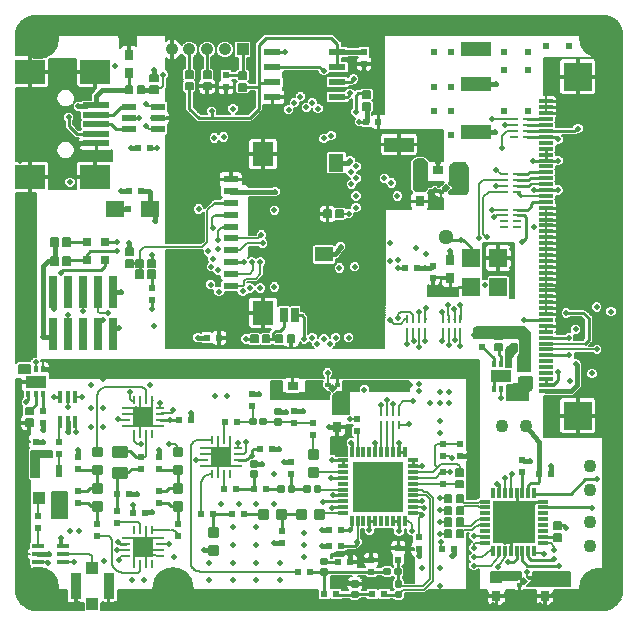
<source format=gtl>
G75*
G70*
%OFA0B0*%
%FSLAX24Y24*%
%IPPOS*%
%LPD*%
%AMOC8*
5,1,8,0,0,1.08239X$1,22.5*
%
%ADD10R,0.0138X0.0236*%
%ADD11R,0.0669X0.0433*%
%ADD12R,0.0236X0.0236*%
%ADD13C,0.0055*%
%ADD14R,0.0315X0.0354*%
%ADD15R,0.0098X0.0276*%
%ADD16R,0.0335X0.0118*%
%ADD17R,0.0118X0.0335*%
%ADD18R,0.1417X0.1417*%
%ADD19R,0.1673X0.1673*%
%ADD20R,0.0571X0.0236*%
%ADD21R,0.0472X0.0118*%
%ADD22R,0.0945X0.0945*%
%ADD23R,0.0984X0.0472*%
%ADD24R,0.0984X0.0787*%
%ADD25R,0.0906X0.0197*%
%ADD26R,0.0591X0.0630*%
%ADD27R,0.0630X0.0551*%
%ADD28C,0.0125*%
%ADD29C,0.0088*%
%ADD30R,0.0315X0.0098*%
%ADD31R,0.0098X0.0315*%
%ADD32R,0.0689X0.0689*%
%ADD33R,0.0413X0.0157*%
%ADD34R,0.0157X0.0413*%
%ADD35C,0.0100*%
%ADD36C,0.0004*%
%ADD37R,0.0205X0.0205*%
%ADD38R,0.0039X0.0039*%
%ADD39R,0.0354X0.0315*%
%ADD40R,0.0335X0.0866*%
%ADD41R,0.0394X0.0413*%
%ADD42C,0.0433*%
%ADD43R,0.0472X0.0236*%
%ADD44R,0.0315X0.0315*%
%ADD45R,0.0413X0.0433*%
%ADD46R,0.0236X0.0433*%
%ADD47R,0.0276X0.0098*%
%ADD48R,0.0512X0.0591*%
%ADD49R,0.0591X0.0512*%
%ADD50R,0.0413X0.0413*%
%ADD51C,0.0413*%
%ADD52R,0.0256X0.1091*%
%ADD53R,0.0250X0.0500*%
%ADD54R,0.0512X0.0236*%
%ADD55R,0.0709X0.0787*%
%ADD56C,0.0512*%
%ADD57C,0.0198*%
%ADD58C,0.0059*%
%ADD59C,0.0160*%
%ADD60C,0.1424*%
%ADD61C,0.0062*%
%ADD62C,0.1384*%
%ADD63C,0.0101*%
%ADD64C,0.0120*%
%ADD65C,0.0237*%
%ADD66C,0.0060*%
%ADD67C,0.0062*%
%ADD68C,0.0079*%
%ADD69C,0.0049*%
%ADD70C,0.0061*%
D10*
X001740Y007533D03*
X001996Y007533D03*
X002252Y007533D03*
X002252Y008359D03*
X001996Y008359D03*
X001740Y008359D03*
X017260Y008540D03*
X017516Y008540D03*
X017772Y008540D03*
X017772Y007714D03*
X017516Y007714D03*
X017260Y007714D03*
D11*
X017516Y008127D03*
X001996Y007946D03*
D12*
X002244Y006969D03*
X002244Y006569D03*
X002004Y005957D03*
X002004Y005557D03*
X002791Y005557D03*
X002791Y005957D03*
X003421Y005445D03*
X003421Y005045D03*
X003421Y004303D03*
X003421Y003903D03*
X004051Y003201D03*
X004051Y002801D03*
X004721Y003234D03*
X004721Y003634D03*
X004717Y004222D03*
X005117Y004222D03*
X005245Y003576D03*
X005645Y003576D03*
X006098Y003903D03*
X006098Y004303D03*
X006098Y005045D03*
X006098Y005445D03*
X005508Y005445D03*
X005508Y005045D03*
X006769Y006670D03*
X007169Y006670D03*
X008300Y006623D03*
X008700Y006623D03*
X009209Y007132D03*
X009209Y007532D03*
X010626Y006981D03*
X010626Y006581D03*
X011256Y006587D03*
X011256Y006187D03*
X010508Y005288D03*
X010508Y004888D03*
X009881Y005718D03*
X009481Y005718D03*
X009284Y004379D03*
X009684Y004379D03*
X008661Y004379D03*
X008261Y004379D03*
X008536Y003552D03*
X008936Y003552D03*
X007913Y003552D03*
X007513Y003552D03*
X006728Y003201D03*
X006728Y002801D03*
X010193Y002965D03*
X010193Y002565D03*
X010741Y001623D03*
X011141Y001623D03*
X011607Y000875D03*
X012007Y000875D03*
X012080Y001938D03*
X012480Y001938D03*
X012165Y002489D03*
X011765Y002489D03*
X011765Y003001D03*
X012165Y003001D03*
X013185Y002020D03*
X013185Y001620D03*
X013221Y000875D03*
X013621Y000875D03*
X014091Y002014D03*
X014091Y002414D03*
X014760Y002368D03*
X014760Y002768D03*
X015544Y002371D03*
X015944Y002371D03*
X015587Y004533D03*
X015587Y004933D03*
X015587Y005478D03*
X015587Y005878D03*
X016138Y005878D03*
X016138Y005478D03*
X018224Y005327D03*
X018224Y004927D03*
X018772Y004891D03*
X019172Y004891D03*
X017949Y009100D03*
X017949Y009500D03*
X016886Y009500D03*
X016886Y009100D03*
X015232Y011423D03*
X015232Y011823D03*
X014724Y011741D03*
X014324Y011741D03*
X013424Y016623D03*
X013024Y016623D03*
X012949Y018549D03*
X012949Y018949D03*
X008343Y018162D03*
X008343Y017762D03*
X005802Y015757D03*
X005402Y015757D03*
X005503Y014300D03*
X005103Y014300D03*
X005862Y011075D03*
X005862Y010675D03*
X007709Y009418D03*
X008109Y009418D03*
X012724Y006705D03*
X012724Y006305D03*
X002083Y003477D03*
X002083Y003077D03*
D13*
X001903Y006473D02*
X001663Y006473D01*
X001663Y006695D01*
X001903Y006695D01*
X001903Y006473D01*
X001903Y006527D02*
X001663Y006527D01*
X001663Y006581D02*
X001903Y006581D01*
X001903Y006635D02*
X001663Y006635D01*
X001663Y006689D02*
X001903Y006689D01*
X001903Y006866D02*
X001663Y006866D01*
X001663Y007088D01*
X001903Y007088D01*
X001903Y006866D01*
X001903Y006920D02*
X001663Y006920D01*
X001663Y006974D02*
X001903Y006974D01*
X001903Y007028D02*
X001663Y007028D01*
X001663Y007082D02*
X001903Y007082D01*
X005358Y011424D02*
X005358Y011664D01*
X005580Y011664D01*
X005580Y011424D01*
X005358Y011424D01*
X005358Y011478D02*
X005580Y011478D01*
X005580Y011532D02*
X005358Y011532D01*
X005358Y011586D02*
X005580Y011586D01*
X005580Y011640D02*
X005358Y011640D01*
X005580Y011779D02*
X005580Y012019D01*
X005580Y011779D02*
X005358Y011779D01*
X005358Y012019D01*
X005580Y012019D01*
X005580Y011833D02*
X005358Y011833D01*
X005358Y011887D02*
X005580Y011887D01*
X005580Y011941D02*
X005358Y011941D01*
X005358Y011995D02*
X005580Y011995D01*
X005973Y012019D02*
X005973Y011779D01*
X005751Y011779D01*
X005751Y012019D01*
X005973Y012019D01*
X005973Y011833D02*
X005751Y011833D01*
X005751Y011887D02*
X005973Y011887D01*
X005973Y011941D02*
X005751Y011941D01*
X005751Y011995D02*
X005973Y011995D01*
X005751Y011664D02*
X005751Y011424D01*
X005751Y011664D02*
X005973Y011664D01*
X005973Y011424D01*
X005751Y011424D01*
X005751Y011478D02*
X005973Y011478D01*
X005973Y011532D02*
X005751Y011532D01*
X005751Y011586D02*
X005973Y011586D01*
X005973Y011640D02*
X005751Y011640D01*
X005234Y012010D02*
X004994Y012010D01*
X005234Y012010D02*
X005234Y011788D01*
X004994Y011788D01*
X004994Y012010D01*
X004994Y011842D02*
X005234Y011842D01*
X005234Y011896D02*
X004994Y011896D01*
X004994Y011950D02*
X005234Y011950D01*
X005234Y012004D02*
X004994Y012004D01*
X004994Y012403D02*
X005234Y012403D01*
X005234Y012181D01*
X004994Y012181D01*
X004994Y012403D01*
X004994Y012235D02*
X005234Y012235D01*
X005234Y012289D02*
X004994Y012289D01*
X004994Y012343D02*
X005234Y012343D01*
X005234Y012397D02*
X004994Y012397D01*
X002917Y012487D02*
X002917Y012727D01*
X003139Y012727D01*
X003139Y012487D01*
X002917Y012487D01*
X002917Y012541D02*
X003139Y012541D01*
X003139Y012595D02*
X002917Y012595D01*
X002917Y012649D02*
X003139Y012649D01*
X003139Y012703D02*
X002917Y012703D01*
X002523Y012727D02*
X002523Y012487D01*
X002523Y012727D02*
X002745Y012727D01*
X002745Y012487D01*
X002523Y012487D01*
X002523Y012541D02*
X002745Y012541D01*
X002745Y012595D02*
X002523Y012595D01*
X002523Y012649D02*
X002745Y012649D01*
X002745Y012703D02*
X002523Y012703D01*
X002523Y012097D02*
X002523Y011857D01*
X002523Y012097D02*
X002745Y012097D01*
X002745Y011857D01*
X002523Y011857D01*
X002523Y011911D02*
X002745Y011911D01*
X002745Y011965D02*
X002523Y011965D01*
X002523Y012019D02*
X002745Y012019D01*
X002745Y012073D02*
X002523Y012073D01*
X002917Y012097D02*
X002917Y011857D01*
X002917Y012097D02*
X003139Y012097D01*
X003139Y011857D01*
X002917Y011857D01*
X002917Y011911D02*
X003139Y011911D01*
X003139Y011965D02*
X002917Y011965D01*
X002917Y012019D02*
X003139Y012019D01*
X003139Y012073D02*
X002917Y012073D01*
X005225Y017566D02*
X005225Y017806D01*
X005225Y017566D02*
X005003Y017566D01*
X005003Y017806D01*
X005225Y017806D01*
X005225Y017620D02*
X005003Y017620D01*
X005003Y017674D02*
X005225Y017674D01*
X005225Y017728D02*
X005003Y017728D01*
X005003Y017782D02*
X005225Y017782D01*
X005619Y017806D02*
X005619Y017566D01*
X005397Y017566D01*
X005397Y017806D01*
X005619Y017806D01*
X005619Y017620D02*
X005397Y017620D01*
X005397Y017674D02*
X005619Y017674D01*
X005619Y017728D02*
X005397Y017728D01*
X005397Y017782D02*
X005619Y017782D01*
X005821Y017797D02*
X006061Y017797D01*
X006061Y017575D01*
X005821Y017575D01*
X005821Y017797D01*
X005821Y017629D02*
X006061Y017629D01*
X006061Y017683D02*
X005821Y017683D01*
X005821Y017737D02*
X006061Y017737D01*
X006061Y017791D02*
X005821Y017791D01*
X005821Y018191D02*
X006061Y018191D01*
X006061Y017969D01*
X005821Y017969D01*
X005821Y018191D01*
X005821Y018023D02*
X006061Y018023D01*
X006061Y018077D02*
X005821Y018077D01*
X005821Y018131D02*
X006061Y018131D01*
X006061Y018185D02*
X005821Y018185D01*
X007002Y018309D02*
X007242Y018309D01*
X007242Y018087D01*
X007002Y018087D01*
X007002Y018309D01*
X007002Y018141D02*
X007242Y018141D01*
X007242Y018195D02*
X007002Y018195D01*
X007002Y018249D02*
X007242Y018249D01*
X007242Y018303D02*
X007002Y018303D01*
X007002Y017915D02*
X007242Y017915D01*
X007242Y017693D01*
X007002Y017693D01*
X007002Y017915D01*
X007002Y017747D02*
X007242Y017747D01*
X007242Y017801D02*
X007002Y017801D01*
X007002Y017855D02*
X007242Y017855D01*
X007242Y017909D02*
X007002Y017909D01*
X007593Y017693D02*
X007833Y017693D01*
X007593Y017693D02*
X007593Y017915D01*
X007833Y017915D01*
X007833Y017693D01*
X007833Y017747D02*
X007593Y017747D01*
X007593Y017801D02*
X007833Y017801D01*
X007833Y017855D02*
X007593Y017855D01*
X007593Y017909D02*
X007833Y017909D01*
X007833Y018087D02*
X007593Y018087D01*
X007593Y018309D01*
X007833Y018309D01*
X007833Y018087D01*
X007833Y018141D02*
X007593Y018141D01*
X007593Y018195D02*
X007833Y018195D01*
X007833Y018249D02*
X007593Y018249D01*
X007593Y018303D02*
X007833Y018303D01*
X008774Y018048D02*
X009014Y018048D01*
X008774Y018048D02*
X008774Y018270D01*
X009014Y018270D01*
X009014Y018048D01*
X009014Y018102D02*
X008774Y018102D01*
X008774Y018156D02*
X009014Y018156D01*
X009014Y018210D02*
X008774Y018210D01*
X008774Y018264D02*
X009014Y018264D01*
X009014Y017654D02*
X008774Y017654D01*
X008774Y017876D01*
X009014Y017876D01*
X009014Y017654D01*
X009014Y017708D02*
X008774Y017708D01*
X008774Y017762D02*
X009014Y017762D01*
X009014Y017816D02*
X008774Y017816D01*
X008774Y017870D02*
X009014Y017870D01*
X012908Y017418D02*
X013148Y017418D01*
X012908Y017418D02*
X012908Y017640D01*
X013148Y017640D01*
X013148Y017418D01*
X013148Y017472D02*
X012908Y017472D01*
X012908Y017526D02*
X013148Y017526D01*
X013148Y017580D02*
X012908Y017580D01*
X012908Y017634D02*
X013148Y017634D01*
X013148Y017024D02*
X012908Y017024D01*
X012908Y017246D01*
X013148Y017246D01*
X013148Y017024D01*
X013148Y017078D02*
X012908Y017078D01*
X012908Y017132D02*
X013148Y017132D01*
X013148Y017186D02*
X012908Y017186D01*
X012908Y017240D02*
X013148Y017240D01*
X012233Y013672D02*
X012233Y013432D01*
X012011Y013432D01*
X012011Y013672D01*
X012233Y013672D01*
X012233Y013486D02*
X012011Y013486D01*
X012011Y013540D02*
X012233Y013540D01*
X012233Y013594D02*
X012011Y013594D01*
X012011Y013648D02*
X012233Y013648D01*
X011839Y013672D02*
X011839Y013432D01*
X011617Y013432D01*
X011617Y013672D01*
X011839Y013672D01*
X011839Y013486D02*
X011617Y013486D01*
X011617Y013540D02*
X011839Y013540D01*
X011839Y013594D02*
X011617Y013594D01*
X011617Y013648D02*
X011839Y013648D01*
X010619Y009499D02*
X010619Y009259D01*
X010397Y009259D01*
X010397Y009499D01*
X010619Y009499D01*
X010619Y009313D02*
X010397Y009313D01*
X010397Y009367D02*
X010619Y009367D01*
X010619Y009421D02*
X010397Y009421D01*
X010397Y009475D02*
X010619Y009475D01*
X010225Y009499D02*
X010225Y009259D01*
X010003Y009259D01*
X010003Y009499D01*
X010225Y009499D01*
X010225Y009313D02*
X010003Y009313D01*
X010003Y009367D02*
X010225Y009367D01*
X010225Y009421D02*
X010003Y009421D01*
X010003Y009475D02*
X010225Y009475D01*
X009792Y009499D02*
X009792Y009259D01*
X009570Y009259D01*
X009570Y009499D01*
X009792Y009499D01*
X009792Y009313D02*
X009570Y009313D01*
X009570Y009367D02*
X009792Y009367D01*
X009792Y009421D02*
X009570Y009421D01*
X009570Y009475D02*
X009792Y009475D01*
X009398Y009499D02*
X009398Y009259D01*
X009176Y009259D01*
X009176Y009499D01*
X009398Y009499D01*
X009398Y009313D02*
X009176Y009313D01*
X009176Y009367D02*
X009398Y009367D01*
X009398Y009421D02*
X009176Y009421D01*
X009176Y009475D02*
X009398Y009475D01*
X015855Y004184D02*
X015855Y003944D01*
X015633Y003944D01*
X015633Y004184D01*
X015855Y004184D01*
X015855Y003998D02*
X015633Y003998D01*
X015633Y004052D02*
X015855Y004052D01*
X015855Y004106D02*
X015633Y004106D01*
X015633Y004160D02*
X015855Y004160D01*
X016249Y004184D02*
X016249Y003944D01*
X016027Y003944D01*
X016027Y004184D01*
X016249Y004184D01*
X016249Y003998D02*
X016027Y003998D01*
X016027Y004052D02*
X016249Y004052D01*
X016249Y004106D02*
X016027Y004106D01*
X016027Y004160D02*
X016249Y004160D01*
X016258Y004425D02*
X016018Y004425D01*
X016018Y004647D01*
X016258Y004647D01*
X016258Y004425D01*
X016258Y004479D02*
X016018Y004479D01*
X016018Y004533D02*
X016258Y004533D01*
X016258Y004587D02*
X016018Y004587D01*
X016018Y004641D02*
X016258Y004641D01*
X016258Y004819D02*
X016018Y004819D01*
X016018Y005041D01*
X016258Y005041D01*
X016258Y004819D01*
X016258Y004873D02*
X016018Y004873D01*
X016018Y004927D02*
X016258Y004927D01*
X016258Y004981D02*
X016018Y004981D01*
X016018Y005035D02*
X016258Y005035D01*
X016249Y003790D02*
X016249Y003550D01*
X016027Y003550D01*
X016027Y003790D01*
X016249Y003790D01*
X016249Y003604D02*
X016027Y003604D01*
X016027Y003658D02*
X016249Y003658D01*
X016249Y003712D02*
X016027Y003712D01*
X016027Y003766D02*
X016249Y003766D01*
X016249Y003397D02*
X016249Y003157D01*
X016027Y003157D01*
X016027Y003397D01*
X016249Y003397D01*
X016249Y003211D02*
X016027Y003211D01*
X016027Y003265D02*
X016249Y003265D01*
X016249Y003319D02*
X016027Y003319D01*
X016027Y003373D02*
X016249Y003373D01*
X016249Y003003D02*
X016249Y002763D01*
X016027Y002763D01*
X016027Y003003D01*
X016249Y003003D01*
X016249Y002817D02*
X016027Y002817D01*
X016027Y002871D02*
X016249Y002871D01*
X016249Y002925D02*
X016027Y002925D01*
X016027Y002979D02*
X016249Y002979D01*
X015855Y003003D02*
X015855Y002763D01*
X015633Y002763D01*
X015633Y003003D01*
X015855Y003003D01*
X015855Y002817D02*
X015633Y002817D01*
X015633Y002871D02*
X015855Y002871D01*
X015855Y002925D02*
X015633Y002925D01*
X015633Y002979D02*
X015855Y002979D01*
X015855Y003157D02*
X015855Y003397D01*
X015855Y003157D02*
X015633Y003157D01*
X015633Y003397D01*
X015855Y003397D01*
X015855Y003211D02*
X015633Y003211D01*
X015633Y003265D02*
X015855Y003265D01*
X015855Y003319D02*
X015633Y003319D01*
X015633Y003373D02*
X015855Y003373D01*
X015855Y003550D02*
X015855Y003790D01*
X015855Y003550D02*
X015633Y003550D01*
X015633Y003790D01*
X015855Y003790D01*
X015855Y003604D02*
X015633Y003604D01*
X015633Y003658D02*
X015855Y003658D01*
X015855Y003712D02*
X015633Y003712D01*
X015633Y003766D02*
X015855Y003766D01*
X019286Y003048D02*
X019526Y003048D01*
X019286Y003048D02*
X019286Y003270D01*
X019526Y003270D01*
X019526Y003048D01*
X019526Y003102D02*
X019286Y003102D01*
X019286Y003156D02*
X019526Y003156D01*
X019526Y003210D02*
X019286Y003210D01*
X019286Y003264D02*
X019526Y003264D01*
X019526Y002654D02*
X019286Y002654D01*
X019286Y002876D01*
X019526Y002876D01*
X019526Y002654D01*
X019526Y002708D02*
X019286Y002708D01*
X019286Y002762D02*
X019526Y002762D01*
X019526Y002816D02*
X019286Y002816D01*
X019286Y002870D02*
X019526Y002870D01*
X017549Y009214D02*
X017309Y009214D01*
X017549Y009214D02*
X017549Y008992D01*
X017309Y008992D01*
X017309Y009214D01*
X017309Y009046D02*
X017549Y009046D01*
X017549Y009100D02*
X017309Y009100D01*
X017309Y009154D02*
X017549Y009154D01*
X017549Y009208D02*
X017309Y009208D01*
X017309Y009608D02*
X017549Y009608D01*
X017549Y009386D01*
X017309Y009386D01*
X017309Y009608D01*
X017309Y009440D02*
X017549Y009440D01*
X017549Y009494D02*
X017309Y009494D01*
X017309Y009548D02*
X017549Y009548D01*
X017549Y009602D02*
X017309Y009602D01*
D14*
X018221Y008478D03*
X018221Y007878D03*
X015823Y011402D03*
X015823Y012002D03*
X014799Y013961D03*
X014799Y014561D03*
X012043Y007041D03*
X012043Y006441D03*
X017358Y001411D03*
X017358Y000811D03*
X018972Y000811D03*
X018972Y001411D03*
X005114Y018252D03*
X005114Y018852D03*
D15*
X014386Y010029D03*
X014583Y010029D03*
X014780Y010029D03*
X014976Y010029D03*
X014976Y009596D03*
X014780Y009596D03*
X014583Y009596D03*
X014386Y009596D03*
X015567Y009596D03*
X015764Y009596D03*
X015961Y009596D03*
X016158Y009596D03*
X016158Y010029D03*
X015961Y010029D03*
X015764Y010029D03*
X015567Y010029D03*
X014095Y006934D03*
X013898Y006934D03*
X013701Y006934D03*
X013504Y006934D03*
X013504Y006501D03*
X013701Y006501D03*
X013898Y006501D03*
X014095Y006501D03*
D16*
X014579Y005340D03*
X014579Y005143D03*
X014579Y004946D03*
X014579Y004749D03*
X014579Y004552D03*
X014579Y004355D03*
X014579Y004159D03*
X014579Y003962D03*
X014579Y003765D03*
X014579Y003568D03*
X016965Y003564D03*
X016965Y003367D03*
X016965Y003170D03*
X016965Y002974D03*
X016965Y002777D03*
X016965Y002580D03*
X016965Y003761D03*
X016965Y003958D03*
X018894Y003958D03*
X018894Y003761D03*
X018894Y003564D03*
X018894Y003367D03*
X018894Y003170D03*
X018894Y002974D03*
X018894Y002777D03*
X018894Y002580D03*
X012256Y003568D03*
X012256Y003765D03*
X012256Y003962D03*
X012256Y004159D03*
X012256Y004355D03*
X012256Y004552D03*
X012256Y004749D03*
X012256Y004946D03*
X012256Y005143D03*
X012256Y005340D03*
D17*
X012532Y005615D03*
X012728Y005615D03*
X012925Y005615D03*
X013122Y005615D03*
X013319Y005615D03*
X013516Y005615D03*
X013713Y005615D03*
X013909Y005615D03*
X014106Y005615D03*
X014303Y005615D03*
X014303Y003292D03*
X014106Y003292D03*
X013909Y003292D03*
X013713Y003292D03*
X013516Y003292D03*
X013319Y003292D03*
X013122Y003292D03*
X012925Y003292D03*
X012728Y003292D03*
X012532Y003292D03*
X017240Y004233D03*
X017437Y004233D03*
X017634Y004233D03*
X017831Y004233D03*
X018028Y004233D03*
X018224Y004233D03*
X018421Y004233D03*
X018618Y004233D03*
X018618Y002304D03*
X018421Y002304D03*
X018224Y002304D03*
X018028Y002304D03*
X017831Y002304D03*
X017634Y002304D03*
X017437Y002304D03*
X017240Y002304D03*
D18*
X017929Y003269D03*
D19*
X013417Y004454D03*
D20*
X012055Y017440D03*
X012055Y017940D03*
X012055Y018440D03*
X012055Y018940D03*
X009890Y018940D03*
X009890Y018440D03*
X009890Y017940D03*
X009890Y017440D03*
D21*
X019002Y017292D03*
X019002Y017096D03*
X019002Y016899D03*
X019002Y016702D03*
X019002Y016505D03*
X019002Y016308D03*
X019002Y016111D03*
X019002Y015914D03*
X019002Y015718D03*
X019002Y015521D03*
X019002Y015324D03*
X019002Y015127D03*
X019002Y014930D03*
X019002Y014733D03*
X019002Y014536D03*
X019002Y014340D03*
X019002Y014143D03*
X019002Y013946D03*
X019002Y013749D03*
X019002Y013552D03*
X019002Y013355D03*
X019002Y013159D03*
X019002Y012962D03*
X019002Y012765D03*
X019002Y012568D03*
X019002Y012371D03*
X019002Y012174D03*
X019002Y011977D03*
X019002Y011781D03*
X019002Y011584D03*
X019002Y011387D03*
X019002Y011190D03*
X019002Y010993D03*
X019002Y010796D03*
X019002Y010599D03*
X019002Y010403D03*
X019002Y010206D03*
X019002Y010009D03*
X019002Y009812D03*
X019002Y009615D03*
X019002Y009418D03*
X019002Y009222D03*
X019002Y009025D03*
X019002Y008828D03*
X019002Y008631D03*
X019002Y008434D03*
X019002Y008237D03*
X019002Y008040D03*
X019002Y007844D03*
X019002Y007647D03*
D22*
X020065Y006820D03*
X020065Y018119D03*
D23*
X016669Y017863D03*
X016669Y019044D03*
X016669Y016288D03*
X014110Y015855D03*
D24*
X003980Y014781D03*
X001815Y014781D03*
X001815Y018285D03*
X003980Y018285D03*
D25*
X004020Y017162D03*
X004020Y016848D03*
X004020Y016533D03*
X004020Y016218D03*
X004020Y015903D03*
D26*
X016512Y012076D03*
X017417Y012076D03*
X017417Y011092D03*
X016512Y011092D03*
D27*
X005823Y013710D03*
X004642Y013710D03*
D28*
X010012Y007019D02*
X010012Y006893D01*
X010012Y007019D02*
X010138Y007019D01*
X010138Y006893D01*
X010012Y006893D01*
X010012Y007017D02*
X010138Y007017D01*
X010012Y006669D02*
X010012Y006543D01*
X010012Y006669D02*
X010138Y006669D01*
X010138Y006543D01*
X010012Y006543D01*
X010012Y006667D02*
X010138Y006667D01*
X009644Y006560D02*
X009518Y006560D01*
X009518Y006686D01*
X009644Y006686D01*
X009644Y006560D01*
X009644Y006684D02*
X009518Y006684D01*
X009294Y006560D02*
X009168Y006560D01*
X009168Y006686D01*
X009294Y006686D01*
X009294Y006560D01*
X009294Y006684D02*
X009168Y006684D01*
X009224Y005278D02*
X009224Y005152D01*
X009224Y005278D02*
X009350Y005278D01*
X009350Y005152D01*
X009224Y005152D01*
X009224Y005276D02*
X009350Y005276D01*
X009224Y004928D02*
X009224Y004802D01*
X009224Y004928D02*
X009350Y004928D01*
X009350Y004802D01*
X009224Y004802D01*
X009224Y004926D02*
X009350Y004926D01*
X010112Y004442D02*
X010238Y004442D01*
X010238Y004316D01*
X010112Y004316D01*
X010112Y004442D01*
X010112Y004440D02*
X010238Y004440D01*
X010462Y004442D02*
X010588Y004442D01*
X010588Y004316D01*
X010462Y004316D01*
X010462Y004442D01*
X010462Y004440D02*
X010588Y004440D01*
X010979Y004442D02*
X011105Y004442D01*
X011105Y004316D01*
X010979Y004316D01*
X010979Y004442D01*
X010979Y004440D02*
X011105Y004440D01*
X011329Y004442D02*
X011455Y004442D01*
X011455Y004316D01*
X011329Y004316D01*
X011329Y004442D01*
X011329Y004440D02*
X011455Y004440D01*
X011673Y002019D02*
X011673Y001893D01*
X011547Y001893D01*
X011547Y002019D01*
X011673Y002019D01*
X011673Y002017D02*
X011547Y002017D01*
X011673Y001669D02*
X011673Y001543D01*
X011547Y001543D01*
X011547Y001669D01*
X011673Y001669D01*
X011673Y001667D02*
X011547Y001667D01*
X012697Y001271D02*
X012697Y001145D01*
X012571Y001145D01*
X012571Y001271D01*
X012697Y001271D01*
X012697Y001269D02*
X012571Y001269D01*
X012697Y000921D02*
X012697Y000795D01*
X012571Y000795D01*
X012571Y000921D01*
X012697Y000921D01*
X012697Y000919D02*
X012571Y000919D01*
X013656Y001560D02*
X013782Y001560D01*
X013656Y001560D02*
X013656Y001686D01*
X013782Y001686D01*
X013782Y001560D01*
X013782Y001684D02*
X013656Y001684D01*
X014006Y001560D02*
X014132Y001560D01*
X014006Y001560D02*
X014006Y001686D01*
X014132Y001686D01*
X014132Y001560D01*
X014132Y001684D02*
X014006Y001684D01*
X014154Y001271D02*
X014154Y001145D01*
X014028Y001145D01*
X014028Y001271D01*
X014154Y001271D01*
X014154Y001269D02*
X014028Y001269D01*
X014154Y000921D02*
X014154Y000795D01*
X014028Y000795D01*
X014028Y000921D01*
X014154Y000921D01*
X014154Y000919D02*
X014028Y000919D01*
D29*
X011569Y003683D02*
X011307Y003683D01*
X011569Y003683D02*
X011569Y003421D01*
X011307Y003421D01*
X011307Y003683D01*
X011307Y003508D02*
X011569Y003508D01*
X011569Y003595D02*
X011307Y003595D01*
X011307Y003682D02*
X011569Y003682D01*
X010969Y003683D02*
X010707Y003683D01*
X010969Y003683D02*
X010969Y003421D01*
X010707Y003421D01*
X010707Y003683D01*
X010707Y003508D02*
X010969Y003508D01*
X010969Y003595D02*
X010707Y003595D01*
X010707Y003682D02*
X010969Y003682D01*
X010309Y003683D02*
X010047Y003683D01*
X010309Y003683D02*
X010309Y003421D01*
X010047Y003421D01*
X010047Y003683D01*
X010047Y003508D02*
X010309Y003508D01*
X010309Y003595D02*
X010047Y003595D01*
X010047Y003682D02*
X010309Y003682D01*
X009709Y003683D02*
X009447Y003683D01*
X009709Y003683D02*
X009709Y003421D01*
X009447Y003421D01*
X009447Y003683D01*
X009447Y003508D02*
X009709Y003508D01*
X009709Y003595D02*
X009447Y003595D01*
X009447Y003682D02*
X009709Y003682D01*
X011387Y004814D02*
X011387Y005076D01*
X011387Y004814D02*
X011125Y004814D01*
X011125Y005076D01*
X011387Y005076D01*
X011387Y004901D02*
X011125Y004901D01*
X011125Y004988D02*
X011387Y004988D01*
X011387Y005075D02*
X011125Y005075D01*
X011387Y005414D02*
X011387Y005676D01*
X011387Y005414D02*
X011125Y005414D01*
X011125Y005676D01*
X011387Y005676D01*
X011387Y005501D02*
X011125Y005501D01*
X011125Y005588D02*
X011387Y005588D01*
X011387Y005675D02*
X011125Y005675D01*
X008040Y003078D02*
X008040Y002816D01*
X007778Y002816D01*
X007778Y003078D01*
X008040Y003078D01*
X008040Y002903D02*
X007778Y002903D01*
X007778Y002990D02*
X008040Y002990D01*
X008040Y003077D02*
X007778Y003077D01*
X008040Y002478D02*
X008040Y002216D01*
X007778Y002216D01*
X007778Y002478D01*
X008040Y002478D01*
X008040Y002303D02*
X007778Y002303D01*
X007778Y002390D02*
X008040Y002390D01*
X008040Y002477D02*
X007778Y002477D01*
X006859Y003672D02*
X006859Y003934D01*
X006859Y003672D02*
X006597Y003672D01*
X006597Y003934D01*
X006859Y003934D01*
X006859Y003759D02*
X006597Y003759D01*
X006597Y003846D02*
X006859Y003846D01*
X006859Y003933D02*
X006597Y003933D01*
X006859Y004272D02*
X006859Y004534D01*
X006859Y004272D02*
X006597Y004272D01*
X006597Y004534D01*
X006859Y004534D01*
X006859Y004359D02*
X006597Y004359D01*
X006597Y004446D02*
X006859Y004446D01*
X006859Y004533D02*
X006597Y004533D01*
X006859Y004893D02*
X006859Y005155D01*
X006859Y004893D02*
X006597Y004893D01*
X006597Y005155D01*
X006859Y005155D01*
X006859Y004980D02*
X006597Y004980D01*
X006597Y005067D02*
X006859Y005067D01*
X006859Y005154D02*
X006597Y005154D01*
X006859Y005493D02*
X006859Y005755D01*
X006859Y005493D02*
X006597Y005493D01*
X006597Y005755D01*
X006859Y005755D01*
X006859Y005580D02*
X006597Y005580D01*
X006597Y005667D02*
X006859Y005667D01*
X006859Y005754D02*
X006597Y005754D01*
X004182Y005755D02*
X004182Y005493D01*
X003920Y005493D01*
X003920Y005755D01*
X004182Y005755D01*
X004182Y005580D02*
X003920Y005580D01*
X003920Y005667D02*
X004182Y005667D01*
X004182Y005754D02*
X003920Y005754D01*
X004182Y005155D02*
X004182Y004893D01*
X003920Y004893D01*
X003920Y005155D01*
X004182Y005155D01*
X004182Y004980D02*
X003920Y004980D01*
X003920Y005067D02*
X004182Y005067D01*
X004182Y005154D02*
X003920Y005154D01*
X004182Y004534D02*
X004182Y004272D01*
X003920Y004272D01*
X003920Y004534D01*
X004182Y004534D01*
X004182Y004359D02*
X003920Y004359D01*
X003920Y004446D02*
X004182Y004446D01*
X004182Y004533D02*
X003920Y004533D01*
X004182Y003934D02*
X004182Y003672D01*
X003920Y003672D01*
X003920Y003934D01*
X004182Y003934D01*
X004182Y003759D02*
X003920Y003759D01*
X003920Y003846D02*
X004182Y003846D01*
X004182Y003933D02*
X003920Y003933D01*
D30*
X005016Y002745D03*
X005016Y002548D03*
X005016Y002351D03*
X005016Y002155D03*
X006158Y002155D03*
X006158Y002351D03*
X006158Y002548D03*
X006158Y002745D03*
X007614Y005147D03*
X007614Y005344D03*
X007614Y005540D03*
X007614Y005737D03*
X008756Y005737D03*
X008756Y005540D03*
X008756Y005344D03*
X008756Y005147D03*
X006158Y006485D03*
X006158Y006682D03*
X006158Y006879D03*
X006158Y007076D03*
X005016Y007076D03*
X005016Y006879D03*
X005016Y006682D03*
X005016Y006485D03*
D31*
X005291Y006210D03*
X005488Y006210D03*
X005685Y006210D03*
X005882Y006210D03*
X005882Y007351D03*
X005685Y007351D03*
X005488Y007351D03*
X005291Y007351D03*
X007890Y006013D03*
X008087Y006013D03*
X008283Y006013D03*
X008480Y006013D03*
X008480Y004871D03*
X008283Y004871D03*
X008087Y004871D03*
X007890Y004871D03*
X005882Y003021D03*
X005685Y003021D03*
X005488Y003021D03*
X005291Y003021D03*
X005291Y001879D03*
X005488Y001879D03*
X005685Y001879D03*
X005882Y001879D03*
D32*
X005587Y002450D03*
X008185Y005442D03*
X005587Y006781D03*
D33*
X002898Y002470D03*
X002898Y002214D03*
X002898Y001958D03*
X002071Y001958D03*
X002071Y002214D03*
X002071Y002470D03*
D34*
X002811Y006603D03*
X003067Y006603D03*
X003323Y006603D03*
X003323Y007430D03*
X003067Y007430D03*
X002811Y007430D03*
D35*
X002791Y007450D01*
X002595Y007450D01*
X002252Y007533D02*
X002244Y007533D01*
X002244Y006969D01*
X001996Y007190D02*
X001996Y007533D01*
X001740Y007533D02*
X001740Y007328D01*
X001689Y007277D01*
X001740Y007529D02*
X001740Y007533D01*
X001996Y007190D02*
X001783Y006977D01*
X001736Y008355D02*
X001740Y008359D01*
X005024Y005785D02*
X005024Y005485D01*
X004574Y005485D01*
X004574Y005785D01*
X005024Y005785D01*
X005024Y005584D02*
X004574Y005584D01*
X004574Y005683D02*
X005024Y005683D01*
X005024Y005782D02*
X004574Y005782D01*
X004799Y005635D02*
X004804Y005639D01*
X005154Y005639D01*
X005347Y005445D01*
X005508Y005445D01*
X005505Y005048D02*
X005193Y005048D01*
X005079Y004935D01*
X004799Y004935D01*
X005024Y005085D02*
X005024Y004785D01*
X004574Y004785D01*
X004574Y005085D01*
X005024Y005085D01*
X005024Y004884D02*
X004574Y004884D01*
X004574Y004983D02*
X005024Y004983D01*
X005024Y005082D02*
X004574Y005082D01*
X004717Y004853D02*
X004717Y004222D01*
X004721Y004218D01*
X004721Y003634D01*
X005232Y003588D02*
X005232Y003828D01*
X005232Y003588D02*
X005245Y003576D01*
X006098Y003903D02*
X006102Y003907D01*
X006413Y003907D01*
X006517Y003803D01*
X006728Y003803D01*
X006728Y003201D01*
X006335Y004300D02*
X006102Y004300D01*
X006098Y004303D01*
X006335Y004300D02*
X006438Y004403D01*
X006728Y004403D01*
X006728Y005024D01*
X006120Y005024D01*
X006098Y005045D01*
X005508Y005045D02*
X005505Y005048D01*
X004799Y004935D02*
X004783Y004933D01*
X004768Y004929D01*
X004753Y004921D01*
X004741Y004911D01*
X004731Y004899D01*
X004723Y004884D01*
X004719Y004869D01*
X004717Y004853D01*
X004051Y005024D02*
X004051Y004403D01*
X003800Y004403D01*
X003697Y004300D01*
X003424Y004300D01*
X003421Y004303D01*
X003424Y003907D02*
X003736Y003907D01*
X003839Y003803D01*
X004051Y003803D01*
X004051Y003201D01*
X004732Y002611D02*
X004843Y002548D01*
X005016Y002548D01*
X003421Y003903D02*
X003424Y003907D01*
X003443Y005024D02*
X004051Y005024D01*
X003443Y005024D02*
X003421Y005045D01*
X006158Y006682D02*
X006461Y006682D01*
X006769Y006670D01*
X008756Y005344D02*
X008992Y005344D01*
X009209Y005489D01*
X009209Y005662D01*
X009287Y005718D01*
X009481Y005718D01*
X009284Y004870D02*
X009284Y004379D01*
X008661Y004379D01*
X008536Y003552D02*
X007913Y003552D01*
X007909Y003549D02*
X007909Y002947D01*
X008936Y003552D02*
X009578Y003552D01*
X010178Y003552D02*
X010838Y003552D01*
X010193Y003537D02*
X010193Y002965D01*
X011158Y001606D02*
X011610Y001606D01*
X011607Y001602D02*
X011607Y000875D01*
X012025Y000858D02*
X012634Y000858D01*
X012651Y000875D02*
X013221Y000875D01*
X013639Y000858D02*
X014091Y000858D01*
X014091Y001208D02*
X014091Y001601D01*
X014069Y001623D02*
X014069Y002071D01*
X013719Y001623D02*
X013188Y001623D01*
X013185Y001620D02*
X011625Y001620D01*
X011628Y001938D02*
X012080Y001938D01*
X012165Y002489D02*
X012634Y002489D01*
X012728Y002584D01*
X012476Y003001D02*
X012165Y003001D01*
X012256Y003765D02*
X011902Y003765D01*
X011886Y003749D01*
X011634Y003962D02*
X012256Y003962D01*
X012256Y004159D02*
X012240Y004162D01*
X011925Y004162D01*
X011634Y003962D02*
X011571Y003946D01*
X011042Y004379D02*
X010525Y004379D01*
X010525Y004870D01*
X010175Y004379D02*
X009684Y004379D01*
X011846Y004733D02*
X011862Y004749D01*
X012256Y004749D01*
X012256Y005143D02*
X012256Y005340D01*
X012240Y005344D01*
X011890Y005348D01*
X012532Y005615D02*
X012532Y005899D01*
X012516Y005914D01*
X013311Y005914D02*
X013319Y005851D01*
X013319Y005615D01*
X014102Y005643D02*
X014102Y005914D01*
X014102Y005643D02*
X014106Y005615D01*
X014303Y005615D01*
X014579Y005340D02*
X014579Y005143D01*
X014862Y005143D01*
X014878Y005127D01*
X014862Y003985D02*
X014815Y003962D01*
X014579Y003962D01*
X014110Y003292D02*
X014110Y002962D01*
X014106Y003292D02*
X014110Y003292D01*
X014106Y003292D02*
X013909Y003292D01*
X013319Y003292D02*
X013122Y003292D01*
X013122Y003001D01*
X012043Y007041D02*
X012028Y007056D01*
X012043Y007371D01*
X010941Y009379D02*
X010941Y010088D01*
X010862Y010166D01*
X010646Y010166D01*
X010291Y010166D02*
X010272Y010147D01*
X010272Y009773D01*
X010154Y009655D01*
X009996Y009655D01*
X009902Y009576D01*
X009902Y009379D01*
X010114Y009379D01*
X009902Y009379D02*
X009681Y009379D01*
X009287Y009379D02*
X009012Y009379D01*
X008933Y011938D02*
X008500Y011938D01*
X008500Y013119D02*
X008224Y013119D01*
X007988Y013513D02*
X008500Y013513D01*
X008500Y013907D02*
X007988Y013907D01*
X005980Y013710D02*
X005823Y013710D01*
X005862Y013749D01*
X004721Y012607D02*
X004307Y012607D01*
X004721Y012292D02*
X003815Y012292D01*
X003697Y012174D01*
X003697Y012036D01*
X003717Y012017D01*
X003067Y012017D01*
X003028Y011977D01*
X002909Y011662D02*
X004169Y011662D01*
X004307Y011800D01*
X004307Y012017D01*
X003717Y012607D02*
X003028Y012607D01*
X002909Y011662D02*
X002831Y011584D01*
X005114Y011899D02*
X005469Y011899D01*
X005469Y011544D01*
X005862Y011544D02*
X005862Y011075D01*
X005862Y010675D02*
X005862Y010363D01*
X005862Y011899D02*
X005862Y012174D01*
X005802Y015757D02*
X006032Y015757D01*
X005095Y016367D02*
X004661Y016367D01*
X004496Y016540D01*
X004020Y016533D01*
X004020Y016218D02*
X003370Y016218D01*
X003098Y016474D01*
X003098Y016766D01*
X004020Y016848D02*
X004563Y016840D01*
X004858Y017115D01*
X005095Y017115D01*
X005095Y016741D02*
X005429Y016741D01*
X005114Y017686D02*
X005114Y018252D01*
X007122Y018198D02*
X007122Y019025D01*
X007713Y019025D02*
X007713Y018198D01*
X007122Y017804D02*
X007122Y017056D01*
X007437Y016741D01*
X007870Y016741D01*
X007870Y016970D01*
X007870Y016741D02*
X009130Y016741D01*
X009445Y017056D01*
X009445Y017765D01*
X008894Y017765D01*
X008894Y018159D02*
X008346Y018159D01*
X008343Y018162D01*
X008894Y018159D02*
X008894Y019025D01*
X009445Y019182D02*
X009681Y019418D01*
X011846Y019418D01*
X012055Y019210D01*
X012055Y018940D01*
X012055Y018440D01*
X011610Y018316D02*
X011447Y018440D01*
X009890Y018440D01*
X009890Y017940D02*
X009872Y017922D01*
X009445Y017922D01*
X009445Y017765D01*
X009445Y017922D02*
X009445Y019182D01*
X009890Y018940D02*
X010305Y018940D01*
X012055Y017940D02*
X012494Y017940D01*
X012595Y018040D01*
X012476Y017568D02*
X012398Y017450D01*
X012065Y017450D01*
X012673Y017489D02*
X012673Y016938D01*
X012791Y016623D02*
X013024Y016623D01*
X012673Y017489D02*
X012752Y017568D01*
X012988Y017568D01*
X015299Y014328D02*
X015461Y014326D01*
X015506Y014290D01*
X015634Y014418D01*
X015665Y014418D01*
X015665Y012765D02*
X015862Y012686D01*
X016177Y012686D01*
X016256Y012686D01*
X016512Y012430D01*
X016512Y012076D01*
X018047Y013493D02*
X018283Y013493D01*
X018343Y013434D01*
X018343Y012725D01*
X018224Y012607D01*
X019051Y012568D02*
X019366Y012568D01*
X019406Y012765D02*
X019091Y012765D01*
X019051Y012962D02*
X019366Y012962D01*
X019406Y013159D02*
X019091Y013159D01*
X019091Y013355D02*
X019406Y013355D01*
X019406Y013552D02*
X019091Y013552D01*
X019051Y013749D02*
X019366Y013749D01*
X019002Y013946D02*
X018579Y013946D01*
X018500Y013867D01*
X018500Y013788D01*
X018386Y013690D01*
X018047Y013690D01*
X018185Y014143D02*
X018047Y014281D01*
X018067Y014474D02*
X018421Y014474D01*
X018500Y014536D01*
X018425Y014670D02*
X018500Y014733D01*
X019002Y014733D01*
X019002Y014930D02*
X018461Y014930D01*
X018386Y014867D01*
X018071Y014867D01*
X018047Y014871D01*
X018047Y014674D02*
X018071Y014670D01*
X018425Y014670D01*
X018067Y014474D02*
X018047Y014477D01*
X018618Y014340D02*
X019002Y014340D01*
X019406Y014340D01*
X019406Y015324D02*
X019002Y015324D01*
X019002Y015521D01*
X019002Y015718D01*
X019002Y016111D02*
X019315Y016111D01*
X019315Y016107D01*
X019406Y016033D01*
X019327Y016308D02*
X019002Y016308D01*
X018366Y016308D01*
X018362Y016308D01*
X018362Y016111D02*
X018366Y016111D01*
X019002Y016111D01*
X019327Y016308D02*
X019957Y016308D01*
X020075Y016387D01*
X019406Y016899D02*
X019091Y016899D01*
X019091Y017096D02*
X019406Y017096D01*
X019406Y017292D02*
X019091Y017292D01*
X019002Y016702D02*
X018366Y016702D01*
X018362Y016702D01*
X018362Y016505D02*
X018366Y016505D01*
X019002Y016505D01*
X019002Y015324D02*
X018579Y015324D01*
X019091Y012371D02*
X019406Y012371D01*
X019406Y012174D02*
X019091Y012174D01*
X019091Y011977D02*
X019406Y011977D01*
X019406Y011781D02*
X019091Y011781D01*
X019091Y011584D02*
X019406Y011584D01*
X019366Y011387D02*
X019051Y011387D01*
X019091Y011190D02*
X019406Y011190D01*
X019406Y010796D02*
X019091Y010796D01*
X019051Y010599D02*
X019366Y010599D01*
X019366Y010403D02*
X019051Y010403D01*
X019051Y010206D02*
X019366Y010206D01*
X019551Y010009D02*
X019559Y010009D01*
X019551Y010009D02*
X019354Y009812D01*
X019002Y009812D01*
X019002Y010009D02*
X018264Y010009D01*
X019002Y009418D02*
X019772Y009418D01*
X020311Y009222D02*
X020429Y009340D01*
X020429Y010088D01*
X020232Y010245D01*
X019681Y010245D01*
X019783Y008828D02*
X019002Y008828D01*
X019406Y008277D02*
X019406Y008001D01*
X019248Y007844D01*
X019002Y007844D01*
X019002Y008040D01*
X017516Y008540D02*
X017516Y008788D01*
X017437Y008867D01*
X017437Y009096D01*
X017429Y009103D01*
X017260Y008726D02*
X017260Y008540D01*
X017260Y008726D02*
X016886Y009100D01*
X017280Y008119D02*
X017280Y007733D01*
X017260Y007714D01*
X018224Y004927D02*
X018224Y004233D01*
X018028Y004233D02*
X018028Y003946D01*
X018106Y003867D01*
X018579Y003867D01*
X018658Y003958D01*
X018894Y003958D01*
X018906Y003765D02*
X020492Y003765D01*
X020547Y003749D01*
X019839Y004222D02*
X020311Y004694D01*
X020705Y004694D01*
X019839Y004222D02*
X018630Y004222D01*
X018618Y004233D01*
X018421Y004233D02*
X018421Y004497D01*
X018500Y004576D01*
X018736Y004576D01*
X018776Y004615D01*
X018776Y004888D01*
X018772Y004891D01*
X018906Y003765D02*
X018894Y003761D01*
X019406Y003159D02*
X019602Y003159D01*
X019681Y003080D01*
X019406Y002777D02*
X019406Y002765D01*
X019406Y002777D02*
X018894Y002777D01*
X018421Y002304D02*
X018421Y002096D01*
X018500Y002009D01*
X019248Y002009D01*
X019287Y002056D01*
X019445Y001820D02*
X018382Y001820D01*
X018224Y002017D01*
X018224Y002304D01*
X018028Y002304D02*
X018028Y002056D01*
X017909Y001938D01*
X017752Y001938D01*
X017831Y002304D02*
X017835Y002611D01*
X017658Y002623D01*
X017638Y002611D01*
X017929Y003269D02*
X017685Y003552D01*
X017398Y003556D01*
X017437Y004233D02*
X017437Y004536D01*
X017373Y004536D01*
X017383Y001426D02*
X017634Y001426D01*
X017634Y001436D01*
X018104Y001436D01*
X018232Y001308D02*
X018104Y001180D01*
X018106Y001180D01*
X018106Y000954D01*
X018232Y001308D02*
X018264Y001308D01*
X017383Y001426D02*
X017358Y001411D01*
X014324Y011741D02*
X014091Y011741D01*
D36*
X015429Y014239D02*
X015429Y014342D01*
X015524Y014342D01*
X015583Y014283D01*
X015583Y014239D01*
X015429Y014239D01*
X015583Y014239D01*
X015583Y014242D02*
X015429Y014242D01*
X015429Y014244D02*
X015583Y014244D01*
X015583Y014247D02*
X015429Y014247D01*
X015429Y014249D02*
X015583Y014249D01*
X015583Y014252D02*
X015429Y014252D01*
X015429Y014254D02*
X015583Y014254D01*
X015583Y014257D02*
X015429Y014257D01*
X015429Y014259D02*
X015583Y014259D01*
X015583Y014261D02*
X015429Y014261D01*
X015429Y014264D02*
X015583Y014264D01*
X015583Y014266D02*
X015429Y014266D01*
X015429Y014269D02*
X015583Y014269D01*
X015583Y014271D02*
X015429Y014271D01*
X015429Y014274D02*
X015583Y014274D01*
X015583Y014276D02*
X015429Y014276D01*
X015429Y014278D02*
X015583Y014278D01*
X015583Y014281D02*
X015429Y014281D01*
X015429Y014283D02*
X015582Y014283D01*
X015579Y014286D02*
X015429Y014286D01*
X015429Y014288D02*
X015577Y014288D01*
X015575Y014291D02*
X015429Y014291D01*
X015429Y014293D02*
X015572Y014293D01*
X015570Y014296D02*
X015429Y014296D01*
X015429Y014298D02*
X015567Y014298D01*
X015565Y014300D02*
X015429Y014300D01*
X015429Y014303D02*
X015562Y014303D01*
X015560Y014305D02*
X015429Y014305D01*
X015429Y014308D02*
X015558Y014308D01*
X015555Y014310D02*
X015429Y014310D01*
X015429Y014313D02*
X015553Y014313D01*
X015550Y014315D02*
X015429Y014315D01*
X015429Y014317D02*
X015548Y014317D01*
X015545Y014320D02*
X015429Y014320D01*
X015429Y014322D02*
X015543Y014322D01*
X015540Y014325D02*
X015429Y014325D01*
X015429Y014327D02*
X015538Y014327D01*
X015536Y014330D02*
X015429Y014330D01*
X015429Y014332D02*
X015533Y014332D01*
X015531Y014335D02*
X015429Y014335D01*
X015429Y014337D02*
X015528Y014337D01*
X015526Y014339D02*
X015429Y014339D01*
X015429Y014495D02*
X015429Y014598D01*
X015583Y014598D01*
X015583Y014554D01*
X015524Y014495D01*
X015429Y014495D01*
X015524Y014495D01*
X015526Y014498D02*
X015429Y014498D01*
X015429Y014500D02*
X015529Y014500D01*
X015531Y014503D02*
X015429Y014503D01*
X015429Y014505D02*
X015534Y014505D01*
X015536Y014508D02*
X015429Y014508D01*
X015429Y014510D02*
X015539Y014510D01*
X015541Y014512D02*
X015429Y014512D01*
X015429Y014515D02*
X015543Y014515D01*
X015546Y014517D02*
X015429Y014517D01*
X015429Y014520D02*
X015548Y014520D01*
X015551Y014522D02*
X015429Y014522D01*
X015429Y014525D02*
X015553Y014525D01*
X015556Y014527D02*
X015429Y014527D01*
X015429Y014530D02*
X015558Y014530D01*
X015560Y014532D02*
X015429Y014532D01*
X015429Y014534D02*
X015563Y014534D01*
X015565Y014537D02*
X015429Y014537D01*
X015429Y014539D02*
X015568Y014539D01*
X015570Y014542D02*
X015429Y014542D01*
X015429Y014544D02*
X015573Y014544D01*
X015575Y014547D02*
X015429Y014547D01*
X015429Y014549D02*
X015578Y014549D01*
X015580Y014551D02*
X015429Y014551D01*
X015429Y014554D02*
X015582Y014554D01*
X015583Y014556D02*
X015429Y014556D01*
X015429Y014559D02*
X015583Y014559D01*
X015583Y014561D02*
X015429Y014561D01*
X015429Y014564D02*
X015583Y014564D01*
X015583Y014566D02*
X015429Y014566D01*
X015429Y014569D02*
X015583Y014569D01*
X015583Y014571D02*
X015429Y014571D01*
X015429Y014573D02*
X015583Y014573D01*
X015583Y014576D02*
X015429Y014576D01*
X015429Y014578D02*
X015583Y014578D01*
X015583Y014581D02*
X015429Y014581D01*
X015429Y014583D02*
X015583Y014583D01*
X015583Y014586D02*
X015429Y014586D01*
X015429Y014588D02*
X015583Y014588D01*
X015583Y014590D02*
X015429Y014590D01*
X015429Y014593D02*
X015583Y014593D01*
X015583Y014595D02*
X015429Y014595D01*
X015748Y014595D02*
X015902Y014595D01*
X015902Y014593D02*
X015748Y014593D01*
X015748Y014590D02*
X015902Y014590D01*
X015902Y014588D02*
X015748Y014588D01*
X015748Y014586D02*
X015902Y014586D01*
X015902Y014583D02*
X015748Y014583D01*
X015748Y014581D02*
X015902Y014581D01*
X015902Y014578D02*
X015748Y014578D01*
X015748Y014576D02*
X015902Y014576D01*
X015902Y014573D02*
X015748Y014573D01*
X015748Y014571D02*
X015902Y014571D01*
X015902Y014569D02*
X015748Y014569D01*
X015748Y014566D02*
X015902Y014566D01*
X015902Y014564D02*
X015748Y014564D01*
X015748Y014561D02*
X015902Y014561D01*
X015902Y014559D02*
X015748Y014559D01*
X015748Y014556D02*
X015902Y014556D01*
X015902Y014554D02*
X015748Y014554D01*
X015807Y014495D01*
X015902Y014495D01*
X015902Y014598D01*
X015748Y014598D01*
X015748Y014554D01*
X015751Y014551D02*
X015902Y014551D01*
X015902Y014549D02*
X015753Y014549D01*
X015756Y014547D02*
X015902Y014547D01*
X015902Y014544D02*
X015758Y014544D01*
X015761Y014542D02*
X015902Y014542D01*
X015902Y014539D02*
X015763Y014539D01*
X015765Y014537D02*
X015902Y014537D01*
X015902Y014534D02*
X015768Y014534D01*
X015770Y014532D02*
X015902Y014532D01*
X015902Y014530D02*
X015773Y014530D01*
X015775Y014527D02*
X015902Y014527D01*
X015902Y014525D02*
X015778Y014525D01*
X015780Y014522D02*
X015902Y014522D01*
X015902Y014520D02*
X015782Y014520D01*
X015785Y014517D02*
X015902Y014517D01*
X015902Y014515D02*
X015787Y014515D01*
X015790Y014512D02*
X015902Y014512D01*
X015902Y014510D02*
X015792Y014510D01*
X015795Y014508D02*
X015902Y014508D01*
X015902Y014505D02*
X015797Y014505D01*
X015800Y014503D02*
X015902Y014503D01*
X015902Y014500D02*
X015802Y014500D01*
X015804Y014498D02*
X015902Y014498D01*
X015902Y014495D02*
X015807Y014495D01*
X015807Y014342D02*
X015902Y014342D01*
X015902Y014239D01*
X015748Y014239D01*
X015748Y014283D01*
X015807Y014342D01*
X015805Y014339D02*
X015902Y014339D01*
X015902Y014337D02*
X015802Y014337D01*
X015800Y014335D02*
X015902Y014335D01*
X015902Y014332D02*
X015798Y014332D01*
X015795Y014330D02*
X015902Y014330D01*
X015902Y014327D02*
X015793Y014327D01*
X015790Y014325D02*
X015902Y014325D01*
X015902Y014322D02*
X015788Y014322D01*
X015785Y014320D02*
X015902Y014320D01*
X015902Y014317D02*
X015783Y014317D01*
X015781Y014315D02*
X015902Y014315D01*
X015902Y014313D02*
X015778Y014313D01*
X015776Y014310D02*
X015902Y014310D01*
X015902Y014308D02*
X015773Y014308D01*
X015771Y014305D02*
X015902Y014305D01*
X015902Y014303D02*
X015768Y014303D01*
X015766Y014300D02*
X015902Y014300D01*
X015902Y014298D02*
X015763Y014298D01*
X015761Y014296D02*
X015902Y014296D01*
X015902Y014293D02*
X015759Y014293D01*
X015756Y014291D02*
X015902Y014291D01*
X015902Y014288D02*
X015754Y014288D01*
X015751Y014286D02*
X015902Y014286D01*
X015902Y014283D02*
X015749Y014283D01*
X015748Y014281D02*
X015902Y014281D01*
X015902Y014278D02*
X015748Y014278D01*
X015748Y014276D02*
X015902Y014276D01*
X015902Y014274D02*
X015748Y014274D01*
X015748Y014271D02*
X015902Y014271D01*
X015902Y014269D02*
X015748Y014269D01*
X015748Y014266D02*
X015902Y014266D01*
X015902Y014264D02*
X015748Y014264D01*
X015748Y014261D02*
X015902Y014261D01*
X015902Y014259D02*
X015748Y014259D01*
X015748Y014257D02*
X015902Y014257D01*
X015902Y014254D02*
X015748Y014254D01*
X015748Y014252D02*
X015902Y014252D01*
X015902Y014249D02*
X015748Y014249D01*
X015748Y014247D02*
X015902Y014247D01*
X015902Y014244D02*
X015748Y014244D01*
X015748Y014242D02*
X015902Y014242D01*
X015902Y014239D02*
X015748Y014239D01*
X012122Y007905D02*
X011969Y007905D01*
X011969Y007861D01*
X012122Y007861D01*
X012122Y007859D02*
X011971Y007859D01*
X011969Y007861D02*
X012028Y007802D01*
X012122Y007802D01*
X012122Y007905D01*
X012122Y007903D02*
X011969Y007903D01*
X011969Y007900D02*
X012122Y007900D01*
X012122Y007898D02*
X011969Y007898D01*
X011969Y007895D02*
X012122Y007895D01*
X012122Y007893D02*
X011969Y007893D01*
X011969Y007890D02*
X012122Y007890D01*
X012122Y007888D02*
X011969Y007888D01*
X011969Y007886D02*
X012122Y007886D01*
X012122Y007883D02*
X011969Y007883D01*
X011969Y007881D02*
X012122Y007881D01*
X012122Y007878D02*
X011969Y007878D01*
X011969Y007876D02*
X012122Y007876D01*
X012122Y007873D02*
X011969Y007873D01*
X011969Y007871D02*
X012122Y007871D01*
X012122Y007869D02*
X011969Y007869D01*
X011969Y007866D02*
X012122Y007866D01*
X012122Y007864D02*
X011969Y007864D01*
X011974Y007856D02*
X012122Y007856D01*
X012122Y007854D02*
X011976Y007854D01*
X011978Y007851D02*
X012122Y007851D01*
X012122Y007849D02*
X011981Y007849D01*
X011983Y007847D02*
X012122Y007847D01*
X012122Y007844D02*
X011986Y007844D01*
X011988Y007842D02*
X012122Y007842D01*
X012122Y007839D02*
X011991Y007839D01*
X011993Y007837D02*
X012122Y007837D01*
X012122Y007834D02*
X011995Y007834D01*
X011998Y007832D02*
X012122Y007832D01*
X012122Y007830D02*
X012000Y007830D01*
X012003Y007827D02*
X012122Y007827D01*
X012122Y007825D02*
X012005Y007825D01*
X012008Y007822D02*
X012122Y007822D01*
X012122Y007820D02*
X012010Y007820D01*
X012013Y007817D02*
X012122Y007817D01*
X012122Y007815D02*
X012015Y007815D01*
X012017Y007812D02*
X012122Y007812D01*
X012122Y007810D02*
X012020Y007810D01*
X012022Y007808D02*
X012122Y007808D01*
X012122Y007805D02*
X012025Y007805D01*
X012027Y007803D02*
X012122Y007803D01*
X012122Y007649D02*
X012122Y007546D01*
X011969Y007546D01*
X011969Y007590D01*
X012028Y007649D01*
X012122Y007649D01*
X012122Y007647D02*
X012026Y007647D01*
X012023Y007644D02*
X012122Y007644D01*
X012122Y007642D02*
X012021Y007642D01*
X012018Y007639D02*
X012122Y007639D01*
X012122Y007637D02*
X012016Y007637D01*
X012013Y007635D02*
X012122Y007635D01*
X012122Y007632D02*
X012011Y007632D01*
X012009Y007630D02*
X012122Y007630D01*
X012122Y007627D02*
X012006Y007627D01*
X012004Y007625D02*
X012122Y007625D01*
X012122Y007622D02*
X012001Y007622D01*
X011999Y007620D02*
X012122Y007620D01*
X012122Y007617D02*
X011996Y007617D01*
X011994Y007615D02*
X012122Y007615D01*
X012122Y007613D02*
X011991Y007613D01*
X011989Y007610D02*
X012122Y007610D01*
X012122Y007608D02*
X011987Y007608D01*
X011984Y007605D02*
X012122Y007605D01*
X012122Y007603D02*
X011982Y007603D01*
X011979Y007600D02*
X012122Y007600D01*
X012122Y007598D02*
X011977Y007598D01*
X011974Y007596D02*
X012122Y007596D01*
X012122Y007593D02*
X011972Y007593D01*
X011970Y007591D02*
X012122Y007591D01*
X012122Y007588D02*
X011969Y007588D01*
X011969Y007586D02*
X012122Y007586D01*
X012122Y007583D02*
X011969Y007583D01*
X011969Y007581D02*
X012122Y007581D01*
X012122Y007578D02*
X011969Y007578D01*
X011969Y007576D02*
X012122Y007576D01*
X012122Y007574D02*
X011969Y007574D01*
X011969Y007571D02*
X012122Y007571D01*
X012122Y007569D02*
X011969Y007569D01*
X011969Y007566D02*
X012122Y007566D01*
X012122Y007564D02*
X011969Y007564D01*
X011969Y007561D02*
X012122Y007561D01*
X012122Y007559D02*
X011969Y007559D01*
X011969Y007557D02*
X012122Y007557D01*
X012122Y007554D02*
X011969Y007554D01*
X011969Y007552D02*
X012122Y007552D01*
X012122Y007549D02*
X011969Y007549D01*
X011969Y007547D02*
X012122Y007547D01*
X011803Y007547D02*
X011650Y007547D01*
X011650Y007546D02*
X011650Y007649D01*
X011744Y007649D01*
X011803Y007590D01*
X011803Y007546D01*
X011650Y007546D01*
X011650Y007549D02*
X011803Y007549D01*
X011803Y007552D02*
X011650Y007552D01*
X011650Y007554D02*
X011803Y007554D01*
X011803Y007557D02*
X011650Y007557D01*
X011650Y007559D02*
X011803Y007559D01*
X011803Y007561D02*
X011650Y007561D01*
X011650Y007564D02*
X011803Y007564D01*
X011803Y007566D02*
X011650Y007566D01*
X011650Y007569D02*
X011803Y007569D01*
X011803Y007571D02*
X011650Y007571D01*
X011650Y007574D02*
X011803Y007574D01*
X011803Y007576D02*
X011650Y007576D01*
X011650Y007578D02*
X011803Y007578D01*
X011803Y007581D02*
X011650Y007581D01*
X011650Y007583D02*
X011803Y007583D01*
X011803Y007586D02*
X011650Y007586D01*
X011650Y007588D02*
X011803Y007588D01*
X011802Y007591D02*
X011650Y007591D01*
X011650Y007593D02*
X011800Y007593D01*
X011797Y007596D02*
X011650Y007596D01*
X011650Y007598D02*
X011795Y007598D01*
X011792Y007600D02*
X011650Y007600D01*
X011650Y007603D02*
X011790Y007603D01*
X011788Y007605D02*
X011650Y007605D01*
X011650Y007608D02*
X011785Y007608D01*
X011783Y007610D02*
X011650Y007610D01*
X011650Y007613D02*
X011780Y007613D01*
X011778Y007615D02*
X011650Y007615D01*
X011650Y007617D02*
X011775Y007617D01*
X011773Y007620D02*
X011650Y007620D01*
X011650Y007622D02*
X011770Y007622D01*
X011768Y007625D02*
X011650Y007625D01*
X011650Y007627D02*
X011766Y007627D01*
X011763Y007630D02*
X011650Y007630D01*
X011650Y007632D02*
X011761Y007632D01*
X011758Y007635D02*
X011650Y007635D01*
X011650Y007637D02*
X011756Y007637D01*
X011753Y007639D02*
X011650Y007639D01*
X011650Y007642D02*
X011751Y007642D01*
X011749Y007644D02*
X011650Y007644D01*
X011650Y007647D02*
X011746Y007647D01*
X011744Y007802D02*
X011650Y007802D01*
X011650Y007905D01*
X011803Y007905D01*
X011803Y007861D01*
X011650Y007861D01*
X011650Y007859D02*
X011801Y007859D01*
X011803Y007861D02*
X011744Y007802D01*
X011745Y007803D02*
X011650Y007803D01*
X011650Y007805D02*
X011747Y007805D01*
X011749Y007808D02*
X011650Y007808D01*
X011650Y007810D02*
X011752Y007810D01*
X011754Y007812D02*
X011650Y007812D01*
X011650Y007815D02*
X011757Y007815D01*
X011759Y007817D02*
X011650Y007817D01*
X011650Y007820D02*
X011762Y007820D01*
X011764Y007822D02*
X011650Y007822D01*
X011650Y007825D02*
X011767Y007825D01*
X011769Y007827D02*
X011650Y007827D01*
X011650Y007830D02*
X011771Y007830D01*
X011774Y007832D02*
X011650Y007832D01*
X011650Y007834D02*
X011776Y007834D01*
X011779Y007837D02*
X011650Y007837D01*
X011650Y007839D02*
X011781Y007839D01*
X011784Y007842D02*
X011650Y007842D01*
X011650Y007844D02*
X011786Y007844D01*
X011788Y007847D02*
X011650Y007847D01*
X011650Y007849D02*
X011791Y007849D01*
X011793Y007851D02*
X011650Y007851D01*
X011650Y007854D02*
X011796Y007854D01*
X011798Y007856D02*
X011650Y007856D01*
X011650Y007864D02*
X011803Y007864D01*
X011803Y007866D02*
X011650Y007866D01*
X011650Y007869D02*
X011803Y007869D01*
X011803Y007871D02*
X011650Y007871D01*
X011650Y007873D02*
X011803Y007873D01*
X011803Y007876D02*
X011650Y007876D01*
X011650Y007878D02*
X011803Y007878D01*
X011803Y007881D02*
X011650Y007881D01*
X011650Y007883D02*
X011803Y007883D01*
X011803Y007886D02*
X011650Y007886D01*
X011650Y007888D02*
X011803Y007888D01*
X011803Y007890D02*
X011650Y007890D01*
X011650Y007893D02*
X011803Y007893D01*
X011803Y007895D02*
X011650Y007895D01*
X011650Y007898D02*
X011803Y007898D01*
X011803Y007900D02*
X011650Y007900D01*
X011650Y007903D02*
X011803Y007903D01*
X018028Y001487D02*
X018028Y001385D01*
X018122Y001385D01*
X018181Y001444D01*
X018028Y001444D01*
X018028Y001446D02*
X018181Y001446D01*
X018181Y001444D02*
X018181Y001487D01*
X018028Y001487D01*
X018028Y001485D02*
X018181Y001485D01*
X018181Y001483D02*
X018028Y001483D01*
X018028Y001480D02*
X018181Y001480D01*
X018181Y001478D02*
X018028Y001478D01*
X018028Y001476D02*
X018181Y001476D01*
X018181Y001473D02*
X018028Y001473D01*
X018028Y001471D02*
X018181Y001471D01*
X018181Y001468D02*
X018028Y001468D01*
X018028Y001466D02*
X018181Y001466D01*
X018181Y001463D02*
X018028Y001463D01*
X018028Y001461D02*
X018181Y001461D01*
X018181Y001459D02*
X018028Y001459D01*
X018028Y001456D02*
X018181Y001456D01*
X018181Y001454D02*
X018028Y001454D01*
X018028Y001451D02*
X018181Y001451D01*
X018181Y001449D02*
X018028Y001449D01*
X018028Y001441D02*
X018179Y001441D01*
X018176Y001439D02*
X018028Y001439D01*
X018028Y001437D02*
X018174Y001437D01*
X018171Y001434D02*
X018028Y001434D01*
X018028Y001432D02*
X018169Y001432D01*
X018166Y001429D02*
X018028Y001429D01*
X018028Y001427D02*
X018164Y001427D01*
X018162Y001424D02*
X018028Y001424D01*
X018028Y001422D02*
X018159Y001422D01*
X018157Y001420D02*
X018028Y001420D01*
X018028Y001417D02*
X018154Y001417D01*
X018152Y001415D02*
X018028Y001415D01*
X018028Y001412D02*
X018149Y001412D01*
X018147Y001410D02*
X018028Y001410D01*
X018028Y001407D02*
X018145Y001407D01*
X018142Y001405D02*
X018028Y001405D01*
X018028Y001402D02*
X018140Y001402D01*
X018137Y001400D02*
X018028Y001400D01*
X018028Y001398D02*
X018135Y001398D01*
X018132Y001395D02*
X018028Y001395D01*
X018028Y001393D02*
X018130Y001393D01*
X018127Y001390D02*
X018028Y001390D01*
X018028Y001388D02*
X018125Y001388D01*
X018123Y001385D02*
X018028Y001385D01*
X018028Y001231D02*
X018028Y001129D01*
X018181Y001129D01*
X018181Y001172D01*
X018122Y001231D01*
X018028Y001231D01*
X018028Y001229D02*
X018124Y001229D01*
X018126Y001227D02*
X018028Y001227D01*
X018028Y001225D02*
X018129Y001225D01*
X018131Y001222D02*
X018028Y001222D01*
X018028Y001220D02*
X018134Y001220D01*
X018136Y001217D02*
X018028Y001217D01*
X018028Y001215D02*
X018139Y001215D01*
X018141Y001212D02*
X018028Y001212D01*
X018028Y001210D02*
X018144Y001210D01*
X018146Y001207D02*
X018028Y001207D01*
X018028Y001205D02*
X018148Y001205D01*
X018151Y001203D02*
X018028Y001203D01*
X018028Y001200D02*
X018153Y001200D01*
X018156Y001198D02*
X018028Y001198D01*
X018028Y001195D02*
X018158Y001195D01*
X018161Y001193D02*
X018028Y001193D01*
X018028Y001190D02*
X018163Y001190D01*
X018165Y001188D02*
X018028Y001188D01*
X018028Y001186D02*
X018168Y001186D01*
X018170Y001183D02*
X018028Y001183D01*
X018028Y001181D02*
X018173Y001181D01*
X018175Y001178D02*
X018028Y001178D01*
X018028Y001176D02*
X018178Y001176D01*
X018180Y001173D02*
X018028Y001173D01*
X018028Y001171D02*
X018181Y001171D01*
X018181Y001169D02*
X018028Y001169D01*
X018028Y001166D02*
X018181Y001166D01*
X018181Y001164D02*
X018028Y001164D01*
X018028Y001161D02*
X018181Y001161D01*
X018181Y001159D02*
X018028Y001159D01*
X018028Y001156D02*
X018181Y001156D01*
X018181Y001154D02*
X018028Y001154D01*
X018028Y001151D02*
X018181Y001151D01*
X018181Y001149D02*
X018028Y001149D01*
X018028Y001147D02*
X018181Y001147D01*
X018181Y001144D02*
X018028Y001144D01*
X018028Y001142D02*
X018181Y001142D01*
X018181Y001139D02*
X018028Y001139D01*
X018028Y001137D02*
X018181Y001137D01*
X018181Y001134D02*
X018028Y001134D01*
X018028Y001132D02*
X018181Y001132D01*
X018181Y001130D02*
X018028Y001130D01*
X018346Y001130D02*
X018500Y001130D01*
X018500Y001129D02*
X018500Y001231D01*
X018406Y001231D01*
X018346Y001172D01*
X018346Y001129D01*
X018500Y001129D01*
X018500Y001132D02*
X018346Y001132D01*
X018346Y001134D02*
X018500Y001134D01*
X018500Y001137D02*
X018346Y001137D01*
X018346Y001139D02*
X018500Y001139D01*
X018500Y001142D02*
X018346Y001142D01*
X018346Y001144D02*
X018500Y001144D01*
X018500Y001147D02*
X018346Y001147D01*
X018346Y001149D02*
X018500Y001149D01*
X018500Y001151D02*
X018346Y001151D01*
X018346Y001154D02*
X018500Y001154D01*
X018500Y001156D02*
X018346Y001156D01*
X018346Y001159D02*
X018500Y001159D01*
X018500Y001161D02*
X018346Y001161D01*
X018346Y001164D02*
X018500Y001164D01*
X018500Y001166D02*
X018346Y001166D01*
X018346Y001169D02*
X018500Y001169D01*
X018500Y001171D02*
X018346Y001171D01*
X018348Y001173D02*
X018500Y001173D01*
X018500Y001176D02*
X018350Y001176D01*
X018352Y001178D02*
X018500Y001178D01*
X018500Y001181D02*
X018355Y001181D01*
X018357Y001183D02*
X018500Y001183D01*
X018500Y001186D02*
X018360Y001186D01*
X018362Y001188D02*
X018500Y001188D01*
X018500Y001190D02*
X018365Y001190D01*
X018367Y001193D02*
X018500Y001193D01*
X018500Y001195D02*
X018369Y001195D01*
X018372Y001198D02*
X018500Y001198D01*
X018500Y001200D02*
X018374Y001200D01*
X018377Y001203D02*
X018500Y001203D01*
X018500Y001205D02*
X018379Y001205D01*
X018382Y001207D02*
X018500Y001207D01*
X018500Y001210D02*
X018384Y001210D01*
X018387Y001212D02*
X018500Y001212D01*
X018500Y001215D02*
X018389Y001215D01*
X018391Y001217D02*
X018500Y001217D01*
X018500Y001220D02*
X018394Y001220D01*
X018396Y001222D02*
X018500Y001222D01*
X018500Y001225D02*
X018399Y001225D01*
X018401Y001227D02*
X018500Y001227D01*
X018500Y001229D02*
X018404Y001229D01*
X018406Y001385D02*
X018500Y001385D01*
X018500Y001487D01*
X018346Y001487D01*
X018346Y001444D01*
X018406Y001385D01*
X018405Y001385D02*
X018500Y001385D01*
X018500Y001388D02*
X018403Y001388D01*
X018400Y001390D02*
X018500Y001390D01*
X018500Y001393D02*
X018398Y001393D01*
X018395Y001395D02*
X018500Y001395D01*
X018500Y001398D02*
X018393Y001398D01*
X018390Y001400D02*
X018500Y001400D01*
X018500Y001402D02*
X018388Y001402D01*
X018386Y001405D02*
X018500Y001405D01*
X018500Y001407D02*
X018383Y001407D01*
X018381Y001410D02*
X018500Y001410D01*
X018500Y001412D02*
X018378Y001412D01*
X018376Y001415D02*
X018500Y001415D01*
X018500Y001417D02*
X018373Y001417D01*
X018371Y001420D02*
X018500Y001420D01*
X018500Y001422D02*
X018368Y001422D01*
X018366Y001424D02*
X018500Y001424D01*
X018500Y001427D02*
X018364Y001427D01*
X018361Y001429D02*
X018500Y001429D01*
X018500Y001432D02*
X018359Y001432D01*
X018356Y001434D02*
X018500Y001434D01*
X018500Y001437D02*
X018354Y001437D01*
X018351Y001439D02*
X018500Y001439D01*
X018500Y001441D02*
X018349Y001441D01*
X018347Y001444D02*
X018500Y001444D01*
X018500Y001446D02*
X018346Y001446D01*
X018346Y001449D02*
X018500Y001449D01*
X018500Y001451D02*
X018346Y001451D01*
X018346Y001454D02*
X018500Y001454D01*
X018500Y001456D02*
X018346Y001456D01*
X018346Y001459D02*
X018500Y001459D01*
X018500Y001461D02*
X018346Y001461D01*
X018346Y001463D02*
X018500Y001463D01*
X018500Y001466D02*
X018346Y001466D01*
X018346Y001468D02*
X018500Y001468D01*
X018500Y001471D02*
X018346Y001471D01*
X018346Y001473D02*
X018500Y001473D01*
X018500Y001476D02*
X018346Y001476D01*
X018346Y001478D02*
X018500Y001478D01*
X018500Y001480D02*
X018346Y001480D01*
X018346Y001483D02*
X018500Y001483D01*
X018500Y001485D02*
X018346Y001485D01*
D37*
G36*
X018408Y001308D02*
X018264Y001164D01*
X018120Y001308D01*
X018264Y001452D01*
X018408Y001308D01*
G37*
G36*
X011742Y007725D02*
X011886Y007869D01*
X012030Y007725D01*
X011886Y007581D01*
X011742Y007725D01*
G37*
G36*
X015809Y014418D02*
X015665Y014274D01*
X015521Y014418D01*
X015665Y014562D01*
X015809Y014418D01*
G37*
D38*
X015825Y014290D03*
X015825Y014546D03*
X015506Y014546D03*
X015506Y014290D03*
X012045Y007853D03*
X012045Y007598D03*
X011726Y007598D03*
X011726Y007853D03*
X018104Y001436D03*
X018104Y001180D03*
X018423Y001180D03*
X018423Y001436D03*
D39*
X011162Y007804D03*
X010562Y007804D03*
X015405Y015009D03*
X016005Y015009D03*
D40*
X004427Y001143D03*
X003345Y001143D03*
D41*
X003886Y001743D03*
X003886Y000542D03*
D42*
X017555Y006466D03*
X018343Y006466D03*
X020469Y005127D03*
X020469Y004340D03*
X020469Y003277D03*
X020469Y002489D03*
D43*
X006079Y016367D03*
X006079Y016741D03*
X006079Y017115D03*
X005095Y017115D03*
X005095Y016741D03*
X005095Y016367D03*
D44*
X004307Y012607D03*
X003717Y012607D03*
X003717Y012017D03*
X004307Y012017D03*
D45*
X002098Y004084D03*
D46*
X002776Y004084D03*
X002776Y004989D03*
X002020Y004989D03*
D47*
X017614Y013099D03*
X017614Y013296D03*
X017614Y013493D03*
X017614Y013690D03*
X018047Y013690D03*
X018047Y013493D03*
X018047Y013296D03*
X018047Y013099D03*
X018047Y014281D03*
X018047Y014477D03*
X018047Y014674D03*
X018047Y014871D03*
X017614Y014871D03*
X017614Y014674D03*
X017614Y014477D03*
X017614Y014281D03*
X017929Y016111D03*
X017929Y016308D03*
X017929Y016505D03*
X017929Y016702D03*
X018362Y016702D03*
X018362Y016505D03*
X018362Y016308D03*
X018362Y016111D03*
D48*
X012024Y015245D03*
X011276Y015245D03*
D49*
X011610Y012942D03*
X011610Y012194D03*
D50*
X008894Y019025D03*
D51*
X008303Y019025D03*
X007713Y019025D03*
X007122Y019025D03*
X006532Y019025D03*
D52*
X004579Y010940D03*
X004079Y010940D03*
X003579Y010940D03*
X003079Y010940D03*
X002579Y010940D03*
X002579Y009550D03*
X003079Y009550D03*
X003579Y009550D03*
X004079Y009550D03*
X004579Y009550D03*
D53*
X010291Y010166D03*
X010646Y010166D03*
D54*
X008500Y011151D03*
X008500Y011544D03*
X008500Y011938D03*
X008500Y012332D03*
X008500Y012725D03*
X008500Y013119D03*
X008500Y013513D03*
X008500Y013907D03*
X008500Y014300D03*
X008500Y014694D03*
D55*
X009583Y015536D03*
X009583Y010245D03*
D56*
X015665Y012765D03*
D57*
X015823Y012292D03*
X016177Y012686D03*
X016768Y012725D03*
X017043Y012765D03*
X017280Y013434D03*
X017201Y013670D03*
X017358Y014477D03*
X017358Y015009D03*
X017555Y015757D03*
X017319Y016269D03*
X017634Y016505D03*
X017201Y016702D03*
X017358Y017883D03*
X017429Y019836D03*
X017035Y019836D03*
X016642Y019836D03*
X016248Y019836D03*
X015854Y019836D03*
X015461Y019836D03*
X015067Y019836D03*
X014673Y019836D03*
X014280Y019836D03*
X013886Y019836D03*
X013492Y020033D03*
X013098Y020033D03*
X012705Y020033D03*
X012311Y020033D03*
X011917Y020033D03*
X011524Y020033D03*
X011130Y020033D03*
X010736Y020033D03*
X010343Y020033D03*
X009949Y020033D03*
X009555Y020033D03*
X009161Y020033D03*
X008768Y020033D03*
X008374Y020033D03*
X007980Y020033D03*
X007587Y020033D03*
X007193Y020033D03*
X006799Y020033D03*
X006406Y020033D03*
X006012Y019836D03*
X005618Y019836D03*
X005224Y019836D03*
X004831Y019836D03*
X004437Y019836D03*
X004043Y019836D03*
X003650Y019836D03*
X003256Y019836D03*
X002862Y019836D03*
X004642Y018474D03*
X005106Y019265D03*
X005929Y018355D03*
X006257Y018174D03*
X005661Y017214D03*
X005429Y016741D03*
X005665Y016466D03*
X005902Y016741D03*
X006032Y015757D03*
X005169Y015757D03*
X004854Y014300D03*
X005980Y013316D03*
X005114Y012568D03*
X004721Y012607D03*
X004721Y012292D03*
X005862Y012174D03*
X004839Y010954D03*
X004406Y010245D03*
X004248Y010009D03*
X004760Y009733D03*
X005862Y010363D03*
X005941Y009812D03*
X007398Y009418D03*
X007587Y008418D03*
X007980Y008418D03*
X008374Y008418D03*
X008768Y008418D03*
X009161Y008418D03*
X009555Y008418D03*
X009996Y007844D03*
X009996Y007607D03*
X009445Y007529D03*
X010350Y006938D03*
X010902Y006977D03*
X011768Y006426D03*
X012043Y005954D03*
X012516Y005914D03*
X013311Y005914D03*
X014102Y005914D03*
X014445Y006544D03*
X013894Y007194D03*
X013697Y007348D03*
X013500Y007186D03*
X012949Y007686D03*
X013098Y008418D03*
X012705Y008418D03*
X012311Y008418D03*
X011996Y008418D03*
X011728Y008237D03*
X011484Y008418D03*
X011130Y008418D03*
X010736Y008418D03*
X010343Y008418D03*
X010941Y009379D03*
X011217Y009418D03*
X011374Y009222D03*
X011610Y009379D03*
X011807Y009222D03*
X012004Y009418D03*
X012437Y009418D03*
X013815Y010009D03*
X014091Y010088D03*
X014760Y010285D03*
X014996Y010403D03*
X015547Y010285D03*
X015744Y010521D03*
X015941Y010363D03*
X016138Y010521D03*
X016965Y011190D03*
X017870Y010954D03*
X017870Y011426D03*
X017870Y011741D03*
X017870Y012056D03*
X017870Y012371D03*
X018224Y012607D03*
X018614Y013123D03*
X018618Y014340D03*
X019406Y014340D03*
X019406Y015324D03*
X019406Y016033D03*
X020075Y016387D03*
X021445Y016332D03*
X021445Y015938D03*
X021445Y015544D03*
X021445Y015151D03*
X021445Y014757D03*
X021445Y014363D03*
X021445Y013970D03*
X021445Y013576D03*
X021445Y013182D03*
X021445Y012788D03*
X021445Y012395D03*
X020705Y010442D03*
X021177Y010285D03*
X021445Y009836D03*
X021445Y009442D03*
X021445Y009009D03*
X021445Y008615D03*
X021445Y008222D03*
X021445Y007828D03*
X021445Y007434D03*
X021445Y007040D03*
X021445Y006647D03*
X021445Y006253D03*
X021445Y005859D03*
X021445Y005466D03*
X021445Y005072D03*
X021445Y004678D03*
X021445Y004285D03*
X021445Y003891D03*
X021445Y003497D03*
X021445Y003103D03*
X021445Y002670D03*
X021445Y002277D03*
X021445Y001922D03*
X019988Y000544D03*
X019595Y000544D03*
X019193Y000517D03*
X019287Y000875D03*
X019366Y001387D03*
X019602Y001387D03*
X019445Y001820D03*
X019287Y002056D03*
X019287Y002332D03*
X018933Y002214D03*
X018386Y001599D03*
X017752Y001938D03*
X017398Y001781D03*
X017634Y001426D03*
X017713Y000914D03*
X018106Y000954D03*
X018020Y000505D03*
X018413Y000544D03*
X018807Y000513D03*
X017626Y000505D03*
X017232Y000505D03*
X017004Y000914D03*
X016602Y000781D03*
X016445Y000544D03*
X016051Y000544D03*
X015658Y000544D03*
X015264Y000544D03*
X014870Y000544D03*
X014476Y000544D03*
X014083Y000544D03*
X013689Y000544D03*
X013295Y000544D03*
X012902Y000544D03*
X012508Y000544D03*
X012114Y000544D03*
X011721Y000544D03*
X011327Y000544D03*
X010933Y000544D03*
X010539Y000544D03*
X010146Y000544D03*
X009752Y000544D03*
X009358Y000544D03*
X008965Y000544D03*
X008571Y000544D03*
X008177Y000544D03*
X007783Y000544D03*
X007390Y000544D03*
X007783Y001332D03*
X007783Y001922D03*
X007622Y002332D03*
X008571Y002513D03*
X008571Y001922D03*
X008571Y001332D03*
X009358Y001332D03*
X009358Y001922D03*
X009358Y002513D03*
X009957Y002568D03*
X009358Y003103D03*
X008571Y003103D03*
X008768Y003891D03*
X009358Y003891D03*
X009949Y003891D03*
X009949Y004875D03*
X010272Y005285D03*
X010114Y005718D03*
X009528Y005218D03*
X009209Y005489D03*
X008736Y005914D03*
X009012Y005946D03*
X008421Y005639D03*
X007988Y005639D03*
X007988Y005206D03*
X008382Y005206D03*
X007346Y005340D03*
X006453Y005875D03*
X006098Y005678D03*
X005508Y005875D03*
X005350Y006544D03*
X005823Y006544D03*
X005823Y007017D03*
X006138Y007253D03*
X006571Y007017D03*
X006461Y006682D03*
X007161Y006899D03*
X007980Y007474D03*
X008374Y007474D03*
X007193Y008418D03*
X006012Y008418D03*
X005618Y008418D03*
X005224Y008418D03*
X004437Y008418D03*
X004083Y008418D03*
X003768Y008418D03*
X003335Y008418D03*
X002980Y008418D03*
X002437Y008355D03*
X002201Y007962D03*
X002595Y007450D03*
X003067Y007096D03*
X003539Y007450D03*
X003846Y007828D03*
X004240Y008025D03*
X004240Y007080D03*
X003846Y007080D03*
X003846Y006450D03*
X004240Y006450D03*
X004732Y006702D03*
X005354Y007025D03*
X005154Y007599D03*
X005815Y007828D03*
X003421Y005678D03*
X003343Y006269D03*
X003067Y006269D03*
X002437Y005521D03*
X002232Y005954D03*
X002236Y006336D03*
X001484Y006253D03*
X001484Y005859D03*
X001484Y005466D03*
X001484Y005072D03*
X001484Y004678D03*
X001484Y004285D03*
X001484Y003891D03*
X001484Y003497D03*
X001484Y003103D03*
X001484Y002710D03*
X001484Y002316D03*
X001484Y001922D03*
X002417Y001899D03*
X002437Y002214D03*
X002831Y002725D03*
X003138Y002985D03*
X003453Y002985D03*
X002909Y003513D03*
X002673Y003513D03*
X002673Y003749D03*
X002909Y003749D03*
X003264Y001938D03*
X004280Y001962D03*
X004760Y002017D03*
X004724Y002348D03*
X004732Y002611D03*
X005350Y002686D03*
X005350Y002214D03*
X005823Y002214D03*
X005823Y002686D03*
X006453Y002544D03*
X006602Y002119D03*
X005618Y001332D03*
X005224Y001332D03*
X005028Y000544D03*
X005421Y000544D03*
X005815Y000544D03*
X004634Y000544D03*
X004240Y000544D03*
X003453Y000544D03*
X003059Y000544D03*
X005882Y003592D03*
X005232Y003828D03*
X005390Y004222D03*
X008177Y003891D03*
X010146Y001922D03*
X010146Y001332D03*
X010933Y002119D03*
X010933Y002513D03*
X010933Y002907D03*
X011532Y003001D03*
X011532Y002489D03*
X012476Y002174D03*
X012713Y002607D03*
X012476Y003001D03*
X013122Y003001D03*
X013500Y003907D03*
X013500Y004300D03*
X013894Y004300D03*
X013894Y003907D03*
X013894Y004694D03*
X013894Y005088D03*
X013500Y005088D03*
X013500Y004694D03*
X013106Y004694D03*
X012713Y004694D03*
X011846Y004733D03*
X011925Y004162D03*
X011886Y003749D03*
X011571Y003946D03*
X011890Y005348D03*
X012476Y006702D03*
X012043Y007371D03*
X014248Y007832D03*
X014488Y007832D03*
X014760Y007883D03*
X014791Y007631D03*
X014563Y007292D03*
X015146Y007237D03*
X015461Y007237D03*
X015461Y007592D03*
X015776Y007592D03*
X015776Y007237D03*
X015461Y006647D03*
X015461Y006253D03*
X015862Y005403D03*
X015823Y004930D03*
X016374Y005481D03*
X017373Y004536D03*
X017634Y004733D03*
X017870Y004891D03*
X018461Y005324D03*
X019169Y005127D03*
X018106Y003867D03*
X017398Y003867D03*
X017398Y003556D03*
X016610Y002804D03*
X016610Y002411D03*
X016610Y002096D03*
X016610Y001820D03*
X016602Y001135D03*
X015461Y001135D03*
X015461Y001725D03*
X015862Y002135D03*
X015508Y002607D03*
X015469Y002883D03*
X015469Y003277D03*
X015469Y003670D03*
X015469Y004064D03*
X014957Y003749D03*
X014878Y003513D03*
X014862Y003985D03*
X014528Y002981D03*
X014110Y002962D03*
X014350Y002399D03*
X014760Y002135D03*
X014870Y001725D03*
X012949Y002017D03*
X012398Y001229D03*
X014878Y005127D03*
X017516Y007411D03*
X018185Y007529D03*
X017280Y008119D03*
X017752Y008828D03*
X018224Y008828D03*
X017713Y009497D03*
X017161Y009497D03*
X016610Y009497D03*
X016150Y009139D03*
X015976Y009340D03*
X015772Y009182D03*
X015547Y009300D03*
X014969Y009300D03*
X014776Y009103D03*
X014595Y009308D03*
X014366Y009210D03*
X014201Y008418D03*
X014091Y011741D03*
X014091Y012017D03*
X013815Y011977D03*
X013815Y012568D03*
X014681Y012411D03*
X014996Y012214D03*
X014961Y011749D03*
X012634Y011781D03*
X012122Y011741D03*
X012161Y012450D03*
X012437Y013552D03*
X012673Y013749D03*
X012673Y014143D03*
X012516Y014536D03*
X012673Y014733D03*
X012516Y014930D03*
X012673Y015127D03*
X012476Y015324D03*
X012205Y016123D03*
X011843Y016155D03*
X011610Y016060D03*
X012673Y016938D03*
X012791Y016623D03*
X012476Y017568D03*
X012595Y018040D03*
X011610Y018316D03*
X010823Y017450D03*
X010626Y017253D03*
X010429Y017017D03*
X011020Y017096D03*
X011217Y017253D03*
X011413Y017056D03*
X010311Y018946D03*
X008579Y017056D03*
X007870Y016970D03*
X007949Y016072D03*
X008264Y016111D03*
X009976Y014286D03*
X009957Y013670D03*
X009524Y012844D03*
X009563Y012568D03*
X009484Y011938D03*
X009209Y011938D03*
X008933Y011938D03*
X008091Y011662D03*
X007854Y011781D03*
X007909Y012056D03*
X007752Y012292D03*
X008087Y012371D03*
X008067Y012686D03*
X007909Y013080D03*
X007437Y013710D03*
X007831Y011190D03*
X008079Y011210D03*
X008106Y010954D03*
X008906Y010966D03*
X009130Y011072D03*
X009484Y011072D03*
X009957Y011111D03*
X009012Y009379D03*
X011091Y012946D03*
X013618Y014733D03*
X013854Y014576D03*
X014051Y014143D03*
X014839Y014930D03*
X014839Y015166D03*
X015299Y014328D03*
X016256Y014418D03*
X016256Y014655D03*
X018579Y015324D03*
X021445Y016725D03*
X021445Y017119D03*
X021445Y017513D03*
X021445Y017907D03*
X021445Y018300D03*
X019791Y019836D03*
X019398Y019836D03*
X019004Y019836D03*
X018610Y019836D03*
X018217Y019836D03*
X017823Y019836D03*
X019354Y010993D03*
X019681Y010245D03*
X019559Y010009D03*
X019996Y009694D03*
X019772Y009418D03*
X019783Y008828D03*
X019996Y008552D03*
X019406Y008277D03*
X019799Y007962D03*
X020539Y008233D03*
X020705Y009025D03*
X018264Y010009D03*
X020705Y004694D03*
X020547Y003749D03*
X019681Y003080D03*
X017658Y002623D03*
X003579Y010324D03*
X003067Y010166D03*
X002595Y010363D03*
X002240Y009458D03*
X001484Y009796D03*
X001484Y010190D03*
X001484Y010584D03*
X001484Y010977D03*
X001484Y011371D03*
X001484Y011765D03*
X001484Y012159D03*
X001484Y012552D03*
X001484Y012946D03*
X001484Y013340D03*
X001484Y013733D03*
X001484Y014127D03*
X001484Y015308D03*
X001484Y015702D03*
X001484Y016096D03*
X001484Y016489D03*
X001484Y016883D03*
X001484Y017277D03*
X001484Y017670D03*
X003098Y016766D03*
X003421Y017135D03*
X003146Y014603D03*
X002831Y011584D03*
X002004Y008592D03*
X001547Y008359D03*
X001484Y007434D03*
X001689Y007277D03*
D58*
X001354Y000890D02*
X001418Y000695D01*
X001539Y000528D01*
X001705Y000407D01*
X001901Y000343D01*
X002004Y000335D01*
X003600Y000335D01*
X003600Y000588D01*
X003570Y000570D01*
X003532Y000560D01*
X003374Y000560D01*
X003374Y000993D01*
X003315Y000993D01*
X003315Y000560D01*
X003158Y000560D01*
X003119Y000570D01*
X003085Y000590D01*
X003058Y000618D01*
X003038Y000652D01*
X003028Y000690D01*
X003028Y000993D01*
X001807Y000993D01*
X001807Y001811D01*
X001776Y001842D01*
X001776Y002013D01*
X001772Y002015D01*
X001745Y002043D01*
X001725Y002077D01*
X001715Y002115D01*
X001715Y002204D01*
X001807Y002204D01*
X001807Y002224D01*
X001715Y002224D01*
X001715Y002312D01*
X001725Y002350D01*
X001745Y002384D01*
X001772Y002412D01*
X001776Y002414D01*
X001776Y002585D01*
X001807Y002616D01*
X001807Y003827D01*
X001803Y003831D01*
X001803Y004337D01*
X001807Y004341D01*
X001807Y004655D01*
X001798Y004655D01*
X001728Y004724D01*
X001728Y005688D01*
X001777Y005736D01*
X001766Y005747D01*
X001747Y005781D01*
X001736Y005819D01*
X001736Y005927D01*
X001807Y005927D01*
X001807Y005986D01*
X001736Y005986D01*
X001736Y006095D01*
X001747Y006133D01*
X001766Y006167D01*
X001794Y006195D01*
X001807Y006202D01*
X001807Y006554D01*
X001754Y006554D01*
X001754Y006296D01*
X001640Y006296D01*
X001595Y006308D01*
X001555Y006332D01*
X001522Y006365D01*
X001498Y006405D01*
X001486Y006450D01*
X001486Y006554D01*
X001754Y006554D01*
X001754Y006613D01*
X001486Y006613D01*
X001486Y006717D01*
X001498Y006762D01*
X001522Y006803D01*
X001547Y006828D01*
X001547Y007136D01*
X001556Y007144D01*
X001501Y007199D01*
X001501Y007354D01*
X001583Y007436D01*
X001583Y007602D01*
X001570Y007610D01*
X001542Y007638D01*
X001522Y007672D01*
X001512Y007710D01*
X001512Y007916D01*
X001807Y007916D01*
X001807Y007975D01*
X001512Y007975D01*
X001512Y008040D01*
X001346Y008040D01*
X001346Y000993D01*
X001354Y000890D01*
X001354Y000896D02*
X003028Y000896D01*
X003028Y000839D02*
X001371Y000839D01*
X001390Y000781D02*
X003028Y000781D01*
X003028Y000724D02*
X001408Y000724D01*
X001438Y000666D02*
X003034Y000666D01*
X003067Y000609D02*
X001480Y000609D01*
X001522Y000551D02*
X003600Y000551D01*
X003600Y000494D02*
X001586Y000494D01*
X001665Y000436D02*
X003600Y000436D01*
X003600Y000378D02*
X001793Y000378D01*
X001807Y001012D02*
X001346Y001012D01*
X001346Y001069D02*
X001807Y001069D01*
X001807Y001127D02*
X001346Y001127D01*
X001346Y001184D02*
X001807Y001184D01*
X001807Y001242D02*
X001346Y001242D01*
X001346Y001299D02*
X001807Y001299D01*
X001807Y001357D02*
X001346Y001357D01*
X001346Y001414D02*
X001807Y001414D01*
X001807Y001472D02*
X001346Y001472D01*
X001346Y001530D02*
X001807Y001530D01*
X001807Y001587D02*
X001346Y001587D01*
X001346Y001645D02*
X001807Y001645D01*
X001807Y001702D02*
X001346Y001702D01*
X001346Y001760D02*
X001807Y001760D01*
X001801Y001817D02*
X001346Y001817D01*
X001346Y001875D02*
X001776Y001875D01*
X001776Y001932D02*
X001346Y001932D01*
X001346Y001990D02*
X001776Y001990D01*
X001742Y002048D02*
X001346Y002048D01*
X001346Y002105D02*
X001717Y002105D01*
X001715Y002163D02*
X001346Y002163D01*
X001346Y002220D02*
X001807Y002220D01*
X001715Y002278D02*
X001346Y002278D01*
X001346Y002335D02*
X001721Y002335D01*
X001753Y002393D02*
X001346Y002393D01*
X001346Y002450D02*
X001776Y002450D01*
X001776Y002508D02*
X001346Y002508D01*
X001346Y002566D02*
X001776Y002566D01*
X001807Y002623D02*
X001346Y002623D01*
X001346Y002681D02*
X001807Y002681D01*
X001807Y002738D02*
X001346Y002738D01*
X001346Y002796D02*
X001807Y002796D01*
X001807Y002853D02*
X001346Y002853D01*
X001346Y002911D02*
X001807Y002911D01*
X001807Y002968D02*
X001346Y002968D01*
X001346Y003026D02*
X001807Y003026D01*
X001807Y003084D02*
X001346Y003084D01*
X001346Y003141D02*
X001807Y003141D01*
X001807Y003199D02*
X001346Y003199D01*
X001346Y003256D02*
X001807Y003256D01*
X001807Y003314D02*
X001346Y003314D01*
X001346Y003371D02*
X001807Y003371D01*
X001807Y003429D02*
X001346Y003429D01*
X001346Y003486D02*
X001807Y003486D01*
X001807Y003544D02*
X001346Y003544D01*
X001346Y003602D02*
X001807Y003602D01*
X001807Y003659D02*
X001346Y003659D01*
X001346Y003717D02*
X001807Y003717D01*
X001807Y003774D02*
X001346Y003774D01*
X001346Y003832D02*
X001803Y003832D01*
X001803Y003889D02*
X001346Y003889D01*
X001346Y003947D02*
X001803Y003947D01*
X001803Y004004D02*
X001346Y004004D01*
X001346Y004062D02*
X001803Y004062D01*
X001803Y004120D02*
X001346Y004120D01*
X001346Y004177D02*
X001803Y004177D01*
X001803Y004235D02*
X001346Y004235D01*
X001346Y004292D02*
X001803Y004292D01*
X001807Y004350D02*
X001346Y004350D01*
X001346Y004407D02*
X001807Y004407D01*
X001807Y004465D02*
X001346Y004465D01*
X001346Y004522D02*
X001807Y004522D01*
X001807Y004580D02*
X001346Y004580D01*
X001346Y004638D02*
X001807Y004638D01*
X001757Y004695D02*
X001346Y004695D01*
X001346Y004753D02*
X001728Y004753D01*
X001728Y004810D02*
X001346Y004810D01*
X001346Y004868D02*
X001728Y004868D01*
X001728Y004925D02*
X001346Y004925D01*
X001346Y004983D02*
X001728Y004983D01*
X001728Y005040D02*
X001346Y005040D01*
X001346Y005098D02*
X001728Y005098D01*
X001728Y005156D02*
X001346Y005156D01*
X001346Y005213D02*
X001728Y005213D01*
X001728Y005271D02*
X001346Y005271D01*
X001346Y005328D02*
X001728Y005328D01*
X001728Y005386D02*
X001346Y005386D01*
X001346Y005443D02*
X001728Y005443D01*
X001728Y005501D02*
X001346Y005501D01*
X001346Y005558D02*
X001728Y005558D01*
X001728Y005616D02*
X001346Y005616D01*
X001346Y005674D02*
X001728Y005674D01*
X001772Y005731D02*
X001346Y005731D01*
X001346Y005789D02*
X001745Y005789D01*
X001736Y005846D02*
X001346Y005846D01*
X001346Y005904D02*
X001736Y005904D01*
X001807Y005961D02*
X001346Y005961D01*
X001346Y006019D02*
X001736Y006019D01*
X001736Y006076D02*
X001346Y006076D01*
X001346Y006134D02*
X001747Y006134D01*
X001791Y006192D02*
X001346Y006192D01*
X001346Y006249D02*
X001807Y006249D01*
X001807Y006307D02*
X001754Y006307D01*
X001754Y006364D02*
X001807Y006364D01*
X001807Y006422D02*
X001754Y006422D01*
X001754Y006479D02*
X001807Y006479D01*
X001807Y006537D02*
X001754Y006537D01*
X001754Y006594D02*
X001346Y006594D01*
X001346Y006537D02*
X001486Y006537D01*
X001486Y006479D02*
X001346Y006479D01*
X001346Y006422D02*
X001494Y006422D01*
X001522Y006364D02*
X001346Y006364D01*
X001346Y006307D02*
X001602Y006307D01*
X001486Y006652D02*
X001346Y006652D01*
X001346Y006710D02*
X001486Y006710D01*
X001501Y006767D02*
X001346Y006767D01*
X001346Y006825D02*
X001544Y006825D01*
X001547Y006882D02*
X001346Y006882D01*
X001346Y006940D02*
X001547Y006940D01*
X001547Y006997D02*
X001346Y006997D01*
X001346Y007055D02*
X001547Y007055D01*
X001547Y007112D02*
X001346Y007112D01*
X001346Y007170D02*
X001530Y007170D01*
X001501Y007228D02*
X001346Y007228D01*
X001346Y007285D02*
X001501Y007285D01*
X001501Y007343D02*
X001346Y007343D01*
X001346Y007400D02*
X001547Y007400D01*
X001583Y007458D02*
X001346Y007458D01*
X001346Y007515D02*
X001583Y007515D01*
X001583Y007573D02*
X001346Y007573D01*
X001346Y007630D02*
X001549Y007630D01*
X001518Y007688D02*
X001346Y007688D01*
X001346Y007746D02*
X001512Y007746D01*
X001512Y007803D02*
X001346Y007803D01*
X001346Y007861D02*
X001512Y007861D01*
X001512Y007976D02*
X001346Y007976D01*
X001346Y008033D02*
X001512Y008033D01*
X001346Y007918D02*
X001807Y007918D01*
X001807Y008242D02*
X001629Y008242D01*
X001624Y008237D01*
X001453Y008237D01*
X001453Y008513D01*
X001807Y008513D01*
X001807Y008242D01*
X001807Y008264D02*
X001453Y008264D01*
X001453Y008321D02*
X001807Y008321D01*
X001807Y008379D02*
X001453Y008379D01*
X001453Y008436D02*
X001807Y008436D01*
X001807Y008494D02*
X001453Y008494D01*
X001346Y008573D02*
X001404Y008631D01*
X001758Y008631D01*
X001816Y008631D01*
X001816Y008669D01*
X001926Y008779D01*
X002004Y008779D01*
X002004Y014237D01*
X001845Y014237D01*
X001845Y014751D01*
X001845Y014810D01*
X002457Y014810D01*
X002457Y015194D01*
X002446Y015232D01*
X002427Y015266D01*
X002399Y015294D01*
X002365Y015314D01*
X002327Y015324D01*
X001845Y015324D01*
X001845Y014810D01*
X001785Y014810D01*
X001785Y015324D01*
X001346Y015324D01*
X001346Y017741D01*
X001785Y017741D01*
X001785Y018255D01*
X001845Y018255D01*
X001845Y018314D01*
X002457Y018314D01*
X002457Y018698D01*
X002453Y018710D01*
X003342Y018710D01*
X003339Y018698D01*
X003339Y018314D01*
X003951Y018314D01*
X003951Y018255D01*
X004010Y018255D01*
X004010Y017741D01*
X004023Y017741D01*
X003898Y017606D01*
X003851Y017559D01*
X003851Y017555D01*
X003848Y017552D01*
X003851Y017486D01*
X003851Y017349D01*
X003530Y017349D01*
X003501Y017320D01*
X003499Y017323D01*
X003344Y017323D01*
X003263Y017242D01*
X003303Y017338D01*
X003303Y017460D01*
X003256Y017572D01*
X003170Y017659D01*
X003057Y017705D01*
X002935Y017705D01*
X002822Y017659D01*
X002736Y017572D01*
X002689Y017460D01*
X002689Y017338D01*
X002736Y017225D01*
X002822Y017139D01*
X002935Y017092D01*
X003057Y017092D01*
X003170Y017139D01*
X003234Y017203D01*
X003234Y017057D01*
X003344Y016947D01*
X003478Y016947D01*
X003478Y016712D01*
X003501Y016690D01*
X003478Y016668D01*
X003478Y016397D01*
X003501Y016375D01*
X003482Y016356D01*
X003425Y016356D01*
X003237Y016533D01*
X003237Y016639D01*
X003286Y016688D01*
X003286Y016844D01*
X003176Y016953D01*
X003021Y016953D01*
X002911Y016844D01*
X002911Y016688D01*
X002960Y016639D01*
X002960Y016528D01*
X002958Y016527D01*
X002960Y016471D01*
X002960Y016416D01*
X002962Y016414D01*
X002962Y016412D01*
X003002Y016374D01*
X003041Y016335D01*
X003043Y016335D01*
X003274Y016118D01*
X003313Y016079D01*
X003315Y016079D01*
X003317Y016077D01*
X003372Y016079D01*
X003439Y016079D01*
X003428Y016059D01*
X003417Y016021D01*
X003417Y015922D01*
X004000Y015922D01*
X004000Y015883D01*
X003417Y015883D01*
X003417Y015785D01*
X003428Y015746D01*
X003295Y015746D01*
X003303Y015727D02*
X003256Y015840D01*
X003170Y015926D01*
X003057Y015973D01*
X002935Y015973D01*
X002822Y015926D01*
X002736Y015840D01*
X002689Y015727D01*
X002689Y015605D01*
X002736Y015493D01*
X002822Y015406D01*
X002935Y015360D01*
X003057Y015360D01*
X003170Y015406D01*
X003256Y015493D01*
X003303Y015605D01*
X003303Y015727D01*
X003303Y015688D02*
X003472Y015688D01*
X003475Y015685D02*
X003509Y015665D01*
X003547Y015655D01*
X004000Y015655D01*
X004000Y015883D01*
X004039Y015883D01*
X004039Y015655D01*
X004492Y015655D01*
X004530Y015665D01*
X004552Y015677D01*
X004552Y015301D01*
X004530Y015314D01*
X004492Y015324D01*
X004010Y015324D01*
X004010Y014810D01*
X003951Y014810D01*
X003951Y015324D01*
X003469Y015324D01*
X003431Y015314D01*
X003396Y015294D01*
X003369Y015266D01*
X003349Y015232D01*
X003339Y015194D01*
X003339Y014810D01*
X003951Y014810D01*
X003951Y014751D01*
X003339Y014751D01*
X003339Y014379D01*
X002457Y014379D01*
X002457Y014751D01*
X001845Y014751D01*
X001785Y014751D01*
X001785Y014237D01*
X001346Y014237D01*
X001346Y008573D01*
X001346Y008609D02*
X001382Y008609D01*
X001346Y008666D02*
X001816Y008666D01*
X001871Y008724D02*
X001346Y008724D01*
X001346Y008782D02*
X002004Y008782D01*
X002004Y008839D02*
X001346Y008839D01*
X001346Y008897D02*
X002004Y008897D01*
X002004Y008954D02*
X001346Y008954D01*
X001346Y009012D02*
X002004Y009012D01*
X002004Y009069D02*
X001346Y009069D01*
X001346Y009127D02*
X002004Y009127D01*
X002004Y009184D02*
X001346Y009184D01*
X001346Y009242D02*
X002004Y009242D01*
X002004Y009300D02*
X001346Y009300D01*
X001346Y009357D02*
X002004Y009357D01*
X002004Y009415D02*
X001346Y009415D01*
X001346Y009472D02*
X002004Y009472D01*
X002004Y009530D02*
X001346Y009530D01*
X001346Y009587D02*
X002004Y009587D01*
X002004Y009645D02*
X001346Y009645D01*
X001346Y009702D02*
X002004Y009702D01*
X002004Y009760D02*
X001346Y009760D01*
X001346Y009818D02*
X002004Y009818D01*
X002004Y009875D02*
X001346Y009875D01*
X001346Y009933D02*
X002004Y009933D01*
X002004Y009990D02*
X001346Y009990D01*
X001346Y010048D02*
X002004Y010048D01*
X002004Y010105D02*
X001346Y010105D01*
X001346Y010163D02*
X002004Y010163D01*
X002004Y010220D02*
X001346Y010220D01*
X001346Y010278D02*
X002004Y010278D01*
X002004Y010336D02*
X001346Y010336D01*
X001346Y010393D02*
X002004Y010393D01*
X002004Y010451D02*
X001346Y010451D01*
X001346Y010508D02*
X002004Y010508D01*
X002004Y010566D02*
X001346Y010566D01*
X001346Y010623D02*
X002004Y010623D01*
X002004Y010681D02*
X001346Y010681D01*
X001346Y010738D02*
X002004Y010738D01*
X002004Y010796D02*
X001346Y010796D01*
X001346Y010854D02*
X002004Y010854D01*
X002004Y010911D02*
X001346Y010911D01*
X001346Y010969D02*
X002004Y010969D01*
X002004Y011026D02*
X001346Y011026D01*
X001346Y011084D02*
X002004Y011084D01*
X002004Y011141D02*
X001346Y011141D01*
X001346Y011199D02*
X002004Y011199D01*
X002004Y011256D02*
X001346Y011256D01*
X001346Y011314D02*
X002004Y011314D01*
X002004Y011372D02*
X001346Y011372D01*
X001346Y011429D02*
X002004Y011429D01*
X002004Y011487D02*
X001346Y011487D01*
X001346Y011544D02*
X002004Y011544D01*
X002004Y011602D02*
X001346Y011602D01*
X001346Y011659D02*
X002004Y011659D01*
X002004Y011717D02*
X001346Y011717D01*
X001346Y011774D02*
X002004Y011774D01*
X002004Y011832D02*
X001346Y011832D01*
X001346Y011890D02*
X002004Y011890D01*
X002004Y011947D02*
X001346Y011947D01*
X001346Y012005D02*
X002004Y012005D01*
X002004Y012062D02*
X001346Y012062D01*
X001346Y012120D02*
X002004Y012120D01*
X002004Y012177D02*
X001346Y012177D01*
X001346Y012235D02*
X002004Y012235D01*
X002004Y012292D02*
X001346Y012292D01*
X001346Y012350D02*
X002004Y012350D01*
X002004Y012408D02*
X001346Y012408D01*
X001346Y012465D02*
X002004Y012465D01*
X002004Y012523D02*
X001346Y012523D01*
X001346Y012580D02*
X002004Y012580D01*
X002004Y012638D02*
X001346Y012638D01*
X001346Y012695D02*
X002004Y012695D01*
X002004Y012753D02*
X001346Y012753D01*
X001346Y012810D02*
X002004Y012810D01*
X002004Y012868D02*
X001346Y012868D01*
X001346Y012926D02*
X002004Y012926D01*
X002004Y012983D02*
X001346Y012983D01*
X001346Y013041D02*
X002004Y013041D01*
X002004Y013098D02*
X001346Y013098D01*
X001346Y013156D02*
X002004Y013156D01*
X002004Y013213D02*
X001346Y013213D01*
X001346Y013271D02*
X002004Y013271D01*
X002004Y013328D02*
X001346Y013328D01*
X001346Y013386D02*
X002004Y013386D01*
X002004Y013444D02*
X001346Y013444D01*
X001346Y013501D02*
X002004Y013501D01*
X002004Y013559D02*
X001346Y013559D01*
X001346Y013616D02*
X002004Y013616D01*
X002004Y013674D02*
X001346Y013674D01*
X001346Y013731D02*
X002004Y013731D01*
X002004Y013789D02*
X001346Y013789D01*
X001346Y013846D02*
X002004Y013846D01*
X002004Y013904D02*
X001346Y013904D01*
X001346Y013962D02*
X002004Y013962D01*
X002004Y014019D02*
X001346Y014019D01*
X001346Y014077D02*
X002004Y014077D01*
X002004Y014134D02*
X001346Y014134D01*
X001346Y014192D02*
X002004Y014192D01*
X001845Y014249D02*
X001785Y014249D01*
X001785Y014307D02*
X001845Y014307D01*
X001845Y014364D02*
X001785Y014364D01*
X001785Y014422D02*
X001845Y014422D01*
X001845Y014480D02*
X001785Y014480D01*
X001785Y014537D02*
X001845Y014537D01*
X001845Y014595D02*
X001785Y014595D01*
X001785Y014652D02*
X001845Y014652D01*
X001845Y014710D02*
X001785Y014710D01*
X001845Y014767D02*
X003044Y014767D01*
X003068Y014791D02*
X002958Y014681D01*
X002958Y014526D01*
X003068Y014416D01*
X003223Y014416D01*
X003333Y014526D01*
X003333Y014681D01*
X003223Y014791D01*
X003068Y014791D01*
X002987Y014710D02*
X002457Y014710D01*
X002457Y014652D02*
X002958Y014652D01*
X002958Y014595D02*
X002457Y014595D01*
X002457Y014537D02*
X002958Y014537D01*
X003004Y014480D02*
X002457Y014480D01*
X002457Y014422D02*
X003062Y014422D01*
X003230Y014422D02*
X003339Y014422D01*
X003339Y014480D02*
X003287Y014480D01*
X003333Y014537D02*
X003339Y014537D01*
X003333Y014595D02*
X003339Y014595D01*
X003333Y014652D02*
X003339Y014652D01*
X003339Y014710D02*
X003305Y014710D01*
X003247Y014767D02*
X003951Y014767D01*
X003951Y014825D02*
X004010Y014825D01*
X004010Y014882D02*
X003951Y014882D01*
X003951Y014940D02*
X004010Y014940D01*
X004010Y014998D02*
X003951Y014998D01*
X003951Y015055D02*
X004010Y015055D01*
X004010Y015113D02*
X003951Y015113D01*
X003951Y015170D02*
X004010Y015170D01*
X004010Y015228D02*
X003951Y015228D01*
X003951Y015285D02*
X004010Y015285D01*
X004000Y015688D02*
X004039Y015688D01*
X004039Y015746D02*
X004000Y015746D01*
X004000Y015803D02*
X004039Y015803D01*
X004039Y015861D02*
X004000Y015861D01*
X004000Y015918D02*
X003178Y015918D01*
X003235Y015861D02*
X003417Y015861D01*
X003417Y015803D02*
X003271Y015803D01*
X003428Y015746D02*
X003447Y015712D01*
X003475Y015685D01*
X003303Y015631D02*
X004552Y015631D01*
X004552Y015573D02*
X003289Y015573D01*
X003266Y015516D02*
X004552Y015516D01*
X004552Y015458D02*
X003221Y015458D01*
X003155Y015400D02*
X004552Y015400D01*
X004552Y015343D02*
X001346Y015343D01*
X001346Y015400D02*
X002837Y015400D01*
X002771Y015458D02*
X001346Y015458D01*
X001346Y015516D02*
X002727Y015516D01*
X002703Y015573D02*
X001346Y015573D01*
X001346Y015631D02*
X002689Y015631D01*
X002689Y015688D02*
X001346Y015688D01*
X001346Y015746D02*
X002697Y015746D01*
X002721Y015803D02*
X001346Y015803D01*
X001346Y015861D02*
X002757Y015861D01*
X002814Y015918D02*
X001346Y015918D01*
X001346Y015976D02*
X003417Y015976D01*
X003421Y016034D02*
X001346Y016034D01*
X001346Y016091D02*
X003301Y016091D01*
X003241Y016149D02*
X001346Y016149D01*
X001346Y016206D02*
X003180Y016206D01*
X003119Y016264D02*
X001346Y016264D01*
X001346Y016321D02*
X003058Y016321D01*
X002997Y016379D02*
X001346Y016379D01*
X001346Y016436D02*
X002960Y016436D01*
X002959Y016494D02*
X001346Y016494D01*
X001346Y016552D02*
X002960Y016552D01*
X002960Y016609D02*
X001346Y016609D01*
X001346Y016667D02*
X002932Y016667D01*
X002911Y016724D02*
X001346Y016724D01*
X001346Y016782D02*
X002911Y016782D01*
X002911Y016839D02*
X001346Y016839D01*
X001346Y016897D02*
X002964Y016897D01*
X002850Y017127D02*
X001346Y017127D01*
X001346Y017070D02*
X003234Y017070D01*
X003234Y017127D02*
X003142Y017127D01*
X003216Y017185D02*
X003234Y017185D01*
X003287Y017300D02*
X003321Y017300D01*
X003303Y017357D02*
X003851Y017357D01*
X003851Y017415D02*
X003303Y017415D01*
X003298Y017472D02*
X003851Y017472D01*
X003849Y017530D02*
X003274Y017530D01*
X003241Y017588D02*
X003880Y017588D01*
X003934Y017645D02*
X003183Y017645D01*
X003064Y017703D02*
X003987Y017703D01*
X003951Y017741D02*
X003951Y018255D01*
X003339Y018255D01*
X003339Y017871D01*
X003349Y017833D01*
X003369Y017799D01*
X003396Y017771D01*
X003431Y017751D01*
X003469Y017741D01*
X003951Y017741D01*
X003951Y017760D02*
X004010Y017760D01*
X004010Y017818D02*
X003951Y017818D01*
X003951Y017875D02*
X004010Y017875D01*
X004010Y017933D02*
X003951Y017933D01*
X003951Y017990D02*
X004010Y017990D01*
X004010Y018048D02*
X003951Y018048D01*
X003951Y018106D02*
X004010Y018106D01*
X004010Y018163D02*
X003951Y018163D01*
X003951Y018221D02*
X004010Y018221D01*
X003951Y018278D02*
X001845Y018278D01*
X001845Y018255D02*
X002457Y018255D01*
X002457Y017871D01*
X002446Y017833D01*
X002427Y017799D01*
X002399Y017771D01*
X002365Y017751D01*
X002327Y017741D01*
X001845Y017741D01*
X001845Y018255D01*
X001845Y018221D02*
X001785Y018221D01*
X001785Y018163D02*
X001845Y018163D01*
X001845Y018106D02*
X001785Y018106D01*
X001785Y018048D02*
X001845Y018048D01*
X001845Y017990D02*
X001785Y017990D01*
X001785Y017933D02*
X001845Y017933D01*
X001845Y017875D02*
X001785Y017875D01*
X001785Y017818D02*
X001845Y017818D01*
X001845Y017760D02*
X001785Y017760D01*
X001346Y017703D02*
X002928Y017703D01*
X002809Y017645D02*
X001346Y017645D01*
X001346Y017588D02*
X002751Y017588D01*
X002718Y017530D02*
X001346Y017530D01*
X001346Y017472D02*
X002695Y017472D01*
X002689Y017415D02*
X001346Y017415D01*
X001346Y017357D02*
X002689Y017357D01*
X002705Y017300D02*
X001346Y017300D01*
X001346Y017242D02*
X002729Y017242D01*
X002776Y017185D02*
X001346Y017185D01*
X001346Y017012D02*
X003279Y017012D01*
X003336Y016954D02*
X001346Y016954D01*
X002380Y017760D02*
X003415Y017760D01*
X003358Y017818D02*
X002438Y017818D01*
X002457Y017875D02*
X003339Y017875D01*
X003339Y017933D02*
X002457Y017933D01*
X002457Y017990D02*
X003339Y017990D01*
X003339Y018048D02*
X002457Y018048D01*
X002457Y018106D02*
X003339Y018106D01*
X003339Y018163D02*
X002457Y018163D01*
X002457Y018221D02*
X003339Y018221D01*
X003339Y018336D02*
X002457Y018336D01*
X002457Y018393D02*
X003339Y018393D01*
X003339Y018451D02*
X002457Y018451D01*
X002457Y018508D02*
X003339Y018508D01*
X003339Y018566D02*
X002457Y018566D01*
X002457Y018624D02*
X003339Y018624D01*
X003339Y018681D02*
X002457Y018681D01*
X002004Y018828D02*
X001845Y018828D01*
X001845Y018314D01*
X001785Y018314D01*
X001785Y018828D01*
X001346Y018828D01*
X001346Y019497D01*
X001354Y019600D01*
X001418Y019796D01*
X001539Y019962D01*
X001705Y020083D01*
X001901Y020147D01*
X002004Y020155D01*
X020902Y020155D01*
X021005Y020147D01*
X021200Y020083D01*
X021367Y019962D01*
X021488Y019796D01*
X021551Y019600D01*
X021559Y019497D01*
X021559Y000993D01*
X021551Y000890D01*
X021488Y000695D01*
X021367Y000528D01*
X021200Y000407D01*
X021005Y000343D01*
X020902Y000335D01*
X016807Y000335D01*
X016807Y000993D01*
X017051Y000993D01*
X017051Y000841D01*
X017329Y000841D01*
X017329Y000782D01*
X017388Y000782D01*
X017388Y000841D01*
X017665Y000841D01*
X017665Y000993D01*
X017960Y000993D01*
X017969Y000988D01*
X018008Y000978D01*
X018104Y000978D01*
X018104Y000993D01*
X018104Y000993D01*
X018104Y000978D01*
X018201Y000978D01*
X018240Y000988D01*
X018249Y000993D01*
X018665Y000993D01*
X018665Y000841D01*
X018943Y000841D01*
X018943Y000782D01*
X018665Y000782D01*
X018665Y000614D01*
X018676Y000576D01*
X018695Y000542D01*
X018723Y000514D01*
X018757Y000495D01*
X018795Y000485D01*
X018943Y000485D01*
X018943Y000782D01*
X019002Y000782D01*
X019002Y000841D01*
X019279Y000841D01*
X019279Y000993D01*
X020902Y000993D01*
X020902Y006111D01*
X018933Y006111D01*
X018933Y007478D01*
X019908Y007478D01*
X020105Y007675D01*
X020204Y007774D01*
X020204Y008583D01*
X020184Y008603D01*
X020184Y008630D01*
X020074Y008740D01*
X019961Y008740D01*
X019971Y008750D01*
X019971Y008897D01*
X020567Y008897D01*
X020627Y008837D01*
X020782Y008837D01*
X020892Y008947D01*
X020892Y009102D01*
X020782Y009212D01*
X020627Y009212D01*
X020567Y009153D01*
X020438Y009153D01*
X020487Y009201D01*
X020568Y009282D01*
X020568Y010039D01*
X020573Y010046D01*
X020568Y010095D01*
X020568Y010145D01*
X020562Y010151D01*
X020561Y010160D01*
X020522Y010191D01*
X020487Y010226D01*
X020478Y010226D01*
X020325Y010349D01*
X020290Y010384D01*
X020281Y010384D01*
X020274Y010389D01*
X020225Y010384D01*
X019808Y010384D01*
X019759Y010433D01*
X019603Y010433D01*
X019493Y010323D01*
X019493Y010167D01*
X019603Y010058D01*
X019759Y010058D01*
X019808Y010107D01*
X020184Y010107D01*
X020291Y010021D01*
X020291Y009397D01*
X020243Y009349D01*
X019959Y009349D01*
X019959Y009496D01*
X019949Y009506D01*
X020074Y009506D01*
X020184Y009616D01*
X020184Y009772D01*
X020074Y009882D01*
X019918Y009882D01*
X019808Y009772D01*
X019808Y009616D01*
X019819Y009606D01*
X019694Y009606D01*
X019645Y009557D01*
X019388Y009557D01*
X019388Y009615D01*
X019299Y009615D01*
X019388Y009615D01*
X019388Y009694D01*
X019382Y009714D01*
X019388Y009733D01*
X019388Y009812D01*
X019299Y009812D01*
X019299Y009812D01*
X019388Y009812D01*
X019388Y009891D01*
X019378Y009929D01*
X019358Y009963D01*
X019330Y009991D01*
X019327Y009993D01*
X019327Y010025D01*
X019330Y010027D01*
X019358Y010055D01*
X019378Y010089D01*
X019388Y010127D01*
X019388Y010206D01*
X019388Y010285D01*
X019382Y010304D01*
X019388Y010324D01*
X019388Y010403D01*
X019388Y010481D01*
X019382Y010501D01*
X019388Y010521D01*
X019388Y010599D01*
X019299Y010599D01*
X019299Y010599D01*
X019388Y010599D01*
X019388Y010678D01*
X019382Y010698D01*
X019388Y010718D01*
X019388Y010796D01*
X021559Y010796D01*
X021559Y010854D02*
X019388Y010854D01*
X019388Y010875D02*
X019382Y010895D01*
X019388Y010914D01*
X019388Y010993D01*
X019299Y010993D01*
X019299Y010993D01*
X019388Y010993D01*
X019388Y011072D01*
X019382Y011092D01*
X019388Y011111D01*
X019388Y011190D01*
X019299Y011190D01*
X019299Y011190D01*
X019388Y011190D01*
X019388Y011269D01*
X019382Y011288D01*
X019388Y011308D01*
X019388Y011387D01*
X019388Y011466D01*
X019382Y011485D01*
X019388Y011505D01*
X019388Y011584D01*
X019388Y011662D01*
X019382Y011682D01*
X019388Y011702D01*
X019388Y011781D01*
X019388Y011859D01*
X019382Y011879D01*
X019388Y011899D01*
X019388Y011977D01*
X019299Y011977D01*
X019299Y011977D01*
X019388Y011977D01*
X019388Y012056D01*
X019382Y012076D01*
X019388Y012096D01*
X019388Y012174D01*
X019299Y012174D01*
X019299Y012174D01*
X019388Y012174D01*
X019388Y012253D01*
X019382Y012273D01*
X019388Y012292D01*
X019388Y012371D01*
X019299Y012371D01*
X019299Y012371D01*
X019388Y012371D01*
X019388Y012450D01*
X019382Y012470D01*
X019388Y012489D01*
X019388Y012568D01*
X019388Y012647D01*
X019382Y012666D01*
X019388Y012686D01*
X019388Y012765D01*
X019388Y012844D01*
X019382Y012863D01*
X019388Y012883D01*
X019388Y012962D01*
X019388Y013040D01*
X019382Y013060D01*
X019388Y013080D01*
X019388Y013159D01*
X019388Y013237D01*
X019382Y013257D01*
X019388Y013277D01*
X019388Y013355D01*
X019299Y013355D01*
X019299Y013355D01*
X019388Y013355D01*
X019388Y013434D01*
X019382Y013454D01*
X019388Y013474D01*
X019388Y013552D01*
X019299Y013552D01*
X019299Y013552D01*
X019388Y013552D01*
X019388Y013631D01*
X019382Y013651D01*
X019388Y013670D01*
X019388Y013749D01*
X019299Y013749D01*
X019299Y013749D01*
X019388Y013749D01*
X019388Y013828D01*
X019378Y013866D01*
X019358Y013900D01*
X019330Y013928D01*
X019327Y013930D01*
X019327Y014042D01*
X019324Y014044D01*
X019327Y014047D01*
X019327Y014153D01*
X019328Y014152D01*
X019483Y014152D01*
X019593Y014262D01*
X019593Y014417D01*
X019483Y014527D01*
X019328Y014527D01*
X019327Y014526D01*
X019327Y014632D01*
X019324Y014635D01*
X019327Y014638D01*
X019327Y014829D01*
X019324Y014832D01*
X019327Y014834D01*
X019327Y015026D01*
X019324Y015029D01*
X019327Y015031D01*
X019327Y015137D01*
X019328Y015136D01*
X019483Y015136D01*
X019593Y015246D01*
X019593Y015402D01*
X019483Y015512D01*
X019328Y015512D01*
X019327Y015511D01*
X019327Y015616D01*
X019324Y015619D01*
X019327Y015622D01*
X019327Y015734D01*
X019330Y015736D01*
X019358Y015764D01*
X019378Y015798D01*
X019388Y015836D01*
X019388Y015845D01*
X019483Y015845D01*
X019593Y015955D01*
X019593Y016110D01*
X019534Y016170D01*
X019943Y016170D01*
X019986Y016161D01*
X019999Y016170D01*
X020014Y016170D01*
X020044Y016199D01*
X020153Y016199D01*
X020262Y016309D01*
X020262Y016465D01*
X020153Y016575D01*
X019997Y016575D01*
X019887Y016465D01*
X019887Y016447D01*
X019327Y016447D01*
X019327Y016601D01*
X019324Y016603D01*
X019327Y016606D01*
X019327Y016718D01*
X019330Y016720D01*
X019358Y016748D01*
X019378Y016782D01*
X019388Y016820D01*
X019388Y016899D01*
X019388Y016977D01*
X019382Y016997D01*
X019388Y017017D01*
X019388Y017096D01*
X019388Y017174D01*
X019382Y017194D01*
X019388Y017214D01*
X019388Y017292D01*
X019299Y017292D01*
X019299Y017292D01*
X019388Y017292D01*
X019388Y017371D01*
X019378Y017409D01*
X019358Y017443D01*
X019330Y017471D01*
X019296Y017491D01*
X019258Y017501D01*
X019002Y017501D01*
X019002Y017292D01*
X019002Y017096D01*
X019002Y017292D01*
X019002Y017292D01*
X019002Y017501D01*
X018933Y017501D01*
X018933Y018749D01*
X020902Y018749D01*
X020902Y019497D01*
X013618Y019497D01*
X013618Y016870D01*
X013600Y016881D01*
X013562Y016891D01*
X013454Y016891D01*
X013454Y016653D01*
X013395Y016653D01*
X013395Y016891D01*
X013287Y016891D01*
X013249Y016881D01*
X013215Y016861D01*
X013196Y016843D01*
X013196Y016909D01*
X013264Y016977D01*
X013264Y017293D01*
X013225Y017332D01*
X013264Y017370D01*
X013264Y017687D01*
X013196Y017755D01*
X012859Y017755D01*
X012811Y017707D01*
X012695Y017707D01*
X012649Y017661D01*
X012554Y017756D01*
X012400Y017756D01*
X012429Y017785D01*
X012429Y017801D01*
X012552Y017801D01*
X012603Y017853D01*
X012672Y017853D01*
X012782Y017963D01*
X012782Y018118D01*
X012672Y018228D01*
X012517Y018228D01*
X012407Y018118D01*
X012407Y018117D01*
X012377Y018147D01*
X011733Y018147D01*
X011681Y018095D01*
X011681Y017785D01*
X011733Y017733D01*
X012376Y017733D01*
X012290Y017647D01*
X011733Y017647D01*
X011681Y017595D01*
X011681Y017285D01*
X011733Y017233D01*
X012377Y017233D01*
X012429Y017285D01*
X012429Y017311D01*
X012455Y017311D01*
X012466Y017322D01*
X012481Y017325D01*
X012505Y017362D01*
X012524Y017380D01*
X012535Y017380D01*
X012535Y017065D01*
X012486Y017016D01*
X012486Y016860D01*
X012596Y016750D01*
X012653Y016750D01*
X012604Y016701D01*
X012604Y016545D01*
X012714Y016435D01*
X012851Y016435D01*
X012870Y016416D01*
X013179Y016416D01*
X013183Y016420D01*
X013187Y016413D01*
X013215Y016385D01*
X013249Y016366D01*
X013287Y016355D01*
X013395Y016355D01*
X013395Y016594D01*
X013454Y016594D01*
X013454Y016355D01*
X013562Y016355D01*
X013600Y016366D01*
X013618Y016376D01*
X013618Y016348D01*
X015587Y016348D01*
X015587Y015316D01*
X015434Y015316D01*
X015434Y015038D01*
X015375Y015038D01*
X015375Y015316D01*
X015208Y015316D01*
X015170Y015306D01*
X015152Y015296D01*
X015084Y015363D01*
X014966Y015481D01*
X014732Y015481D01*
X014696Y015489D01*
X014685Y015481D01*
X014672Y015481D01*
X014645Y015455D01*
X014567Y015403D01*
X014553Y015403D01*
X014527Y015376D01*
X014496Y015356D01*
X014494Y015343D01*
X012664Y015343D01*
X012664Y015315D02*
X012664Y015402D01*
X012554Y015512D01*
X012399Y015512D01*
X012368Y015481D01*
X012368Y015577D01*
X012316Y015629D01*
X011731Y015629D01*
X011679Y015577D01*
X011679Y014913D01*
X011731Y014861D01*
X012316Y014861D01*
X012328Y014873D01*
X012328Y014852D01*
X012438Y014743D01*
X012486Y014743D01*
X012486Y014724D01*
X012438Y014724D01*
X012328Y014614D01*
X012328Y014459D01*
X012438Y014349D01*
X012593Y014349D01*
X012703Y014459D01*
X012703Y014546D01*
X012751Y014546D01*
X012861Y014656D01*
X012861Y014811D01*
X012751Y014921D01*
X012703Y014921D01*
X012703Y014939D01*
X012751Y014939D01*
X012861Y015049D01*
X012861Y015205D01*
X012751Y015315D01*
X012664Y015315D01*
X012664Y015400D02*
X014551Y015400D01*
X014494Y015343D02*
X014484Y015333D01*
X014484Y015296D01*
X014477Y015260D01*
X014484Y015249D01*
X014484Y014330D01*
X014553Y014261D01*
X014554Y014260D01*
X014550Y014258D01*
X014522Y014230D01*
X014502Y014196D01*
X014492Y014158D01*
X014492Y013990D01*
X014770Y013990D01*
X014770Y013931D01*
X014492Y013931D01*
X014492Y013764D01*
X014502Y013726D01*
X014512Y013710D01*
X013658Y013710D01*
X013649Y012667D01*
X013627Y012646D01*
X013627Y012490D01*
X013647Y012471D01*
X013644Y012071D01*
X013627Y012055D01*
X013627Y011900D01*
X013642Y011885D01*
X013618Y009064D01*
X011915Y009064D01*
X011995Y009144D01*
X011995Y009231D01*
X012082Y009231D01*
X012192Y009341D01*
X012192Y009496D01*
X012082Y009606D01*
X011926Y009606D01*
X011816Y009496D01*
X011816Y009409D01*
X011798Y009409D01*
X011798Y009457D01*
X011688Y009567D01*
X011533Y009567D01*
X011423Y009457D01*
X011423Y009409D01*
X011404Y009409D01*
X011404Y009496D01*
X011294Y009606D01*
X011139Y009606D01*
X011080Y009547D01*
X011080Y010145D01*
X010998Y010226D01*
X010920Y010305D01*
X010859Y010305D01*
X010859Y010453D01*
X010807Y010505D01*
X010484Y010505D01*
X010469Y010490D01*
X010453Y010505D01*
X010130Y010505D01*
X010087Y010462D01*
X010087Y010659D01*
X010076Y010697D01*
X010057Y010731D01*
X010029Y010759D01*
X009995Y010778D01*
X009957Y010788D01*
X009612Y010788D01*
X009612Y010275D01*
X009553Y010275D01*
X009553Y010788D01*
X009209Y010788D01*
X009171Y010778D01*
X009137Y010759D01*
X009109Y010731D01*
X009089Y010697D01*
X009079Y010659D01*
X009079Y010275D01*
X009553Y010275D01*
X009553Y010216D01*
X009079Y010216D01*
X009079Y009832D01*
X009089Y009794D01*
X009109Y009760D01*
X009137Y009732D01*
X009171Y009712D01*
X009209Y009702D01*
X009553Y009702D01*
X009553Y010216D01*
X009612Y010216D01*
X009612Y009702D01*
X009832Y009702D01*
X009808Y009678D01*
X009769Y009646D01*
X009768Y009638D01*
X009763Y009633D01*
X009763Y009615D01*
X009523Y009615D01*
X009484Y009577D01*
X009446Y009615D01*
X009129Y009615D01*
X009081Y009567D01*
X008934Y009567D01*
X008824Y009457D01*
X008824Y009301D01*
X008934Y009191D01*
X009081Y009191D01*
X009129Y009143D01*
X009446Y009143D01*
X009484Y009181D01*
X009523Y009143D01*
X009839Y009143D01*
X009898Y009201D01*
X009956Y009143D01*
X010263Y009143D01*
X010289Y009117D01*
X010329Y009094D01*
X010374Y009082D01*
X010478Y009082D01*
X010478Y009349D01*
X010537Y009349D01*
X010537Y009082D01*
X010641Y009082D01*
X010686Y009094D01*
X010727Y009117D01*
X010760Y009150D01*
X010783Y009191D01*
X010795Y009236D01*
X010795Y009259D01*
X010863Y009191D01*
X011019Y009191D01*
X011098Y009271D01*
X011139Y009231D01*
X011186Y009231D01*
X011186Y009144D01*
X011266Y009064D01*
X006335Y009064D01*
X006335Y012331D01*
X007564Y012331D01*
X007564Y012215D01*
X007674Y012105D01*
X007722Y012105D01*
X007722Y011978D01*
X007754Y011946D01*
X007667Y011858D01*
X007667Y011703D01*
X007777Y011593D01*
X007903Y011593D01*
X007903Y011585D01*
X008013Y011475D01*
X008156Y011475D01*
X008156Y011390D01*
X008198Y011348D01*
X008156Y011305D01*
X008156Y011141D01*
X008029Y011141D01*
X008018Y011131D01*
X008018Y011268D01*
X007908Y011378D01*
X007753Y011378D01*
X007643Y011268D01*
X007643Y011112D01*
X007753Y011002D01*
X007908Y011002D01*
X007919Y011013D01*
X007919Y010876D01*
X008029Y010766D01*
X008184Y010766D01*
X008294Y010876D01*
X008294Y010944D01*
X008718Y010944D01*
X008718Y010888D01*
X008828Y010778D01*
X008983Y010778D01*
X009090Y010884D01*
X009208Y010884D01*
X009307Y010984D01*
X009407Y010884D01*
X009562Y010884D01*
X009672Y010994D01*
X009672Y011150D01*
X009562Y011260D01*
X009407Y011260D01*
X009307Y011160D01*
X009208Y011260D01*
X009052Y011260D01*
X009052Y011259D01*
X009052Y011259D01*
X009061Y011268D01*
X009376Y011268D01*
X009445Y011338D01*
X009603Y011495D01*
X009603Y011791D01*
X009672Y011860D01*
X009672Y012016D01*
X009562Y012126D01*
X009407Y012126D01*
X009346Y012066D01*
X009286Y012126D01*
X009131Y012126D01*
X009071Y012066D01*
X009067Y012070D01*
X009102Y012104D01*
X009102Y012449D01*
X009416Y012449D01*
X009485Y012380D01*
X009641Y012380D01*
X009751Y012490D01*
X009751Y012646D01*
X009671Y012725D01*
X009711Y012766D01*
X009711Y012921D01*
X009601Y013031D01*
X009446Y013031D01*
X009336Y012921D01*
X009336Y012844D01*
X009102Y012844D01*
X009102Y014117D01*
X009879Y014117D01*
X009898Y014098D01*
X010054Y014098D01*
X010164Y014208D01*
X010164Y014364D01*
X010054Y014473D01*
X009898Y014473D01*
X009879Y014454D01*
X009096Y014454D01*
X009003Y014548D01*
X008903Y014548D01*
X008905Y014556D01*
X008905Y014664D01*
X008530Y014664D01*
X008530Y014724D01*
X008471Y014724D01*
X008471Y014962D01*
X008224Y014962D01*
X008186Y014951D01*
X008152Y014932D01*
X008124Y014904D01*
X008105Y014870D01*
X008095Y014832D01*
X008095Y014724D01*
X008470Y014724D01*
X008470Y014664D01*
X008095Y014664D01*
X008095Y014556D01*
X008105Y014518D01*
X008124Y014484D01*
X008152Y014456D01*
X008156Y014454D01*
X008156Y014145D01*
X008198Y014103D01*
X008156Y014061D01*
X008156Y014045D01*
X007931Y014045D01*
X007850Y013964D01*
X007850Y013944D01*
X007669Y013789D01*
X007664Y013789D01*
X007632Y013757D01*
X007625Y013751D01*
X007625Y013787D01*
X007515Y013897D01*
X007359Y013897D01*
X007249Y013787D01*
X007249Y013632D01*
X007359Y013522D01*
X007515Y013522D01*
X007594Y013601D01*
X007594Y012656D01*
X007506Y012568D01*
X006335Y012568D01*
X006335Y016161D01*
X006352Y016161D01*
X006404Y016212D01*
X006404Y016502D01*
X006407Y016503D01*
X006435Y016531D01*
X006454Y016565D01*
X006465Y016603D01*
X006465Y016712D01*
X006335Y016712D01*
X006335Y016771D01*
X006465Y016771D01*
X006465Y016879D01*
X006454Y016917D01*
X006435Y016951D01*
X006407Y016979D01*
X006404Y016981D01*
X006404Y017270D01*
X006352Y017322D01*
X006335Y017322D01*
X006335Y017715D01*
X006376Y017756D01*
X006376Y018028D01*
X006444Y018096D01*
X006444Y018252D01*
X006335Y018361D01*
X006335Y018728D01*
X006363Y018709D01*
X006428Y018682D01*
X006496Y018668D01*
X006502Y018668D01*
X006502Y018995D01*
X006561Y018995D01*
X006561Y018668D01*
X006567Y018668D01*
X006635Y018682D01*
X006700Y018709D01*
X006759Y018748D01*
X006808Y018798D01*
X006847Y018856D01*
X006860Y018886D01*
X006872Y018857D01*
X006955Y018774D01*
X006983Y018762D01*
X006983Y018424D01*
X006954Y018424D01*
X006886Y018356D01*
X006886Y018040D01*
X006924Y018001D01*
X006886Y017963D01*
X006886Y017646D01*
X006954Y017578D01*
X006983Y017578D01*
X006983Y016999D01*
X007298Y016684D01*
X007380Y016603D01*
X009187Y016603D01*
X009269Y016684D01*
X009583Y016999D01*
X009583Y017173D01*
X009585Y017172D01*
X009860Y017172D01*
X009860Y017411D01*
X009919Y017411D01*
X009919Y017470D01*
X010325Y017470D01*
X010325Y017578D01*
X010315Y017616D01*
X010295Y017650D01*
X010267Y017678D01*
X010243Y017691D01*
X010243Y017765D01*
X010264Y017785D01*
X010264Y018095D01*
X010243Y018115D01*
X010243Y018265D01*
X010264Y018285D01*
X010264Y018301D01*
X011400Y018301D01*
X011423Y018284D01*
X011423Y018238D01*
X011533Y018128D01*
X011688Y018128D01*
X011793Y018233D01*
X012377Y018233D01*
X012429Y018285D01*
X012429Y018595D01*
X012377Y018647D01*
X012194Y018647D01*
X012194Y018733D01*
X012377Y018733D01*
X012424Y018781D01*
X012733Y018781D01*
X012711Y018759D01*
X012691Y018725D01*
X012681Y018687D01*
X012681Y018579D01*
X012919Y018579D01*
X012919Y018520D01*
X012681Y018520D01*
X012681Y018411D01*
X012691Y018373D01*
X012711Y018339D01*
X012739Y018311D01*
X012773Y018292D01*
X012811Y018281D01*
X012919Y018281D01*
X012919Y018520D01*
X012978Y018520D01*
X012978Y018579D01*
X013216Y018579D01*
X013216Y018687D01*
X013206Y018725D01*
X013187Y018759D01*
X013159Y018787D01*
X013152Y018791D01*
X013156Y018794D01*
X013156Y019104D01*
X013104Y019156D01*
X012794Y019156D01*
X012756Y019118D01*
X012406Y019118D01*
X012377Y019147D01*
X012194Y019147D01*
X012194Y019267D01*
X012113Y019348D01*
X011904Y019557D01*
X009624Y019557D01*
X009543Y019476D01*
X009306Y019240D01*
X009306Y017903D01*
X009130Y017903D01*
X009130Y017923D01*
X009091Y017962D01*
X009130Y018000D01*
X009130Y018317D01*
X009062Y018385D01*
X009032Y018385D01*
X009032Y018729D01*
X009137Y018729D01*
X009189Y018781D01*
X009189Y019268D01*
X009137Y019320D01*
X008650Y019320D01*
X008598Y019268D01*
X008598Y018781D01*
X008650Y018729D01*
X008755Y018729D01*
X008755Y018385D01*
X008726Y018385D01*
X008658Y018317D01*
X008658Y018297D01*
X008549Y018297D01*
X008549Y018316D01*
X008497Y018368D01*
X008188Y018368D01*
X008136Y018316D01*
X008136Y018007D01*
X008139Y018003D01*
X008133Y017999D01*
X008105Y017972D01*
X008085Y017938D01*
X008075Y017899D01*
X008075Y017791D01*
X008313Y017791D01*
X008313Y017732D01*
X008372Y017732D01*
X008372Y017494D01*
X008480Y017494D01*
X008518Y017504D01*
X008552Y017524D01*
X008580Y017552D01*
X008600Y017586D01*
X008610Y017624D01*
X008610Y017732D01*
X008372Y017732D01*
X008372Y017791D01*
X008610Y017791D01*
X008610Y017899D01*
X008600Y017938D01*
X008580Y017972D01*
X008552Y017999D01*
X008546Y018003D01*
X008549Y018007D01*
X008549Y018020D01*
X008658Y018020D01*
X008658Y018000D01*
X008696Y017962D01*
X008658Y017923D01*
X008658Y017606D01*
X008726Y017538D01*
X009062Y017538D01*
X009130Y017606D01*
X009130Y017626D01*
X009306Y017626D01*
X009306Y017114D01*
X009073Y016880D01*
X008668Y016880D01*
X008766Y016978D01*
X008766Y017134D01*
X008656Y017244D01*
X008501Y017244D01*
X008391Y017134D01*
X008391Y016978D01*
X008490Y016880D01*
X008046Y016880D01*
X008058Y016892D01*
X008058Y017047D01*
X007948Y017157D01*
X007792Y017157D01*
X007682Y017047D01*
X007682Y016892D01*
X007695Y016880D01*
X007494Y016880D01*
X007261Y017114D01*
X007261Y017578D01*
X007290Y017578D01*
X007358Y017646D01*
X007358Y017963D01*
X007320Y018001D01*
X007358Y018040D01*
X007358Y018356D01*
X007290Y018424D01*
X007261Y018424D01*
X007261Y018762D01*
X007289Y018774D01*
X007372Y018857D01*
X007417Y018966D01*
X007417Y019083D01*
X007372Y019192D01*
X007289Y019275D01*
X007181Y019320D01*
X007063Y019320D01*
X006955Y019275D01*
X006872Y019192D01*
X006860Y019163D01*
X006847Y019193D01*
X006808Y019252D01*
X006759Y019301D01*
X006700Y019340D01*
X006635Y019367D01*
X006567Y019381D01*
X006561Y019381D01*
X006561Y019054D01*
X006502Y019054D01*
X006502Y019381D01*
X006496Y019381D01*
X006428Y019367D01*
X006363Y019340D01*
X006335Y019322D01*
X006335Y019497D01*
X005350Y019497D01*
X005350Y019157D01*
X005329Y019169D01*
X005291Y019179D01*
X005144Y019179D01*
X005144Y018907D01*
X005085Y018907D01*
X005085Y019179D01*
X004937Y019179D01*
X004899Y019169D01*
X004865Y019149D01*
X004837Y019121D01*
X004817Y019087D01*
X004810Y019061D01*
X004810Y019409D01*
X004760Y019460D01*
X004760Y019497D01*
X004723Y019497D01*
X004712Y019508D01*
X004572Y019508D01*
X004561Y019497D01*
X002004Y019497D01*
X002004Y018828D01*
X002004Y018854D02*
X001346Y018854D01*
X001346Y018911D02*
X002004Y018911D01*
X002004Y018969D02*
X001346Y018969D01*
X001346Y019026D02*
X002004Y019026D01*
X002004Y019084D02*
X001346Y019084D01*
X001346Y019142D02*
X002004Y019142D01*
X002004Y019199D02*
X001346Y019199D01*
X001346Y019257D02*
X002004Y019257D01*
X002004Y019314D02*
X001346Y019314D01*
X001346Y019372D02*
X002004Y019372D01*
X002004Y019429D02*
X001346Y019429D01*
X001346Y019487D02*
X002004Y019487D01*
X001392Y019717D02*
X021513Y019717D01*
X021495Y019775D02*
X001411Y019775D01*
X001444Y019832D02*
X021461Y019832D01*
X021420Y019890D02*
X001486Y019890D01*
X001528Y019947D02*
X021378Y019947D01*
X021308Y020005D02*
X001597Y020005D01*
X001677Y020062D02*
X021229Y020062D01*
X021087Y020120D02*
X001818Y020120D01*
X001374Y019660D02*
X021532Y019660D01*
X021551Y019602D02*
X001355Y019602D01*
X001350Y019544D02*
X009611Y019544D01*
X009554Y019487D02*
X006335Y019487D01*
X006335Y019429D02*
X009496Y019429D01*
X009438Y019372D02*
X006613Y019372D01*
X006561Y019372D02*
X006502Y019372D01*
X006450Y019372D02*
X006335Y019372D01*
X006502Y019314D02*
X006561Y019314D01*
X006561Y019257D02*
X006502Y019257D01*
X006502Y019199D02*
X006561Y019199D01*
X006561Y019142D02*
X006502Y019142D01*
X006502Y019084D02*
X006561Y019084D01*
X006561Y018969D02*
X006502Y018969D01*
X006502Y018911D02*
X006561Y018911D01*
X006561Y018854D02*
X006502Y018854D01*
X006502Y018796D02*
X006561Y018796D01*
X006561Y018739D02*
X006502Y018739D01*
X006502Y018681D02*
X006561Y018681D01*
X006630Y018681D02*
X006983Y018681D01*
X006983Y018624D02*
X006335Y018624D01*
X006335Y018681D02*
X006433Y018681D01*
X006335Y018566D02*
X006983Y018566D01*
X006983Y018508D02*
X006335Y018508D01*
X006335Y018451D02*
X006983Y018451D01*
X006923Y018393D02*
X006335Y018393D01*
X006360Y018336D02*
X006886Y018336D01*
X006886Y018278D02*
X006418Y018278D01*
X006444Y018221D02*
X006886Y018221D01*
X006886Y018163D02*
X006444Y018163D01*
X006444Y018106D02*
X006886Y018106D01*
X006886Y018048D02*
X006396Y018048D01*
X006376Y017990D02*
X006914Y017990D01*
X006886Y017933D02*
X006376Y017933D01*
X006376Y017875D02*
X006886Y017875D01*
X006886Y017818D02*
X006376Y017818D01*
X006376Y017760D02*
X006886Y017760D01*
X006886Y017703D02*
X006335Y017703D01*
X006335Y017645D02*
X006887Y017645D01*
X006944Y017588D02*
X006335Y017588D01*
X006335Y017530D02*
X006983Y017530D01*
X006983Y017472D02*
X006335Y017472D01*
X006335Y017415D02*
X006983Y017415D01*
X006983Y017357D02*
X006335Y017357D01*
X006374Y017300D02*
X006983Y017300D01*
X006983Y017242D02*
X006404Y017242D01*
X006404Y017185D02*
X006983Y017185D01*
X006983Y017127D02*
X006404Y017127D01*
X006404Y017070D02*
X006983Y017070D01*
X006983Y017012D02*
X006404Y017012D01*
X006431Y016954D02*
X007028Y016954D01*
X007085Y016897D02*
X006460Y016897D01*
X006465Y016839D02*
X007143Y016839D01*
X007201Y016782D02*
X006465Y016782D01*
X006465Y016667D02*
X007316Y016667D01*
X007258Y016724D02*
X006335Y016724D01*
X006465Y016609D02*
X007373Y016609D01*
X007477Y016897D02*
X007682Y016897D01*
X007682Y016954D02*
X007420Y016954D01*
X007362Y017012D02*
X007682Y017012D01*
X007705Y017070D02*
X007305Y017070D01*
X007261Y017127D02*
X007762Y017127D01*
X007978Y017127D02*
X008391Y017127D01*
X008391Y017070D02*
X008036Y017070D01*
X008058Y017012D02*
X008391Y017012D01*
X008415Y016954D02*
X008058Y016954D01*
X008058Y016897D02*
X008473Y016897D01*
X008685Y016897D02*
X009090Y016897D01*
X009147Y016954D02*
X008742Y016954D01*
X008766Y017012D02*
X009205Y017012D01*
X009262Y017070D02*
X008766Y017070D01*
X008766Y017127D02*
X009306Y017127D01*
X009306Y017185D02*
X008716Y017185D01*
X008658Y017242D02*
X009306Y017242D01*
X009306Y017300D02*
X007261Y017300D01*
X007261Y017357D02*
X009306Y017357D01*
X009306Y017415D02*
X007261Y017415D01*
X007261Y017472D02*
X009306Y017472D01*
X009306Y017530D02*
X008558Y017530D01*
X008600Y017588D02*
X008676Y017588D01*
X008658Y017645D02*
X008610Y017645D01*
X008610Y017703D02*
X008658Y017703D01*
X008658Y017760D02*
X008372Y017760D01*
X008372Y017703D02*
X008313Y017703D01*
X008313Y017732D02*
X008313Y017494D01*
X008205Y017494D01*
X008167Y017504D01*
X008133Y017524D01*
X008105Y017552D01*
X008085Y017586D01*
X008075Y017624D01*
X008075Y017732D01*
X008313Y017732D01*
X008313Y017760D02*
X008010Y017760D01*
X008010Y017775D02*
X007742Y017775D01*
X007742Y017834D01*
X008010Y017834D01*
X008010Y017938D01*
X007998Y017983D01*
X007974Y018023D01*
X007949Y018049D01*
X007949Y018356D01*
X007881Y018424D01*
X007851Y018424D01*
X007851Y018762D01*
X007880Y018774D01*
X007963Y018857D01*
X008008Y018966D01*
X008053Y018857D01*
X008136Y018774D01*
X008244Y018729D01*
X008362Y018729D01*
X008470Y018774D01*
X008553Y018857D01*
X008598Y018966D01*
X008598Y019083D01*
X008553Y019192D01*
X008470Y019275D01*
X008362Y019320D01*
X008244Y019320D01*
X008136Y019275D01*
X008053Y019192D01*
X008008Y019083D01*
X008008Y018966D01*
X008008Y019083D01*
X007963Y019192D01*
X007880Y019275D01*
X007771Y019320D01*
X007654Y019320D01*
X007545Y019275D01*
X007462Y019192D01*
X007417Y019083D01*
X007417Y018966D01*
X007462Y018857D01*
X007545Y018774D01*
X007574Y018762D01*
X007574Y018424D01*
X007544Y018424D01*
X007476Y018356D01*
X007476Y018049D01*
X007451Y018023D01*
X007428Y017983D01*
X007415Y017938D01*
X007415Y017834D01*
X007683Y017834D01*
X007683Y017775D01*
X007415Y017775D01*
X007415Y017671D01*
X007428Y017626D01*
X007451Y017585D01*
X007484Y017552D01*
X007524Y017529D01*
X007569Y017517D01*
X007683Y017517D01*
X007683Y017775D01*
X007742Y017775D01*
X007742Y017517D01*
X007856Y017517D01*
X007901Y017529D01*
X007941Y017552D01*
X007974Y017585D01*
X007998Y017626D01*
X008010Y017671D01*
X008010Y017775D01*
X008010Y017703D02*
X008075Y017703D01*
X008075Y017645D02*
X008003Y017645D01*
X007976Y017588D02*
X008085Y017588D01*
X008127Y017530D02*
X007903Y017530D01*
X007742Y017530D02*
X007683Y017530D01*
X007683Y017588D02*
X007742Y017588D01*
X007742Y017645D02*
X007683Y017645D01*
X007683Y017703D02*
X007742Y017703D01*
X007742Y017760D02*
X007683Y017760D01*
X007683Y017818D02*
X007358Y017818D01*
X007358Y017875D02*
X007415Y017875D01*
X007415Y017933D02*
X007358Y017933D01*
X007330Y017990D02*
X007432Y017990D01*
X007476Y018048D02*
X007358Y018048D01*
X007358Y018106D02*
X007476Y018106D01*
X007476Y018163D02*
X007358Y018163D01*
X007358Y018221D02*
X007476Y018221D01*
X007476Y018278D02*
X007358Y018278D01*
X007358Y018336D02*
X007476Y018336D01*
X007513Y018393D02*
X007321Y018393D01*
X007261Y018451D02*
X007574Y018451D01*
X007574Y018508D02*
X007261Y018508D01*
X007261Y018566D02*
X007574Y018566D01*
X007574Y018624D02*
X007261Y018624D01*
X007261Y018681D02*
X007574Y018681D01*
X007574Y018739D02*
X007261Y018739D01*
X007311Y018796D02*
X007524Y018796D01*
X007466Y018854D02*
X007369Y018854D01*
X007395Y018911D02*
X007440Y018911D01*
X007417Y018969D02*
X007417Y018969D01*
X007417Y019026D02*
X007417Y019026D01*
X007417Y019084D02*
X007418Y019084D01*
X007441Y019142D02*
X007393Y019142D01*
X007365Y019199D02*
X007469Y019199D01*
X007527Y019257D02*
X007308Y019257D01*
X007195Y019314D02*
X007640Y019314D01*
X007785Y019314D02*
X008230Y019314D01*
X008118Y019257D02*
X007898Y019257D01*
X007956Y019199D02*
X008060Y019199D01*
X008032Y019142D02*
X007984Y019142D01*
X008008Y019084D02*
X008008Y019084D01*
X008008Y019026D02*
X008008Y019026D01*
X008008Y018969D02*
X008008Y018969D01*
X007985Y018911D02*
X008031Y018911D01*
X008057Y018854D02*
X007959Y018854D01*
X007902Y018796D02*
X008114Y018796D01*
X008222Y018739D02*
X007851Y018739D01*
X007851Y018681D02*
X008755Y018681D01*
X008755Y018624D02*
X007851Y018624D01*
X007851Y018566D02*
X008755Y018566D01*
X008755Y018508D02*
X007851Y018508D01*
X007851Y018451D02*
X008755Y018451D01*
X008755Y018393D02*
X007912Y018393D01*
X007949Y018336D02*
X008155Y018336D01*
X008136Y018278D02*
X007949Y018278D01*
X007949Y018221D02*
X008136Y018221D01*
X008136Y018163D02*
X007949Y018163D01*
X007949Y018106D02*
X008136Y018106D01*
X008136Y018048D02*
X007950Y018048D01*
X007993Y017990D02*
X008124Y017990D01*
X008084Y017933D02*
X008010Y017933D01*
X008010Y017875D02*
X008075Y017875D01*
X008075Y017818D02*
X007742Y017818D01*
X007522Y017530D02*
X007261Y017530D01*
X007300Y017588D02*
X007450Y017588D01*
X007422Y017645D02*
X007357Y017645D01*
X007358Y017703D02*
X007415Y017703D01*
X007415Y017760D02*
X007358Y017760D01*
X007261Y017242D02*
X008499Y017242D01*
X008442Y017185D02*
X007261Y017185D01*
X006446Y016552D02*
X012604Y016552D01*
X012604Y016609D02*
X009194Y016609D01*
X009251Y016667D02*
X012604Y016667D01*
X012627Y016724D02*
X009309Y016724D01*
X009366Y016782D02*
X012564Y016782D01*
X012507Y016839D02*
X010517Y016839D01*
X010507Y016829D02*
X010617Y016939D01*
X010617Y017065D01*
X010704Y017065D01*
X010814Y017175D01*
X010814Y017262D01*
X010901Y017262D01*
X011010Y017372D01*
X011010Y017528D01*
X010901Y017638D01*
X010745Y017638D01*
X010635Y017528D01*
X010635Y017441D01*
X010548Y017441D01*
X010438Y017331D01*
X010438Y017204D01*
X010351Y017204D01*
X010242Y017095D01*
X010242Y016939D01*
X010351Y016829D01*
X010507Y016829D01*
X010575Y016897D02*
X011307Y016897D01*
X011336Y016869D02*
X011491Y016869D01*
X011601Y016978D01*
X011601Y017134D01*
X011491Y017244D01*
X011404Y017244D01*
X011404Y017331D01*
X011294Y017441D01*
X011139Y017441D01*
X011029Y017331D01*
X011029Y017283D01*
X010942Y017283D01*
X010832Y017173D01*
X010832Y017018D01*
X010942Y016908D01*
X011097Y016908D01*
X011207Y017018D01*
X011207Y017065D01*
X011226Y017065D01*
X011226Y016978D01*
X011336Y016869D01*
X011250Y016954D02*
X011144Y016954D01*
X011201Y017012D02*
X011226Y017012D01*
X011519Y016897D02*
X012486Y016897D01*
X012486Y016954D02*
X011577Y016954D01*
X011601Y017012D02*
X012486Y017012D01*
X012535Y017070D02*
X011601Y017070D01*
X011601Y017127D02*
X012535Y017127D01*
X012535Y017185D02*
X011550Y017185D01*
X011493Y017242D02*
X011724Y017242D01*
X011681Y017300D02*
X011404Y017300D01*
X011378Y017357D02*
X011681Y017357D01*
X011681Y017415D02*
X011320Y017415D01*
X011113Y017415D02*
X011010Y017415D01*
X011010Y017472D02*
X011681Y017472D01*
X011681Y017530D02*
X011008Y017530D01*
X010951Y017588D02*
X011681Y017588D01*
X011731Y017645D02*
X010298Y017645D01*
X010322Y017588D02*
X010695Y017588D01*
X010638Y017530D02*
X010325Y017530D01*
X010325Y017472D02*
X010635Y017472D01*
X010522Y017415D02*
X009919Y017415D01*
X009919Y017411D02*
X010325Y017411D01*
X010325Y017302D01*
X010315Y017264D01*
X010295Y017230D01*
X010267Y017202D01*
X010233Y017183D01*
X010195Y017172D01*
X009919Y017172D01*
X009919Y017411D01*
X009919Y017357D02*
X009860Y017357D01*
X009860Y017300D02*
X009919Y017300D01*
X009919Y017242D02*
X009860Y017242D01*
X009860Y017185D02*
X009919Y017185D01*
X009583Y017127D02*
X010274Y017127D01*
X010242Y017070D02*
X009583Y017070D01*
X009583Y017012D02*
X010242Y017012D01*
X010242Y016954D02*
X009539Y016954D01*
X009482Y016897D02*
X010284Y016897D01*
X010341Y016839D02*
X009424Y016839D01*
X009306Y017588D02*
X009111Y017588D01*
X009120Y017933D02*
X009306Y017933D01*
X009306Y017990D02*
X009120Y017990D01*
X009130Y018048D02*
X009306Y018048D01*
X009306Y018106D02*
X009130Y018106D01*
X009130Y018163D02*
X009306Y018163D01*
X009306Y018221D02*
X009130Y018221D01*
X009130Y018278D02*
X009306Y018278D01*
X009306Y018336D02*
X009111Y018336D01*
X009032Y018393D02*
X009306Y018393D01*
X009306Y018451D02*
X009032Y018451D01*
X009032Y018508D02*
X009306Y018508D01*
X009306Y018566D02*
X009032Y018566D01*
X009032Y018624D02*
X009306Y018624D01*
X009306Y018681D02*
X009032Y018681D01*
X009146Y018739D02*
X009306Y018739D01*
X009306Y018796D02*
X009189Y018796D01*
X009189Y018854D02*
X009306Y018854D01*
X009306Y018911D02*
X009189Y018911D01*
X009189Y018969D02*
X009306Y018969D01*
X009306Y019026D02*
X009189Y019026D01*
X009189Y019084D02*
X009306Y019084D01*
X009306Y019142D02*
X009189Y019142D01*
X009189Y019199D02*
X009306Y019199D01*
X009323Y019257D02*
X009189Y019257D01*
X009143Y019314D02*
X009381Y019314D01*
X008645Y019314D02*
X008376Y019314D01*
X008489Y019257D02*
X008598Y019257D01*
X008598Y019199D02*
X008546Y019199D01*
X008574Y019142D02*
X008598Y019142D01*
X008598Y019084D02*
X008598Y019084D01*
X008598Y019026D02*
X008598Y019026D01*
X008598Y018969D02*
X008598Y018969D01*
X008598Y018911D02*
X008576Y018911D01*
X008598Y018854D02*
X008550Y018854D01*
X008598Y018796D02*
X008492Y018796D01*
X008384Y018739D02*
X008641Y018739D01*
X008676Y018336D02*
X008530Y018336D01*
X008562Y017990D02*
X008667Y017990D01*
X008667Y017933D02*
X008601Y017933D01*
X008610Y017875D02*
X008658Y017875D01*
X008658Y017818D02*
X008610Y017818D01*
X008372Y017645D02*
X008313Y017645D01*
X008313Y017588D02*
X008372Y017588D01*
X008372Y017530D02*
X008313Y017530D01*
X008342Y016299D02*
X008186Y016299D01*
X008087Y016199D01*
X008027Y016260D01*
X007871Y016260D01*
X007761Y016150D01*
X007761Y015994D01*
X007871Y015884D01*
X008027Y015884D01*
X008126Y015984D01*
X008186Y015924D01*
X008342Y015924D01*
X008451Y016034D01*
X008451Y016189D01*
X008342Y016299D01*
X008377Y016264D02*
X011686Y016264D01*
X011670Y016248D02*
X011533Y016248D01*
X011423Y016138D01*
X011423Y015982D01*
X011533Y015872D01*
X011688Y015872D01*
X011782Y015967D01*
X011920Y015967D01*
X012030Y016077D01*
X012030Y016232D01*
X011920Y016342D01*
X011765Y016342D01*
X011670Y016248D01*
X011744Y016321D02*
X006404Y016321D01*
X006404Y016264D02*
X008151Y016264D01*
X008093Y016206D02*
X008080Y016206D01*
X008118Y015976D02*
X008134Y015976D01*
X008061Y015918D02*
X009079Y015918D01*
X009079Y015950D02*
X009079Y015566D01*
X009553Y015566D01*
X009553Y015507D01*
X009079Y015507D01*
X009079Y015123D01*
X009089Y015085D01*
X009109Y015051D01*
X009137Y015023D01*
X009171Y015003D01*
X009209Y014993D01*
X009553Y014993D01*
X009553Y015507D01*
X009612Y015507D01*
X009612Y014993D01*
X009957Y014993D01*
X009995Y015003D01*
X010029Y015023D01*
X010057Y015051D01*
X010076Y015085D01*
X010087Y015123D01*
X010087Y015507D01*
X009612Y015507D01*
X009612Y015566D01*
X009553Y015566D01*
X009553Y016080D01*
X009209Y016080D01*
X009171Y016070D01*
X009137Y016050D01*
X009109Y016022D01*
X009089Y015988D01*
X009079Y015950D01*
X009086Y015976D02*
X008394Y015976D01*
X008451Y016034D02*
X009120Y016034D01*
X009079Y015861D02*
X006335Y015861D01*
X006335Y015918D02*
X007837Y015918D01*
X007779Y015976D02*
X006335Y015976D01*
X006335Y016034D02*
X007761Y016034D01*
X007761Y016091D02*
X006335Y016091D01*
X006335Y016149D02*
X007761Y016149D01*
X007818Y016206D02*
X006397Y016206D01*
X006404Y016379D02*
X013226Y016379D01*
X013395Y016379D02*
X013454Y016379D01*
X013454Y016436D02*
X013395Y016436D01*
X013395Y016494D02*
X013454Y016494D01*
X013454Y016552D02*
X013395Y016552D01*
X013395Y016667D02*
X013454Y016667D01*
X013454Y016724D02*
X013395Y016724D01*
X013395Y016782D02*
X013454Y016782D01*
X013454Y016839D02*
X013395Y016839D01*
X013242Y016954D02*
X013618Y016954D01*
X013618Y016897D02*
X013196Y016897D01*
X013264Y017012D02*
X013618Y017012D01*
X013618Y017070D02*
X013264Y017070D01*
X013264Y017127D02*
X013618Y017127D01*
X013618Y017185D02*
X013264Y017185D01*
X013264Y017242D02*
X013618Y017242D01*
X013618Y017300D02*
X013257Y017300D01*
X013251Y017357D02*
X013618Y017357D01*
X013618Y017415D02*
X013264Y017415D01*
X013264Y017472D02*
X013618Y017472D01*
X013618Y017530D02*
X013264Y017530D01*
X013264Y017588D02*
X013618Y017588D01*
X013618Y017645D02*
X013264Y017645D01*
X013248Y017703D02*
X013618Y017703D01*
X013618Y017760D02*
X012404Y017760D01*
X012346Y017703D02*
X010243Y017703D01*
X010243Y017760D02*
X011706Y017760D01*
X011681Y017818D02*
X010264Y017818D01*
X010264Y017875D02*
X011681Y017875D01*
X011681Y017933D02*
X010264Y017933D01*
X010264Y017990D02*
X011681Y017990D01*
X011681Y018048D02*
X010264Y018048D01*
X010253Y018106D02*
X011692Y018106D01*
X011723Y018163D02*
X012452Y018163D01*
X012509Y018221D02*
X011780Y018221D01*
X011498Y018163D02*
X010243Y018163D01*
X010243Y018221D02*
X011440Y018221D01*
X011423Y018278D02*
X010257Y018278D01*
X010325Y017357D02*
X010465Y017357D01*
X010438Y017300D02*
X010324Y017300D01*
X010302Y017242D02*
X010438Y017242D01*
X010332Y017185D02*
X010236Y017185D01*
X010617Y017012D02*
X010838Y017012D01*
X010832Y017070D02*
X010708Y017070D01*
X010765Y017127D02*
X010832Y017127D01*
X010843Y017185D02*
X010814Y017185D01*
X010814Y017242D02*
X010901Y017242D01*
X010938Y017300D02*
X011029Y017300D01*
X011055Y017357D02*
X010996Y017357D01*
X010896Y016954D02*
X010617Y016954D01*
X010029Y016050D02*
X009995Y016070D01*
X009957Y016080D01*
X009612Y016080D01*
X009612Y015566D01*
X010087Y015566D01*
X010087Y015950D01*
X010076Y015988D01*
X010057Y016022D01*
X010029Y016050D01*
X010045Y016034D02*
X011423Y016034D01*
X011423Y016091D02*
X008451Y016091D01*
X008451Y016149D02*
X011433Y016149D01*
X011491Y016206D02*
X008434Y016206D01*
X009079Y015803D02*
X006335Y015803D01*
X006335Y015746D02*
X009079Y015746D01*
X009079Y015688D02*
X006335Y015688D01*
X006335Y015631D02*
X009079Y015631D01*
X009079Y015573D02*
X006335Y015573D01*
X006335Y015516D02*
X009553Y015516D01*
X009553Y015573D02*
X009612Y015573D01*
X009612Y015516D02*
X011679Y015516D01*
X011679Y015573D02*
X010087Y015573D01*
X010087Y015631D02*
X013469Y015631D01*
X013469Y015599D02*
X013479Y015561D01*
X013498Y015527D01*
X013526Y015500D01*
X013560Y015480D01*
X013598Y015470D01*
X014081Y015470D01*
X014081Y015826D01*
X014140Y015826D01*
X014140Y015885D01*
X014752Y015885D01*
X014752Y016111D01*
X014742Y016149D01*
X015587Y016149D01*
X015587Y016206D02*
X014699Y016206D01*
X014694Y016211D02*
X014660Y016231D01*
X014622Y016241D01*
X014140Y016241D01*
X014140Y015885D01*
X014081Y015885D01*
X014081Y016241D01*
X013598Y016241D01*
X013560Y016231D01*
X013526Y016211D01*
X013498Y016183D01*
X013479Y016149D01*
X013469Y016111D01*
X013469Y015885D01*
X014081Y015885D01*
X014081Y015826D01*
X013469Y015826D01*
X013469Y015599D01*
X013476Y015573D02*
X012368Y015573D01*
X012368Y015516D02*
X013510Y015516D01*
X013469Y015688D02*
X010087Y015688D01*
X010087Y015746D02*
X013469Y015746D01*
X013469Y015803D02*
X010087Y015803D01*
X010087Y015861D02*
X014081Y015861D01*
X014081Y015918D02*
X014140Y015918D01*
X014140Y015861D02*
X015587Y015861D01*
X015587Y015918D02*
X014752Y015918D01*
X014752Y015976D02*
X015587Y015976D01*
X015587Y016034D02*
X014752Y016034D01*
X014752Y016091D02*
X015587Y016091D01*
X015587Y016264D02*
X011999Y016264D01*
X012030Y016206D02*
X013521Y016206D01*
X013479Y016149D02*
X012030Y016149D01*
X012030Y016091D02*
X013469Y016091D01*
X013469Y016034D02*
X011987Y016034D01*
X011929Y015976D02*
X013469Y015976D01*
X013469Y015918D02*
X011734Y015918D01*
X011487Y015918D02*
X010087Y015918D01*
X010080Y015976D02*
X011429Y015976D01*
X011941Y016321D02*
X015587Y016321D01*
X015587Y015803D02*
X014752Y015803D01*
X014752Y015826D02*
X014140Y015826D01*
X014140Y015470D01*
X014622Y015470D01*
X014660Y015480D01*
X014694Y015500D01*
X014722Y015527D01*
X014742Y015561D01*
X014752Y015599D01*
X014752Y015826D01*
X014752Y015746D02*
X015587Y015746D01*
X015587Y015688D02*
X014752Y015688D01*
X014752Y015631D02*
X015587Y015631D01*
X015587Y015573D02*
X014745Y015573D01*
X014710Y015516D02*
X015587Y015516D01*
X015587Y015458D02*
X014990Y015458D01*
X015047Y015400D02*
X015587Y015400D01*
X015587Y015343D02*
X015105Y015343D01*
X015035Y015245D02*
X015035Y014615D01*
X015605Y014615D01*
X015448Y014458D01*
X015422Y014458D01*
X015373Y014506D01*
X015225Y014506D01*
X015177Y014458D01*
X015035Y014458D01*
X015035Y014379D01*
X014957Y014300D01*
X014681Y014300D01*
X014602Y014379D01*
X014602Y015285D01*
X014721Y015363D01*
X014917Y015363D01*
X015035Y015245D01*
X015035Y015228D02*
X014602Y015228D01*
X014604Y015285D02*
X014995Y015285D01*
X014938Y015343D02*
X014690Y015343D01*
X014648Y015458D02*
X012608Y015458D01*
X012780Y015285D02*
X014482Y015285D01*
X014484Y015228D02*
X012838Y015228D01*
X012861Y015170D02*
X014484Y015170D01*
X014484Y015113D02*
X012861Y015113D01*
X012861Y015055D02*
X014484Y015055D01*
X014484Y014998D02*
X012809Y014998D01*
X012752Y014940D02*
X014484Y014940D01*
X014484Y014882D02*
X013734Y014882D01*
X013696Y014921D02*
X013540Y014921D01*
X013431Y014811D01*
X013431Y014656D01*
X013540Y014546D01*
X013667Y014546D01*
X013667Y014498D01*
X013777Y014388D01*
X013932Y014388D01*
X014042Y014498D01*
X014042Y014654D01*
X013932Y014764D01*
X013806Y014764D01*
X013806Y014811D01*
X013696Y014921D01*
X013792Y014825D02*
X014484Y014825D01*
X014484Y014767D02*
X013806Y014767D01*
X013986Y014710D02*
X014484Y014710D01*
X014484Y014652D02*
X014042Y014652D01*
X014042Y014595D02*
X014484Y014595D01*
X014484Y014537D02*
X014042Y014537D01*
X014023Y014480D02*
X014484Y014480D01*
X014484Y014422D02*
X013966Y014422D01*
X013973Y014330D02*
X013864Y014221D01*
X013864Y014065D01*
X013973Y013955D01*
X014129Y013955D01*
X014239Y014065D01*
X014239Y014221D01*
X014129Y014330D01*
X013973Y014330D01*
X013950Y014307D02*
X012775Y014307D01*
X012751Y014330D02*
X012596Y014330D01*
X012486Y014221D01*
X012486Y014065D01*
X012596Y013955D01*
X012751Y013955D01*
X012861Y014065D01*
X012861Y014221D01*
X012751Y014330D01*
X012832Y014249D02*
X013892Y014249D01*
X013864Y014192D02*
X012861Y014192D01*
X012861Y014134D02*
X013864Y014134D01*
X013864Y014077D02*
X012861Y014077D01*
X012815Y014019D02*
X013910Y014019D01*
X013967Y013962D02*
X012757Y013962D01*
X012751Y013937D02*
X012596Y013937D01*
X012486Y013827D01*
X012486Y013740D01*
X012359Y013740D01*
X012344Y013725D01*
X012280Y013788D01*
X011973Y013788D01*
X011947Y013814D01*
X011907Y013837D01*
X011862Y013849D01*
X011758Y013849D01*
X011758Y013582D01*
X011699Y013582D01*
X011699Y013849D01*
X011595Y013849D01*
X011550Y013837D01*
X011509Y013814D01*
X011476Y013781D01*
X011453Y013741D01*
X011441Y013696D01*
X011441Y013582D01*
X011699Y013582D01*
X011699Y013523D01*
X011441Y013523D01*
X011441Y013409D01*
X011453Y013364D01*
X011476Y013323D01*
X011509Y013290D01*
X011550Y013267D01*
X011595Y013255D01*
X011699Y013255D01*
X011699Y013523D01*
X011758Y013523D01*
X011758Y013255D01*
X011862Y013255D01*
X011907Y013267D01*
X011947Y013290D01*
X011973Y013316D01*
X012280Y013316D01*
X012344Y013380D01*
X012359Y013365D01*
X012515Y013365D01*
X012625Y013475D01*
X012625Y013561D01*
X012751Y013561D01*
X012861Y013671D01*
X012861Y013827D01*
X012751Y013937D01*
X012784Y013904D02*
X014492Y013904D01*
X014492Y013846D02*
X012841Y013846D01*
X012861Y013789D02*
X014492Y013789D01*
X014501Y013731D02*
X012861Y013731D01*
X012861Y013674D02*
X013657Y013674D01*
X013657Y013616D02*
X012806Y013616D01*
X012625Y013559D02*
X013656Y013559D01*
X013656Y013501D02*
X012625Y013501D01*
X012594Y013444D02*
X013655Y013444D01*
X013655Y013386D02*
X012536Y013386D01*
X012293Y013328D02*
X013654Y013328D01*
X013654Y013271D02*
X011913Y013271D01*
X011758Y013271D02*
X011699Y013271D01*
X011699Y013328D02*
X011758Y013328D01*
X011758Y013386D02*
X011699Y013386D01*
X011699Y013444D02*
X011758Y013444D01*
X011758Y013501D02*
X011699Y013501D01*
X011699Y013559D02*
X010110Y013559D01*
X010144Y013593D02*
X010034Y013483D01*
X009879Y013483D01*
X009769Y013593D01*
X009769Y013748D01*
X009879Y013858D01*
X010034Y013858D01*
X010144Y013748D01*
X010144Y013593D01*
X010144Y013616D02*
X011441Y013616D01*
X011441Y013674D02*
X010144Y013674D01*
X010144Y013731D02*
X011451Y013731D01*
X011484Y013789D02*
X010104Y013789D01*
X010046Y013846D02*
X011584Y013846D01*
X011699Y013846D02*
X011758Y013846D01*
X011758Y013789D02*
X011699Y013789D01*
X011699Y013731D02*
X011758Y013731D01*
X011758Y013674D02*
X011699Y013674D01*
X011699Y013616D02*
X011758Y013616D01*
X011873Y013846D02*
X012505Y013846D01*
X012486Y013789D02*
X011973Y013789D01*
X012338Y013731D02*
X012351Y013731D01*
X012563Y013904D02*
X009102Y013904D01*
X009102Y013962D02*
X012589Y013962D01*
X012532Y014019D02*
X009102Y014019D01*
X009102Y014077D02*
X012486Y014077D01*
X012486Y014134D02*
X010090Y014134D01*
X010147Y014192D02*
X012486Y014192D01*
X012514Y014249D02*
X010164Y014249D01*
X010164Y014307D02*
X012572Y014307D01*
X012609Y014364D02*
X014484Y014364D01*
X014508Y014307D02*
X014153Y014307D01*
X014210Y014249D02*
X014542Y014249D01*
X014501Y014192D02*
X014239Y014192D01*
X014239Y014134D02*
X014492Y014134D01*
X014492Y014077D02*
X014239Y014077D01*
X014193Y014019D02*
X014492Y014019D01*
X014770Y013962D02*
X014135Y013962D01*
X013743Y014422D02*
X012667Y014422D01*
X012703Y014480D02*
X013685Y014480D01*
X013667Y014537D02*
X012703Y014537D01*
X012800Y014595D02*
X013491Y014595D01*
X013434Y014652D02*
X012857Y014652D01*
X012861Y014710D02*
X013431Y014710D01*
X013431Y014767D02*
X012861Y014767D01*
X012847Y014825D02*
X013444Y014825D01*
X013502Y014882D02*
X012790Y014882D01*
X012413Y014767D02*
X008905Y014767D01*
X008905Y014724D02*
X008905Y014832D01*
X008895Y014870D01*
X008876Y014904D01*
X008848Y014932D01*
X008814Y014951D01*
X008776Y014962D01*
X008530Y014962D01*
X008530Y014724D01*
X008905Y014724D01*
X008905Y014652D02*
X012366Y014652D01*
X012328Y014595D02*
X008905Y014595D01*
X009013Y014537D02*
X012328Y014537D01*
X012328Y014480D02*
X009071Y014480D01*
X008905Y014825D02*
X012356Y014825D01*
X012424Y014710D02*
X008530Y014710D01*
X008530Y014767D02*
X008471Y014767D01*
X008470Y014710D02*
X006335Y014710D01*
X006335Y014767D02*
X008095Y014767D01*
X008095Y014825D02*
X006335Y014825D01*
X006335Y014882D02*
X008112Y014882D01*
X008167Y014940D02*
X006335Y014940D01*
X006335Y014998D02*
X009193Y014998D01*
X009106Y015055D02*
X006335Y015055D01*
X006335Y015113D02*
X009082Y015113D01*
X009079Y015170D02*
X006335Y015170D01*
X006335Y015228D02*
X009079Y015228D01*
X009079Y015285D02*
X006335Y015285D01*
X006335Y015343D02*
X009079Y015343D01*
X009079Y015400D02*
X006335Y015400D01*
X006335Y015458D02*
X009079Y015458D01*
X009553Y015458D02*
X009612Y015458D01*
X009612Y015400D02*
X009553Y015400D01*
X009553Y015343D02*
X009612Y015343D01*
X009612Y015285D02*
X009553Y015285D01*
X009553Y015228D02*
X009612Y015228D01*
X009612Y015170D02*
X009553Y015170D01*
X009553Y015113D02*
X009612Y015113D01*
X009612Y015055D02*
X009553Y015055D01*
X009553Y014998D02*
X009612Y014998D01*
X009973Y014998D02*
X011679Y014998D01*
X011679Y015055D02*
X010059Y015055D01*
X010084Y015113D02*
X011679Y015113D01*
X011679Y015170D02*
X010087Y015170D01*
X010087Y015228D02*
X011679Y015228D01*
X011679Y015285D02*
X010087Y015285D01*
X010087Y015343D02*
X011679Y015343D01*
X011679Y015400D02*
X010087Y015400D01*
X010087Y015458D02*
X011679Y015458D01*
X011679Y014940D02*
X008834Y014940D01*
X008888Y014882D02*
X011710Y014882D01*
X012365Y014422D02*
X010105Y014422D01*
X010163Y014364D02*
X012423Y014364D01*
X011441Y013501D02*
X010053Y013501D01*
X009861Y013501D02*
X009102Y013501D01*
X009102Y013444D02*
X011441Y013444D01*
X011447Y013386D02*
X009102Y013386D01*
X009102Y013328D02*
X011474Y013328D01*
X011543Y013271D02*
X009102Y013271D01*
X009102Y013213D02*
X013653Y013213D01*
X013653Y013156D02*
X009102Y013156D01*
X009102Y013098D02*
X013652Y013098D01*
X013652Y013041D02*
X009102Y013041D01*
X009102Y012983D02*
X009398Y012983D01*
X009340Y012926D02*
X009102Y012926D01*
X009102Y012868D02*
X009336Y012868D01*
X009650Y012983D02*
X013651Y012983D01*
X013651Y012926D02*
X009707Y012926D01*
X009711Y012868D02*
X013650Y012868D01*
X013650Y012810D02*
X009711Y012810D01*
X009698Y012753D02*
X013649Y012753D01*
X013649Y012695D02*
X009701Y012695D01*
X009751Y012638D02*
X013627Y012638D01*
X013627Y012580D02*
X012296Y012580D01*
X012349Y012528D02*
X012239Y012638D01*
X012084Y012638D01*
X011974Y012528D01*
X011974Y012507D01*
X011942Y012538D01*
X011278Y012538D01*
X011226Y012487D01*
X011226Y011901D01*
X011278Y011849D01*
X011942Y011849D01*
X011994Y011901D01*
X011994Y012024D01*
X011999Y012025D01*
X012054Y012025D01*
X012066Y012038D01*
X012083Y012041D01*
X012114Y012086D01*
X012153Y012124D01*
X012153Y012141D01*
X012237Y012262D01*
X012239Y012262D01*
X012349Y012372D01*
X012349Y012528D01*
X012349Y012523D02*
X013627Y012523D01*
X013647Y012465D02*
X012349Y012465D01*
X012349Y012408D02*
X013646Y012408D01*
X013646Y012350D02*
X012327Y012350D01*
X012269Y012292D02*
X013645Y012292D01*
X013645Y012235D02*
X012218Y012235D01*
X012178Y012177D02*
X013645Y012177D01*
X013644Y012120D02*
X012148Y012120D01*
X012098Y012062D02*
X013634Y012062D01*
X013627Y012005D02*
X011994Y012005D01*
X011994Y011947D02*
X012535Y011947D01*
X012556Y011968D02*
X012446Y011858D01*
X012446Y011703D01*
X012556Y011593D01*
X012712Y011593D01*
X012822Y011703D01*
X012822Y011858D01*
X012712Y011968D01*
X012556Y011968D01*
X012477Y011890D02*
X012239Y011890D01*
X012200Y011929D02*
X012044Y011929D01*
X011934Y011819D01*
X011934Y011663D01*
X012044Y011554D01*
X012200Y011554D01*
X012310Y011663D01*
X012310Y011819D01*
X012200Y011929D01*
X012297Y011832D02*
X012446Y011832D01*
X012446Y011774D02*
X012310Y011774D01*
X012310Y011717D02*
X012446Y011717D01*
X012490Y011659D02*
X012306Y011659D01*
X012248Y011602D02*
X012547Y011602D01*
X012720Y011602D02*
X013640Y011602D01*
X013640Y011659D02*
X012778Y011659D01*
X012822Y011717D02*
X013641Y011717D01*
X013641Y011774D02*
X012822Y011774D01*
X012822Y011832D02*
X013642Y011832D01*
X013638Y011890D02*
X012790Y011890D01*
X012733Y011947D02*
X013627Y011947D01*
X013639Y011544D02*
X009603Y011544D01*
X009603Y011602D02*
X011996Y011602D01*
X011939Y011659D02*
X009603Y011659D01*
X009603Y011717D02*
X011934Y011717D01*
X011934Y011774D02*
X009603Y011774D01*
X009644Y011832D02*
X011947Y011832D01*
X011982Y011890D02*
X012005Y011890D01*
X011974Y012523D02*
X011958Y012523D01*
X012026Y012580D02*
X009751Y012580D01*
X009751Y012523D02*
X011262Y012523D01*
X011226Y012465D02*
X009725Y012465D01*
X009668Y012408D02*
X011226Y012408D01*
X011226Y012350D02*
X009102Y012350D01*
X009102Y012408D02*
X009458Y012408D01*
X009401Y012120D02*
X009292Y012120D01*
X009125Y012120D02*
X009102Y012120D01*
X009102Y012177D02*
X011226Y012177D01*
X011226Y012120D02*
X009568Y012120D01*
X009626Y012062D02*
X011226Y012062D01*
X011226Y012005D02*
X009672Y012005D01*
X009672Y011947D02*
X011226Y011947D01*
X011238Y011890D02*
X009672Y011890D01*
X009594Y011487D02*
X013639Y011487D01*
X013638Y011429D02*
X009537Y011429D01*
X009479Y011372D02*
X013638Y011372D01*
X013637Y011314D02*
X009422Y011314D01*
X009445Y011338D02*
X009445Y011338D01*
X009403Y011256D02*
X009211Y011256D01*
X009268Y011199D02*
X009346Y011199D01*
X009565Y011256D02*
X009836Y011256D01*
X009879Y011299D02*
X009769Y011189D01*
X009769Y011034D01*
X009879Y010924D01*
X010034Y010924D01*
X010144Y011034D01*
X010144Y011189D01*
X010034Y011299D01*
X009879Y011299D01*
X009779Y011199D02*
X009623Y011199D01*
X009672Y011141D02*
X009769Y011141D01*
X009769Y011084D02*
X009672Y011084D01*
X009672Y011026D02*
X009776Y011026D01*
X009834Y010969D02*
X009646Y010969D01*
X009589Y010911D02*
X013634Y010911D01*
X013633Y010854D02*
X009059Y010854D01*
X009001Y010796D02*
X013633Y010796D01*
X013632Y010738D02*
X010049Y010738D01*
X010081Y010681D02*
X013632Y010681D01*
X013631Y010623D02*
X010087Y010623D01*
X010087Y010566D02*
X013631Y010566D01*
X013630Y010508D02*
X010087Y010508D01*
X010079Y010969D02*
X013634Y010969D01*
X013635Y011026D02*
X010137Y011026D01*
X010144Y011084D02*
X013635Y011084D01*
X013636Y011141D02*
X010144Y011141D01*
X010135Y011199D02*
X013636Y011199D01*
X013637Y011256D02*
X010077Y011256D01*
X009612Y010738D02*
X009553Y010738D01*
X009553Y010681D02*
X009612Y010681D01*
X009612Y010623D02*
X009553Y010623D01*
X009553Y010566D02*
X009612Y010566D01*
X009612Y010508D02*
X009553Y010508D01*
X009553Y010451D02*
X009612Y010451D01*
X009612Y010393D02*
X009553Y010393D01*
X009553Y010336D02*
X009612Y010336D01*
X009612Y010278D02*
X009553Y010278D01*
X009553Y010220D02*
X006335Y010220D01*
X006335Y010163D02*
X009079Y010163D01*
X009079Y010105D02*
X006335Y010105D01*
X006335Y010048D02*
X009079Y010048D01*
X009079Y009990D02*
X006335Y009990D01*
X006335Y009933D02*
X009079Y009933D01*
X009079Y009875D02*
X006335Y009875D01*
X006335Y009818D02*
X009083Y009818D01*
X009109Y009760D02*
X006335Y009760D01*
X006335Y009702D02*
X009207Y009702D01*
X009101Y009587D02*
X008369Y009587D01*
X008367Y009594D02*
X008347Y009628D01*
X008319Y009656D01*
X008285Y009676D01*
X008247Y009686D01*
X008139Y009686D01*
X008139Y009448D01*
X008080Y009448D01*
X008080Y009686D01*
X007972Y009686D01*
X007934Y009676D01*
X007900Y009656D01*
X007872Y009628D01*
X007868Y009622D01*
X007864Y009625D01*
X007555Y009625D01*
X007517Y009587D01*
X007494Y009587D01*
X007475Y009606D01*
X007320Y009606D01*
X007210Y009496D01*
X007210Y009341D01*
X007320Y009231D01*
X007475Y009231D01*
X007494Y009250D01*
X007517Y009250D01*
X007555Y009212D01*
X007864Y009212D01*
X007868Y009215D01*
X007872Y009208D01*
X007900Y009181D01*
X007934Y009161D01*
X007972Y009151D01*
X008080Y009151D01*
X008080Y009389D01*
X008139Y009389D01*
X008139Y009448D01*
X008377Y009448D01*
X008377Y009556D01*
X008367Y009594D01*
X008331Y009645D02*
X009769Y009645D01*
X009612Y009702D02*
X009553Y009702D01*
X009553Y009760D02*
X009612Y009760D01*
X009612Y009818D02*
X009553Y009818D01*
X009553Y009875D02*
X009612Y009875D01*
X009612Y009933D02*
X009553Y009933D01*
X009553Y009990D02*
X009612Y009990D01*
X009612Y010048D02*
X009553Y010048D01*
X009553Y010105D02*
X009612Y010105D01*
X009612Y010163D02*
X009553Y010163D01*
X009079Y010278D02*
X006335Y010278D01*
X006335Y010336D02*
X009079Y010336D01*
X009079Y010393D02*
X006335Y010393D01*
X006335Y010451D02*
X009079Y010451D01*
X009079Y010508D02*
X006335Y010508D01*
X006335Y010566D02*
X009079Y010566D01*
X009079Y010623D02*
X006335Y010623D01*
X006335Y010681D02*
X009085Y010681D01*
X009116Y010738D02*
X006335Y010738D01*
X006335Y010796D02*
X007999Y010796D01*
X007941Y010854D02*
X006335Y010854D01*
X006335Y010911D02*
X007919Y010911D01*
X007919Y010969D02*
X006335Y010969D01*
X006335Y011026D02*
X007729Y011026D01*
X007672Y011084D02*
X006335Y011084D01*
X006335Y011141D02*
X007643Y011141D01*
X007643Y011199D02*
X006335Y011199D01*
X006335Y011256D02*
X007643Y011256D01*
X007689Y011314D02*
X006335Y011314D01*
X006335Y011372D02*
X007747Y011372D01*
X007915Y011372D02*
X008174Y011372D01*
X008164Y011314D02*
X007972Y011314D01*
X008018Y011256D02*
X008156Y011256D01*
X008156Y011199D02*
X008018Y011199D01*
X008018Y011141D02*
X008028Y011141D01*
X008156Y011429D02*
X006335Y011429D01*
X006335Y011487D02*
X008001Y011487D01*
X007944Y011544D02*
X006335Y011544D01*
X006335Y011602D02*
X007768Y011602D01*
X007710Y011659D02*
X006335Y011659D01*
X006335Y011717D02*
X007667Y011717D01*
X007667Y011774D02*
X006335Y011774D01*
X006335Y011832D02*
X007667Y011832D01*
X007698Y011890D02*
X006335Y011890D01*
X006335Y011947D02*
X007753Y011947D01*
X007722Y012005D02*
X006335Y012005D01*
X006335Y012062D02*
X007722Y012062D01*
X007659Y012120D02*
X006335Y012120D01*
X006335Y012177D02*
X007602Y012177D01*
X007564Y012235D02*
X006335Y012235D01*
X006335Y012292D02*
X007564Y012292D01*
X007518Y012580D02*
X006335Y012580D01*
X006335Y012638D02*
X007575Y012638D01*
X007594Y012695D02*
X006335Y012695D01*
X006335Y012753D02*
X007594Y012753D01*
X007594Y012810D02*
X006335Y012810D01*
X006335Y012868D02*
X007594Y012868D01*
X007594Y012926D02*
X006335Y012926D01*
X006335Y012983D02*
X007594Y012983D01*
X007594Y013041D02*
X006335Y013041D01*
X006335Y013098D02*
X007594Y013098D01*
X007594Y013156D02*
X006335Y013156D01*
X006335Y013213D02*
X007594Y013213D01*
X007594Y013271D02*
X006335Y013271D01*
X006335Y013328D02*
X007594Y013328D01*
X007594Y013386D02*
X006335Y013386D01*
X006335Y013444D02*
X007594Y013444D01*
X007594Y013501D02*
X006335Y013501D01*
X006335Y013559D02*
X007323Y013559D01*
X007265Y013616D02*
X006335Y013616D01*
X006335Y013674D02*
X007249Y013674D01*
X007249Y013731D02*
X006335Y013731D01*
X006335Y013789D02*
X007251Y013789D01*
X007308Y013846D02*
X006335Y013846D01*
X006335Y013904D02*
X007803Y013904D01*
X007850Y013962D02*
X006335Y013962D01*
X006335Y014019D02*
X007905Y014019D01*
X007736Y013846D02*
X007566Y013846D01*
X007623Y013789D02*
X007663Y013789D01*
X007594Y013559D02*
X007551Y013559D01*
X008171Y014077D02*
X006335Y014077D01*
X006335Y014134D02*
X008167Y014134D01*
X008156Y014192D02*
X006335Y014192D01*
X006335Y014249D02*
X008156Y014249D01*
X008156Y014307D02*
X006335Y014307D01*
X006335Y014364D02*
X008156Y014364D01*
X008156Y014422D02*
X006335Y014422D01*
X006335Y014480D02*
X008129Y014480D01*
X008100Y014537D02*
X006335Y014537D01*
X006335Y014595D02*
X008095Y014595D01*
X008095Y014652D02*
X006335Y014652D01*
X006404Y016436D02*
X012713Y016436D01*
X012655Y016494D02*
X006404Y016494D01*
X008471Y014940D02*
X008530Y014940D01*
X008530Y014882D02*
X008471Y014882D01*
X008471Y014825D02*
X008530Y014825D01*
X009102Y013846D02*
X009867Y013846D01*
X009810Y013789D02*
X009102Y013789D01*
X009102Y013731D02*
X009769Y013731D01*
X009769Y013674D02*
X009102Y013674D01*
X009102Y013616D02*
X009769Y013616D01*
X009803Y013559D02*
X009102Y013559D01*
X009102Y012292D02*
X011226Y012292D01*
X011226Y012235D02*
X009102Y012235D01*
X009292Y010969D02*
X009322Y010969D01*
X009380Y010911D02*
X009234Y010911D01*
X008810Y010796D02*
X008214Y010796D01*
X008271Y010854D02*
X008752Y010854D01*
X008718Y010911D02*
X008294Y010911D01*
X008139Y009645D02*
X008080Y009645D01*
X008080Y009587D02*
X008139Y009587D01*
X008139Y009530D02*
X008080Y009530D01*
X008080Y009472D02*
X008139Y009472D01*
X008139Y009415D02*
X008824Y009415D01*
X008824Y009357D02*
X008377Y009357D01*
X008377Y009389D02*
X008139Y009389D01*
X008139Y009151D01*
X008247Y009151D01*
X008285Y009161D01*
X008319Y009181D01*
X008347Y009208D01*
X008367Y009243D01*
X008377Y009281D01*
X008377Y009389D01*
X008377Y009472D02*
X008840Y009472D01*
X008897Y009530D02*
X008377Y009530D01*
X008377Y009300D02*
X008826Y009300D01*
X008884Y009242D02*
X008367Y009242D01*
X008323Y009184D02*
X009087Y009184D01*
X009474Y009587D02*
X009495Y009587D01*
X009881Y009184D02*
X009914Y009184D01*
X010279Y009127D02*
X006335Y009127D01*
X006335Y009184D02*
X007896Y009184D01*
X008080Y009184D02*
X008139Y009184D01*
X008139Y009242D02*
X008080Y009242D01*
X008080Y009300D02*
X008139Y009300D01*
X008139Y009357D02*
X008080Y009357D01*
X007888Y009645D02*
X006335Y009645D01*
X006335Y009587D02*
X007301Y009587D01*
X007244Y009530D02*
X006335Y009530D01*
X006335Y009472D02*
X007210Y009472D01*
X007210Y009415D02*
X006335Y009415D01*
X006335Y009357D02*
X007210Y009357D01*
X007251Y009300D02*
X006335Y009300D01*
X006335Y009242D02*
X007309Y009242D01*
X007487Y009242D02*
X007524Y009242D01*
X007517Y009587D02*
X007494Y009587D01*
X006335Y009069D02*
X011261Y009069D01*
X011203Y009127D02*
X010737Y009127D01*
X010780Y009184D02*
X011186Y009184D01*
X011128Y009242D02*
X011069Y009242D01*
X010813Y009242D02*
X010795Y009242D01*
X010537Y009242D02*
X010478Y009242D01*
X010478Y009300D02*
X010537Y009300D01*
X010537Y009184D02*
X010478Y009184D01*
X010478Y009127D02*
X010537Y009127D01*
X011080Y009587D02*
X011120Y009587D01*
X011080Y009645D02*
X013623Y009645D01*
X013624Y009702D02*
X011080Y009702D01*
X011080Y009760D02*
X013624Y009760D01*
X013625Y009818D02*
X011080Y009818D01*
X011080Y009875D02*
X013625Y009875D01*
X013625Y009933D02*
X011080Y009933D01*
X011080Y009990D02*
X013626Y009990D01*
X013626Y010048D02*
X011080Y010048D01*
X011080Y010105D02*
X013627Y010105D01*
X013627Y010163D02*
X011062Y010163D01*
X011004Y010220D02*
X013628Y010220D01*
X013628Y010278D02*
X010947Y010278D01*
X010859Y010336D02*
X013629Y010336D01*
X013629Y010393D02*
X010859Y010393D01*
X010859Y010451D02*
X013630Y010451D01*
X013623Y009587D02*
X012533Y009587D01*
X012515Y009606D02*
X012359Y009606D01*
X012249Y009496D01*
X012249Y009341D01*
X012359Y009231D01*
X012515Y009231D01*
X012625Y009341D01*
X012625Y009496D01*
X012515Y009606D01*
X012591Y009530D02*
X013622Y009530D01*
X013622Y009472D02*
X012625Y009472D01*
X012625Y009415D02*
X013621Y009415D01*
X013621Y009357D02*
X012625Y009357D01*
X012584Y009300D02*
X013620Y009300D01*
X013620Y009242D02*
X012526Y009242D01*
X012348Y009242D02*
X012093Y009242D01*
X012150Y009300D02*
X012291Y009300D01*
X012249Y009357D02*
X012192Y009357D01*
X012192Y009415D02*
X012249Y009415D01*
X012249Y009472D02*
X012192Y009472D01*
X012158Y009530D02*
X012283Y009530D01*
X012341Y009587D02*
X012100Y009587D01*
X011908Y009587D02*
X011313Y009587D01*
X011371Y009530D02*
X011496Y009530D01*
X011438Y009472D02*
X011404Y009472D01*
X011404Y009415D02*
X011423Y009415D01*
X011725Y009530D02*
X011850Y009530D01*
X011816Y009472D02*
X011782Y009472D01*
X011798Y009415D02*
X011816Y009415D01*
X011995Y009184D02*
X013619Y009184D01*
X013619Y009127D02*
X011978Y009127D01*
X011920Y009069D02*
X013618Y009069D01*
X013027Y007874D02*
X012871Y007874D01*
X012761Y007764D01*
X012761Y007647D01*
X012437Y007647D01*
X012433Y006889D01*
X012399Y006889D01*
X012380Y006871D01*
X011921Y006871D01*
X011925Y007495D01*
X012038Y007607D01*
X012240Y007607D01*
X012240Y007962D01*
X014445Y007962D01*
X014445Y007647D01*
X013136Y007647D01*
X013136Y007764D01*
X013027Y007874D01*
X013040Y007861D02*
X014445Y007861D01*
X014445Y007918D02*
X012240Y007918D01*
X012240Y007861D02*
X012858Y007861D01*
X012800Y007803D02*
X012240Y007803D01*
X012240Y007746D02*
X012761Y007746D01*
X012761Y007688D02*
X012240Y007688D01*
X012240Y007630D02*
X012437Y007630D01*
X012437Y007573D02*
X012003Y007573D01*
X011946Y007515D02*
X012436Y007515D01*
X012436Y007458D02*
X011925Y007458D01*
X011924Y007400D02*
X012436Y007400D01*
X012435Y007343D02*
X011924Y007343D01*
X011924Y007285D02*
X012435Y007285D01*
X012435Y007228D02*
X011923Y007228D01*
X011923Y007170D02*
X012435Y007170D01*
X012434Y007112D02*
X011923Y007112D01*
X011922Y007055D02*
X012434Y007055D01*
X012434Y006997D02*
X011922Y006997D01*
X011922Y006940D02*
X012433Y006940D01*
X012391Y006882D02*
X011921Y006882D01*
X011846Y006471D02*
X012014Y006471D01*
X012014Y006412D01*
X011846Y006412D01*
X011846Y006471D01*
X011846Y006422D02*
X012014Y006422D01*
X012014Y006412D02*
X012073Y006412D01*
X012073Y006471D01*
X012350Y006471D01*
X012350Y006505D01*
X012563Y006505D01*
X012518Y006460D01*
X012518Y006150D01*
X012566Y006102D01*
X012438Y006102D01*
X012328Y005992D01*
X012328Y005837D01*
X012384Y005781D01*
X012384Y005487D01*
X012237Y005487D01*
X012218Y005492D01*
X012210Y005487D01*
X012052Y005487D01*
X012049Y005484D01*
X012018Y005485D01*
X011968Y005535D01*
X011846Y005535D01*
X011846Y006120D01*
X011866Y006115D01*
X012014Y006115D01*
X012014Y006412D01*
X012014Y006364D02*
X012073Y006364D01*
X012073Y006412D02*
X012073Y006115D01*
X012221Y006115D01*
X012259Y006125D01*
X012293Y006144D01*
X012320Y006172D01*
X012340Y006206D01*
X012350Y006244D01*
X012350Y006412D01*
X012073Y006412D01*
X012073Y006422D02*
X012518Y006422D01*
X012518Y006364D02*
X012350Y006364D01*
X012350Y006307D02*
X012518Y006307D01*
X012518Y006249D02*
X012350Y006249D01*
X012332Y006192D02*
X012518Y006192D01*
X012534Y006134D02*
X012275Y006134D01*
X012355Y006019D02*
X011846Y006019D01*
X011846Y006076D02*
X012412Y006076D01*
X012328Y005961D02*
X011846Y005961D01*
X011846Y005904D02*
X012328Y005904D01*
X012328Y005846D02*
X011846Y005846D01*
X011846Y005789D02*
X012376Y005789D01*
X012384Y005731D02*
X011846Y005731D01*
X011846Y005674D02*
X012384Y005674D01*
X012384Y005616D02*
X011846Y005616D01*
X011846Y005558D02*
X012384Y005558D01*
X012384Y005501D02*
X012002Y005501D01*
X012014Y006134D02*
X012073Y006134D01*
X012073Y006192D02*
X012014Y006192D01*
X012014Y006249D02*
X012073Y006249D01*
X012073Y006307D02*
X012014Y006307D01*
X012350Y006479D02*
X012537Y006479D01*
X012563Y006505D02*
X012563Y006505D01*
X011768Y007371D02*
X009839Y007371D01*
X009839Y007962D01*
X010193Y007962D01*
X010193Y007568D01*
X010339Y007568D01*
X010348Y007558D01*
X010776Y007558D01*
X010786Y007568D01*
X011020Y007568D01*
X011020Y007962D01*
X011579Y007962D01*
X011559Y007942D01*
X011559Y007765D01*
X011612Y007712D01*
X011653Y007712D01*
X011653Y007689D01*
X011768Y007574D01*
X011768Y007371D01*
X011768Y007400D02*
X009839Y007400D01*
X009839Y007458D02*
X011768Y007458D01*
X011768Y007515D02*
X009839Y007515D01*
X009839Y007573D02*
X010193Y007573D01*
X010193Y007630D02*
X009839Y007630D01*
X009839Y007688D02*
X010193Y007688D01*
X010193Y007746D02*
X009839Y007746D01*
X009839Y007803D02*
X010193Y007803D01*
X010193Y007861D02*
X009839Y007861D01*
X009839Y007918D02*
X010193Y007918D01*
X010292Y008080D02*
X002480Y008080D01*
X002480Y008182D01*
X002470Y008220D01*
X002470Y008220D01*
X002470Y008222D01*
X002470Y008354D01*
X002257Y008354D01*
X002257Y008364D01*
X002470Y008364D01*
X002470Y008497D01*
X002460Y008535D01*
X002441Y008569D01*
X002413Y008597D01*
X002379Y008617D01*
X002341Y008627D01*
X002257Y008627D01*
X002257Y008364D01*
X002247Y008364D01*
X002247Y008627D01*
X002192Y008627D01*
X002192Y008669D01*
X002191Y008670D01*
X016768Y008670D01*
X016768Y004105D01*
X016761Y004105D01*
X016732Y004076D01*
X016714Y004076D01*
X016680Y004042D01*
X016374Y004042D01*
X016374Y005267D01*
X016376Y005268D01*
X016395Y005302D01*
X016405Y005340D01*
X016405Y005449D01*
X016374Y005449D01*
X016374Y005508D01*
X016405Y005508D01*
X016405Y005616D01*
X016768Y005616D01*
X016768Y005674D02*
X016384Y005674D01*
X016376Y005688D02*
X016395Y005654D01*
X016405Y005616D01*
X016405Y005558D02*
X016768Y005558D01*
X016768Y005501D02*
X016374Y005501D01*
X016405Y005443D02*
X016768Y005443D01*
X016768Y005386D02*
X016405Y005386D01*
X016402Y005328D02*
X016768Y005328D01*
X016768Y005271D02*
X016377Y005271D01*
X016374Y005213D02*
X016768Y005213D01*
X016768Y005156D02*
X016374Y005156D01*
X016374Y005098D02*
X016768Y005098D01*
X016768Y005040D02*
X016374Y005040D01*
X016374Y004983D02*
X016768Y004983D01*
X016768Y004925D02*
X016374Y004925D01*
X016374Y004868D02*
X016768Y004868D01*
X016768Y004810D02*
X016374Y004810D01*
X016374Y004753D02*
X016768Y004753D01*
X016768Y004695D02*
X016374Y004695D01*
X016374Y004638D02*
X016768Y004638D01*
X016768Y004580D02*
X016374Y004580D01*
X016374Y004522D02*
X016768Y004522D01*
X016768Y004465D02*
X016374Y004465D01*
X016374Y004407D02*
X016768Y004407D01*
X016768Y004350D02*
X016374Y004350D01*
X016374Y004292D02*
X016768Y004292D01*
X016768Y004235D02*
X016374Y004235D01*
X016374Y004177D02*
X016768Y004177D01*
X016768Y004120D02*
X016374Y004120D01*
X016374Y004062D02*
X016700Y004062D01*
X016445Y002905D02*
X016374Y002905D01*
X016374Y000993D01*
X015086Y000993D01*
X014990Y000897D01*
X014304Y000897D01*
X014304Y000732D01*
X014216Y000644D01*
X013965Y000644D01*
X013890Y000719D01*
X013827Y000719D01*
X013776Y000668D01*
X013466Y000668D01*
X013421Y000714D01*
X013376Y000668D01*
X013066Y000668D01*
X013015Y000720D01*
X013015Y000736D01*
X012847Y000736D01*
X012847Y000732D01*
X012759Y000644D01*
X012509Y000644D01*
X012434Y000719D01*
X012213Y000719D01*
X012162Y000668D01*
X011852Y000668D01*
X011807Y000714D01*
X011762Y000668D01*
X011452Y000668D01*
X011400Y000720D01*
X011400Y000993D01*
X004744Y000993D01*
X004744Y000690D01*
X004734Y000652D01*
X004714Y000618D01*
X004686Y000590D01*
X004652Y000570D01*
X004614Y000560D01*
X004457Y000560D01*
X004457Y000993D01*
X004398Y000993D01*
X004398Y000560D01*
X004240Y000560D01*
X004202Y000570D01*
X004171Y000588D01*
X004171Y000335D01*
X016768Y000335D01*
X016768Y001701D01*
X016757Y001701D01*
X016688Y001632D01*
X016533Y001632D01*
X016423Y001742D01*
X016423Y001898D01*
X016483Y001958D01*
X016423Y002018D01*
X016423Y002173D01*
X016502Y002253D01*
X016423Y002333D01*
X016423Y002488D01*
X016492Y002557D01*
X016492Y002578D01*
X016532Y002618D01*
X016423Y002726D01*
X016423Y002882D01*
X016445Y002905D01*
X016423Y002853D02*
X016374Y002853D01*
X016374Y002796D02*
X016423Y002796D01*
X016423Y002738D02*
X016374Y002738D01*
X016374Y002681D02*
X016468Y002681D01*
X016526Y002623D02*
X016374Y002623D01*
X016374Y002566D02*
X016492Y002566D01*
X016442Y002508D02*
X016374Y002508D01*
X016374Y002450D02*
X016423Y002450D01*
X016423Y002393D02*
X016374Y002393D01*
X016374Y002335D02*
X016423Y002335D01*
X016374Y002278D02*
X016478Y002278D01*
X016470Y002220D02*
X016374Y002220D01*
X016374Y002163D02*
X016423Y002163D01*
X016423Y002105D02*
X016374Y002105D01*
X016374Y002048D02*
X016423Y002048D01*
X016450Y001990D02*
X016374Y001990D01*
X016374Y001932D02*
X016457Y001932D01*
X016423Y001875D02*
X016374Y001875D01*
X016374Y001817D02*
X016423Y001817D01*
X016423Y001760D02*
X016374Y001760D01*
X016374Y001702D02*
X016463Y001702D01*
X016520Y001645D02*
X016374Y001645D01*
X016374Y001587D02*
X016768Y001587D01*
X016768Y001530D02*
X016374Y001530D01*
X016374Y001472D02*
X016768Y001472D01*
X016768Y001414D02*
X016374Y001414D01*
X016374Y001357D02*
X016768Y001357D01*
X016768Y001299D02*
X016374Y001299D01*
X016374Y001242D02*
X016768Y001242D01*
X016768Y001184D02*
X016374Y001184D01*
X016374Y001127D02*
X016768Y001127D01*
X016768Y001069D02*
X016374Y001069D01*
X016374Y001012D02*
X016768Y001012D01*
X016768Y000954D02*
X015047Y000954D01*
X014602Y001247D02*
X014304Y001247D01*
X014304Y001333D01*
X014229Y001408D01*
X014229Y001445D01*
X014282Y001498D01*
X014282Y001748D01*
X014224Y001807D01*
X014245Y001807D01*
X014297Y001859D01*
X014297Y002168D01*
X014294Y002172D01*
X014301Y002176D01*
X014328Y002204D01*
X014348Y002238D01*
X014358Y002276D01*
X014358Y002384D01*
X014120Y002384D01*
X014120Y002443D01*
X014358Y002443D01*
X014358Y002551D01*
X014348Y002589D01*
X014328Y002624D01*
X014301Y002651D01*
X014266Y002671D01*
X014228Y002681D01*
X014120Y002681D01*
X014120Y002443D01*
X014061Y002443D01*
X014061Y002384D01*
X013823Y002384D01*
X013823Y002276D01*
X013833Y002238D01*
X013853Y002204D01*
X013881Y002176D01*
X013887Y002172D01*
X013884Y002168D01*
X013884Y001859D01*
X013925Y001818D01*
X013894Y001787D01*
X013844Y001837D01*
X013594Y001837D01*
X013519Y001762D01*
X013392Y001762D01*
X013392Y001775D01*
X013388Y001778D01*
X013395Y001782D01*
X013423Y001810D01*
X013443Y001844D01*
X013453Y001882D01*
X013453Y001990D01*
X013884Y001990D01*
X013884Y001932D02*
X013453Y001932D01*
X013451Y001875D02*
X013884Y001875D01*
X013863Y001817D02*
X013924Y001817D01*
X013884Y002048D02*
X013215Y002048D01*
X013215Y002049D02*
X013453Y002049D01*
X013453Y002158D01*
X013443Y002196D01*
X013423Y002230D01*
X013395Y002258D01*
X013361Y002277D01*
X013323Y002288D01*
X013215Y002288D01*
X013215Y002049D01*
X013215Y001990D01*
X013453Y001990D01*
X013453Y002105D02*
X013884Y002105D01*
X013884Y002163D02*
X013451Y002163D01*
X013428Y002220D02*
X013843Y002220D01*
X013823Y002278D02*
X013360Y002278D01*
X013215Y002278D02*
X013156Y002278D01*
X013156Y002288D02*
X013047Y002288D01*
X013009Y002277D01*
X012975Y002258D01*
X012947Y002230D01*
X012928Y002196D01*
X012917Y002158D01*
X012917Y002049D01*
X013156Y002049D01*
X013156Y001990D01*
X012917Y001990D01*
X012747Y001990D01*
X012747Y001968D02*
X012747Y002076D01*
X012737Y002114D01*
X012717Y002148D01*
X012689Y002176D01*
X012655Y002196D01*
X012617Y002206D01*
X012509Y002206D01*
X012509Y001968D01*
X012450Y001968D01*
X012450Y002206D01*
X012342Y002206D01*
X012304Y002196D01*
X012270Y002176D01*
X012242Y002148D01*
X012238Y002141D01*
X012234Y002145D01*
X011925Y002145D01*
X011873Y002093D01*
X011873Y002077D01*
X011846Y002077D01*
X011846Y002222D01*
X011902Y002222D01*
X011940Y002232D01*
X011975Y002251D01*
X012002Y002279D01*
X012006Y002286D01*
X012010Y002283D01*
X012319Y002283D01*
X012371Y002334D01*
X012371Y002351D01*
X012691Y002351D01*
X012760Y002420D01*
X012790Y002420D01*
X012900Y002530D01*
X012900Y002685D01*
X012848Y002738D01*
X014553Y002738D01*
X014553Y002794D02*
X014553Y002613D01*
X014557Y002610D01*
X014550Y002606D01*
X014522Y002578D01*
X014502Y002544D01*
X014492Y002506D01*
X014492Y002398D01*
X014602Y002398D01*
X014602Y002338D01*
X014492Y002338D01*
X014492Y002230D01*
X014502Y002192D01*
X014522Y002158D01*
X014550Y002130D01*
X014584Y002111D01*
X014602Y002106D01*
X014602Y001247D01*
X014602Y001299D02*
X014304Y001299D01*
X014280Y001357D02*
X014602Y001357D01*
X014602Y001414D02*
X014229Y001414D01*
X014256Y001472D02*
X014602Y001472D01*
X014602Y001530D02*
X014282Y001530D01*
X014282Y001587D02*
X014602Y001587D01*
X014602Y001645D02*
X014282Y001645D01*
X014282Y001702D02*
X014602Y001702D01*
X014602Y001760D02*
X014271Y001760D01*
X014256Y001817D02*
X014602Y001817D01*
X014602Y001875D02*
X014297Y001875D01*
X014297Y001932D02*
X014602Y001932D01*
X014602Y001990D02*
X014297Y001990D01*
X014297Y002048D02*
X014602Y002048D01*
X014602Y002105D02*
X014297Y002105D01*
X014297Y002163D02*
X014519Y002163D01*
X014495Y002220D02*
X014338Y002220D01*
X014358Y002278D02*
X014492Y002278D01*
X014492Y002335D02*
X014358Y002335D01*
X014358Y002450D02*
X014492Y002450D01*
X014493Y002508D02*
X014358Y002508D01*
X014354Y002566D02*
X014515Y002566D01*
X014553Y002623D02*
X014329Y002623D01*
X014231Y002681D02*
X014553Y002681D01*
X014553Y002794D02*
X014450Y002794D01*
X014340Y002904D01*
X014340Y003036D01*
X014298Y003036D01*
X014298Y002884D01*
X014188Y002774D01*
X014033Y002774D01*
X013923Y002884D01*
X013923Y003036D01*
X013814Y003036D01*
X013811Y003039D01*
X013808Y003036D01*
X013617Y003036D01*
X013614Y003039D01*
X013612Y003036D01*
X013420Y003036D01*
X013417Y003039D01*
X013415Y003036D01*
X013310Y003036D01*
X013310Y002923D01*
X013200Y002813D01*
X013044Y002813D01*
X012934Y002923D01*
X012934Y003036D01*
X012848Y003036D01*
X012848Y002738D01*
X012848Y002796D02*
X014011Y002796D01*
X013953Y002853D02*
X013240Y002853D01*
X013297Y002911D02*
X013923Y002911D01*
X013923Y002968D02*
X013310Y002968D01*
X013310Y003026D02*
X013923Y003026D01*
X014210Y002796D02*
X014448Y002796D01*
X014390Y002853D02*
X014267Y002853D01*
X014298Y002911D02*
X014340Y002911D01*
X014340Y002968D02*
X014298Y002968D01*
X014298Y003026D02*
X014340Y003026D01*
X014120Y002681D02*
X014061Y002681D01*
X013953Y002681D01*
X013915Y002671D01*
X013881Y002651D01*
X013853Y002624D01*
X013833Y002589D01*
X013823Y002551D01*
X013823Y002443D01*
X014061Y002443D01*
X014061Y002681D01*
X014061Y002623D02*
X014120Y002623D01*
X014120Y002566D02*
X014061Y002566D01*
X014061Y002508D02*
X014120Y002508D01*
X014120Y002450D02*
X014061Y002450D01*
X014061Y002393D02*
X012734Y002393D01*
X012821Y002450D02*
X013823Y002450D01*
X013823Y002508D02*
X012879Y002508D01*
X012900Y002566D02*
X013827Y002566D01*
X013853Y002623D02*
X012900Y002623D01*
X012900Y002681D02*
X013950Y002681D01*
X014120Y002393D02*
X014602Y002393D01*
X013823Y002335D02*
X012371Y002335D01*
X012450Y002163D02*
X012509Y002163D01*
X012509Y002105D02*
X012450Y002105D01*
X012450Y002048D02*
X012509Y002048D01*
X012509Y001990D02*
X012450Y001990D01*
X012509Y001968D02*
X012747Y001968D01*
X012747Y001909D02*
X012509Y001909D01*
X012509Y001968D01*
X012509Y001932D02*
X012917Y001932D01*
X012917Y001882D02*
X012917Y001990D01*
X012917Y001882D02*
X012928Y001844D01*
X012947Y001810D01*
X012975Y001782D01*
X012982Y001778D01*
X012978Y001775D01*
X012978Y001759D01*
X012735Y001759D01*
X012737Y001762D01*
X012747Y001800D01*
X012747Y001909D01*
X012747Y001875D02*
X012919Y001875D01*
X012943Y001817D02*
X012747Y001817D01*
X012736Y001760D02*
X012978Y001760D01*
X013156Y002048D02*
X012747Y002048D01*
X012739Y002105D02*
X012917Y002105D01*
X012919Y002163D02*
X012703Y002163D01*
X012942Y002220D02*
X011846Y002220D01*
X011846Y002163D02*
X012256Y002163D01*
X012001Y002278D02*
X013011Y002278D01*
X013156Y002288D02*
X013156Y002049D01*
X013215Y002049D01*
X013215Y002105D02*
X013156Y002105D01*
X013156Y002163D02*
X013215Y002163D01*
X013215Y002220D02*
X013156Y002220D01*
X013427Y001817D02*
X013574Y001817D01*
X013519Y001485D02*
X013392Y001485D01*
X013392Y001465D01*
X013340Y001413D01*
X013030Y001413D01*
X012978Y001465D01*
X012978Y001481D01*
X012727Y001481D01*
X012778Y001468D01*
X012827Y001440D01*
X012866Y001400D01*
X012894Y001352D01*
X012908Y001298D01*
X012908Y001237D01*
X012663Y001237D01*
X012663Y001178D01*
X012908Y001178D01*
X012908Y001117D01*
X012894Y001063D01*
X012866Y001015D01*
X012865Y001014D01*
X013015Y001014D01*
X013015Y001030D01*
X013066Y001082D01*
X013376Y001082D01*
X013421Y001037D01*
X013466Y001082D01*
X013776Y001082D01*
X013828Y001030D01*
X013828Y000996D01*
X013890Y000996D01*
X013927Y001033D01*
X013877Y001082D01*
X013877Y001333D01*
X013952Y001408D01*
X013952Y001410D01*
X013944Y001410D01*
X013894Y001459D01*
X013844Y001410D01*
X013594Y001410D01*
X013519Y001485D01*
X013531Y001472D02*
X013392Y001472D01*
X013341Y001414D02*
X013589Y001414D01*
X013849Y001414D02*
X013939Y001414D01*
X013901Y001357D02*
X012891Y001357D01*
X012908Y001299D02*
X013877Y001299D01*
X013877Y001242D02*
X012908Y001242D01*
X012908Y001127D02*
X013877Y001127D01*
X013877Y001184D02*
X012663Y001184D01*
X012604Y001184D02*
X011846Y001184D01*
X011846Y001127D02*
X012359Y001127D01*
X012359Y001117D02*
X012374Y001063D01*
X012402Y001015D01*
X012420Y000996D01*
X012214Y000996D01*
X012214Y001030D01*
X012162Y001082D01*
X011852Y001082D01*
X011846Y001076D01*
X011846Y001481D01*
X012541Y001481D01*
X012490Y001468D01*
X012441Y001440D01*
X012402Y001400D01*
X012374Y001352D01*
X012359Y001298D01*
X012359Y001237D01*
X012604Y001237D01*
X012604Y001178D01*
X012359Y001178D01*
X012359Y001117D01*
X012372Y001069D02*
X012175Y001069D01*
X012214Y001012D02*
X012405Y001012D01*
X012359Y001242D02*
X011846Y001242D01*
X011846Y001299D02*
X012360Y001299D01*
X012377Y001357D02*
X011846Y001357D01*
X011846Y001414D02*
X012416Y001414D01*
X012506Y001472D02*
X011846Y001472D01*
X011400Y000954D02*
X004744Y000954D01*
X004744Y000896D02*
X011400Y000896D01*
X011400Y000839D02*
X004744Y000839D01*
X004744Y000781D02*
X011400Y000781D01*
X011400Y000724D02*
X004744Y000724D01*
X004738Y000666D02*
X012487Y000666D01*
X012781Y000666D02*
X013943Y000666D01*
X014238Y000666D02*
X016768Y000666D01*
X016807Y000666D02*
X017051Y000666D01*
X017051Y000614D02*
X017051Y000782D01*
X017329Y000782D01*
X017329Y000485D01*
X017181Y000485D01*
X017143Y000495D01*
X017109Y000514D01*
X017081Y000542D01*
X017061Y000576D01*
X017051Y000614D01*
X017053Y000609D02*
X016807Y000609D01*
X016768Y000609D02*
X004705Y000609D01*
X004457Y000609D02*
X004398Y000609D01*
X004398Y000666D02*
X004457Y000666D01*
X004457Y000724D02*
X004398Y000724D01*
X004398Y000781D02*
X004457Y000781D01*
X004457Y000839D02*
X004398Y000839D01*
X004398Y000896D02*
X004457Y000896D01*
X004457Y000954D02*
X004398Y000954D01*
X004171Y000551D02*
X016768Y000551D01*
X016807Y000551D02*
X017076Y000551D01*
X017148Y000494D02*
X016807Y000494D01*
X016768Y000494D02*
X004171Y000494D01*
X004171Y000436D02*
X016768Y000436D01*
X016807Y000436D02*
X021240Y000436D01*
X021319Y000494D02*
X019183Y000494D01*
X019188Y000495D02*
X019222Y000514D01*
X019250Y000542D01*
X019269Y000576D01*
X019279Y000614D01*
X019279Y000782D01*
X019002Y000782D01*
X019002Y000485D01*
X019150Y000485D01*
X019188Y000495D01*
X019255Y000551D02*
X021384Y000551D01*
X021425Y000609D02*
X019278Y000609D01*
X019279Y000666D02*
X021467Y000666D01*
X021497Y000724D02*
X019279Y000724D01*
X019279Y000781D02*
X021516Y000781D01*
X021535Y000839D02*
X019002Y000839D01*
X019002Y000781D02*
X018943Y000781D01*
X018943Y000724D02*
X019002Y000724D01*
X019002Y000666D02*
X018943Y000666D01*
X018943Y000609D02*
X019002Y000609D01*
X019002Y000551D02*
X018943Y000551D01*
X018943Y000494D02*
X019002Y000494D01*
X018762Y000494D02*
X017569Y000494D01*
X017573Y000495D02*
X017608Y000514D01*
X017635Y000542D01*
X017655Y000576D01*
X017665Y000614D01*
X017665Y000782D01*
X017388Y000782D01*
X017388Y000485D01*
X017535Y000485D01*
X017573Y000495D01*
X017641Y000551D02*
X018690Y000551D01*
X018667Y000609D02*
X017664Y000609D01*
X017665Y000666D02*
X018665Y000666D01*
X018665Y000724D02*
X017665Y000724D01*
X017665Y000781D02*
X018665Y000781D01*
X018665Y000896D02*
X017665Y000896D01*
X017665Y000954D02*
X018665Y000954D01*
X018943Y000839D02*
X017388Y000839D01*
X017388Y000781D02*
X017329Y000781D01*
X017329Y000724D02*
X017388Y000724D01*
X017388Y000666D02*
X017329Y000666D01*
X017329Y000609D02*
X017388Y000609D01*
X017388Y000551D02*
X017329Y000551D01*
X017329Y000494D02*
X017388Y000494D01*
X017329Y000839D02*
X016807Y000839D01*
X016768Y000839D02*
X014304Y000839D01*
X014304Y000896D02*
X016768Y000896D01*
X016807Y000896D02*
X017051Y000896D01*
X017051Y000954D02*
X016807Y000954D01*
X016807Y000781D02*
X017051Y000781D01*
X017051Y000724D02*
X016807Y000724D01*
X016768Y000724D02*
X014295Y000724D01*
X014304Y000781D02*
X016768Y000781D01*
X016768Y000378D02*
X004171Y000378D01*
X003374Y000609D02*
X003315Y000609D01*
X003315Y000666D02*
X003374Y000666D01*
X003374Y000724D02*
X003315Y000724D01*
X003315Y000781D02*
X003374Y000781D01*
X003374Y000839D02*
X003315Y000839D01*
X003315Y000896D02*
X003374Y000896D01*
X003374Y000954D02*
X003315Y000954D01*
X003028Y000954D02*
X001349Y000954D01*
X002555Y003395D02*
X003028Y003395D01*
X003028Y004261D01*
X002555Y004261D01*
X002555Y003395D01*
X002555Y003429D02*
X003028Y003429D01*
X003028Y003486D02*
X002555Y003486D01*
X002555Y003544D02*
X003028Y003544D01*
X003028Y003602D02*
X002555Y003602D01*
X002555Y003659D02*
X003028Y003659D01*
X003028Y003717D02*
X002555Y003717D01*
X002555Y003774D02*
X003028Y003774D01*
X003028Y003832D02*
X002555Y003832D01*
X002555Y003889D02*
X003028Y003889D01*
X003028Y003947D02*
X002555Y003947D01*
X002555Y004004D02*
X003028Y004004D01*
X003028Y004062D02*
X002555Y004062D01*
X002555Y004120D02*
X003028Y004120D01*
X003028Y004177D02*
X002555Y004177D01*
X002555Y004235D02*
X003028Y004235D01*
X002122Y004773D02*
X001846Y004773D01*
X001846Y005639D01*
X002555Y005639D01*
X002555Y005442D01*
X002122Y005442D01*
X002122Y004773D01*
X002122Y004810D02*
X001846Y004810D01*
X001846Y004868D02*
X002122Y004868D01*
X002122Y004925D02*
X001846Y004925D01*
X001846Y004983D02*
X002122Y004983D01*
X002122Y005040D02*
X001846Y005040D01*
X001846Y005098D02*
X002122Y005098D01*
X002122Y005156D02*
X001846Y005156D01*
X001846Y005213D02*
X002122Y005213D01*
X002122Y005271D02*
X001846Y005271D01*
X001846Y005328D02*
X002122Y005328D01*
X002122Y005386D02*
X001846Y005386D01*
X001846Y005443D02*
X002555Y005443D01*
X002555Y005501D02*
X001846Y005501D01*
X001846Y005558D02*
X002555Y005558D01*
X002555Y005616D02*
X001846Y005616D01*
X002480Y008091D02*
X010310Y008091D01*
X010293Y008081D02*
X010292Y008080D01*
X010293Y008081D02*
X010327Y008101D01*
X010365Y008111D01*
X010533Y008111D01*
X010533Y007834D01*
X010592Y007834D01*
X010592Y008111D01*
X010759Y008111D01*
X010797Y008101D01*
X010831Y008081D01*
X010833Y008080D01*
X011610Y008080D01*
X011610Y008091D01*
X011541Y008160D01*
X011541Y008315D01*
X011651Y008425D01*
X011806Y008425D01*
X011916Y008315D01*
X011916Y008160D01*
X011847Y008091D01*
X016768Y008091D01*
X016768Y008148D02*
X011905Y008148D01*
X011916Y008206D02*
X016768Y008206D01*
X016768Y008264D02*
X011916Y008264D01*
X011910Y008321D02*
X016768Y008321D01*
X016768Y008379D02*
X011852Y008379D01*
X011604Y008379D02*
X002470Y008379D01*
X002470Y008436D02*
X016768Y008436D01*
X016768Y008494D02*
X002470Y008494D01*
X002451Y008551D02*
X016768Y008551D01*
X016768Y008609D02*
X002392Y008609D01*
X002257Y008609D02*
X002247Y008609D01*
X002247Y008551D02*
X002257Y008551D01*
X002247Y008494D02*
X002257Y008494D01*
X002247Y008436D02*
X002257Y008436D01*
X002247Y008379D02*
X002257Y008379D01*
X002470Y008321D02*
X011547Y008321D01*
X011541Y008264D02*
X002470Y008264D01*
X002474Y008206D02*
X011541Y008206D01*
X011552Y008148D02*
X002480Y008148D01*
X002192Y008666D02*
X016768Y008666D01*
X016374Y008080D02*
X011847Y008080D01*
X011847Y008091D01*
X011609Y008091D02*
X010815Y008091D01*
X010592Y008091D02*
X010533Y008091D01*
X010533Y008033D02*
X010592Y008033D01*
X010592Y007976D02*
X010533Y007976D01*
X010533Y007918D02*
X010592Y007918D01*
X010592Y007861D02*
X010533Y007861D01*
X011020Y007861D02*
X011559Y007861D01*
X011559Y007918D02*
X011020Y007918D01*
X011020Y007803D02*
X011559Y007803D01*
X011578Y007746D02*
X011020Y007746D01*
X011020Y007688D02*
X011653Y007688D01*
X011711Y007630D02*
X011020Y007630D01*
X011020Y007573D02*
X011768Y007573D01*
X013097Y007803D02*
X014445Y007803D01*
X014445Y007746D02*
X013136Y007746D01*
X013136Y007688D02*
X014445Y007688D01*
X016374Y007688D02*
X016768Y007688D01*
X016768Y007746D02*
X016374Y007746D01*
X016374Y007803D02*
X016768Y007803D01*
X016768Y007861D02*
X016374Y007861D01*
X016374Y007918D02*
X016768Y007918D01*
X016768Y007976D02*
X016374Y007976D01*
X016374Y008033D02*
X016768Y008033D01*
X016374Y008080D02*
X016374Y005690D01*
X016376Y005688D01*
X016374Y005731D02*
X016768Y005731D01*
X016768Y005789D02*
X016374Y005789D01*
X016374Y005846D02*
X016768Y005846D01*
X016768Y005904D02*
X016374Y005904D01*
X016374Y005961D02*
X016768Y005961D01*
X016768Y006019D02*
X016374Y006019D01*
X016374Y006076D02*
X016768Y006076D01*
X016768Y006134D02*
X016374Y006134D01*
X016374Y006192D02*
X016768Y006192D01*
X016768Y006249D02*
X016374Y006249D01*
X016374Y006307D02*
X016768Y006307D01*
X016768Y006364D02*
X016374Y006364D01*
X016374Y006422D02*
X016768Y006422D01*
X016768Y006479D02*
X016374Y006479D01*
X016374Y006537D02*
X016768Y006537D01*
X016768Y006594D02*
X016374Y006594D01*
X016374Y006652D02*
X016768Y006652D01*
X016768Y006710D02*
X016374Y006710D01*
X016374Y006767D02*
X016768Y006767D01*
X016768Y006825D02*
X016374Y006825D01*
X016374Y006882D02*
X016768Y006882D01*
X016768Y006940D02*
X016374Y006940D01*
X016374Y006997D02*
X016768Y006997D01*
X016768Y007055D02*
X016374Y007055D01*
X016374Y007112D02*
X016768Y007112D01*
X016768Y007170D02*
X016374Y007170D01*
X016374Y007228D02*
X016768Y007228D01*
X016768Y007285D02*
X016374Y007285D01*
X016374Y007343D02*
X016768Y007343D01*
X016768Y007400D02*
X016374Y007400D01*
X016374Y007458D02*
X016768Y007458D01*
X016768Y007515D02*
X016374Y007515D01*
X016374Y007573D02*
X016768Y007573D01*
X016768Y007630D02*
X016374Y007630D01*
X017713Y007630D02*
X018444Y007630D01*
X018421Y007607D02*
X018421Y007332D01*
X017713Y007332D01*
X017713Y007831D01*
X017883Y007831D01*
X017930Y007878D01*
X017930Y007883D01*
X018067Y007883D01*
X018106Y007922D01*
X018106Y008080D01*
X018146Y008119D01*
X018500Y008119D01*
X018539Y008080D01*
X018539Y007725D01*
X018421Y007607D01*
X018421Y007573D02*
X017713Y007573D01*
X017713Y007515D02*
X018421Y007515D01*
X018421Y007458D02*
X017713Y007458D01*
X017713Y007400D02*
X018421Y007400D01*
X018421Y007343D02*
X017713Y007343D01*
X017713Y007688D02*
X018502Y007688D01*
X018539Y007746D02*
X017713Y007746D01*
X017713Y007803D02*
X018539Y007803D01*
X018539Y007861D02*
X017913Y007861D01*
X018102Y007918D02*
X018539Y007918D01*
X018539Y007976D02*
X018106Y007976D01*
X018106Y008033D02*
X018539Y008033D01*
X018528Y008091D02*
X018117Y008091D01*
X018067Y008316D02*
X018067Y008788D01*
X018146Y008867D01*
X018146Y008948D01*
X018146Y008949D01*
X018146Y009251D01*
X018146Y009252D01*
X018146Y009340D01*
X018067Y009418D01*
X016610Y009418D01*
X016610Y009694D01*
X016689Y009773D01*
X018264Y009773D01*
X018461Y009576D01*
X018461Y008316D01*
X018067Y008316D01*
X018067Y008321D02*
X018461Y008321D01*
X018461Y008379D02*
X018067Y008379D01*
X018067Y008436D02*
X018461Y008436D01*
X018461Y008494D02*
X018067Y008494D01*
X018067Y008551D02*
X018461Y008551D01*
X018461Y008609D02*
X018067Y008609D01*
X018067Y008666D02*
X018461Y008666D01*
X018461Y008724D02*
X018067Y008724D01*
X018067Y008782D02*
X018461Y008782D01*
X018461Y008839D02*
X018118Y008839D01*
X018146Y008897D02*
X018461Y008897D01*
X018461Y008954D02*
X018146Y008954D01*
X018146Y009012D02*
X018461Y009012D01*
X018461Y009069D02*
X018146Y009069D01*
X018146Y009127D02*
X018461Y009127D01*
X018461Y009184D02*
X018146Y009184D01*
X018146Y009242D02*
X018461Y009242D01*
X018461Y009300D02*
X018146Y009300D01*
X018128Y009357D02*
X018461Y009357D01*
X018461Y009415D02*
X018071Y009415D01*
X018028Y009222D02*
X017870Y009222D01*
X017673Y009025D01*
X017673Y008434D01*
X017831Y008434D01*
X017831Y008749D01*
X018028Y008985D01*
X018028Y009222D01*
X018028Y009184D02*
X017833Y009184D01*
X017775Y009127D02*
X018028Y009127D01*
X018028Y009069D02*
X017718Y009069D01*
X017673Y009012D02*
X018028Y009012D01*
X018002Y008954D02*
X017673Y008954D01*
X017673Y008897D02*
X017954Y008897D01*
X017906Y008839D02*
X017673Y008839D01*
X017673Y008782D02*
X017858Y008782D01*
X017831Y008724D02*
X017673Y008724D01*
X017673Y008666D02*
X017831Y008666D01*
X017831Y008609D02*
X017673Y008609D01*
X017673Y008551D02*
X017831Y008551D01*
X017831Y008494D02*
X017673Y008494D01*
X017673Y008436D02*
X017831Y008436D01*
X018461Y009472D02*
X016610Y009472D01*
X016610Y009530D02*
X018461Y009530D01*
X018449Y009587D02*
X016610Y009587D01*
X016610Y009645D02*
X018392Y009645D01*
X018334Y009702D02*
X016619Y009702D01*
X016676Y009760D02*
X018277Y009760D01*
X019002Y009760D02*
X019002Y009760D01*
X019002Y009812D02*
X019002Y009615D01*
X019002Y009812D01*
X019002Y009812D01*
X019002Y009702D02*
X019002Y009702D01*
X019002Y009645D02*
X019002Y009645D01*
X019002Y009615D02*
X019002Y009615D01*
X019299Y009615D02*
X019299Y009615D01*
X019388Y009587D02*
X019675Y009587D01*
X019808Y009645D02*
X019388Y009645D01*
X019385Y009702D02*
X019808Y009702D01*
X019808Y009760D02*
X019388Y009760D01*
X019388Y009818D02*
X019854Y009818D01*
X019912Y009875D02*
X019388Y009875D01*
X019375Y009933D02*
X020291Y009933D01*
X020291Y009990D02*
X019331Y009990D01*
X019351Y010048D02*
X020257Y010048D01*
X020185Y010105D02*
X019807Y010105D01*
X019799Y010393D02*
X020517Y010393D01*
X020517Y010364D02*
X020627Y010254D01*
X020782Y010254D01*
X020892Y010364D01*
X020892Y010520D01*
X020782Y010630D01*
X020627Y010630D01*
X020517Y010520D01*
X020517Y010364D01*
X020546Y010336D02*
X020341Y010336D01*
X020413Y010278D02*
X020603Y010278D01*
X020557Y010163D02*
X021033Y010163D01*
X020990Y010207D02*
X021099Y010097D01*
X021255Y010097D01*
X021365Y010207D01*
X021365Y010362D01*
X021255Y010472D01*
X021099Y010472D01*
X020990Y010362D01*
X020990Y010207D01*
X020990Y010220D02*
X020492Y010220D01*
X020568Y010105D02*
X021091Y010105D01*
X021263Y010105D02*
X021559Y010105D01*
X021559Y010048D02*
X020573Y010048D01*
X020568Y009990D02*
X021559Y009990D01*
X021559Y009933D02*
X020568Y009933D01*
X020568Y009875D02*
X021559Y009875D01*
X021559Y009818D02*
X020568Y009818D01*
X020568Y009760D02*
X021559Y009760D01*
X021559Y009702D02*
X020568Y009702D01*
X020568Y009645D02*
X021559Y009645D01*
X021559Y009587D02*
X020568Y009587D01*
X020568Y009530D02*
X021559Y009530D01*
X021559Y009472D02*
X020568Y009472D01*
X020568Y009415D02*
X021559Y009415D01*
X021559Y009357D02*
X020568Y009357D01*
X020568Y009300D02*
X021559Y009300D01*
X021559Y009242D02*
X020527Y009242D01*
X020470Y009184D02*
X020599Y009184D01*
X020810Y009184D02*
X021559Y009184D01*
X021559Y009127D02*
X020868Y009127D01*
X020892Y009069D02*
X021559Y009069D01*
X021559Y009012D02*
X020892Y009012D01*
X020892Y008954D02*
X021559Y008954D01*
X021559Y008897D02*
X020842Y008897D01*
X020785Y008839D02*
X021559Y008839D01*
X021559Y008782D02*
X019971Y008782D01*
X019971Y008839D02*
X020625Y008839D01*
X020567Y008897D02*
X019971Y008897D01*
X020090Y008724D02*
X021559Y008724D01*
X021559Y008666D02*
X020147Y008666D01*
X020184Y008609D02*
X021559Y008609D01*
X021559Y008551D02*
X020204Y008551D01*
X020204Y008494D02*
X021559Y008494D01*
X021559Y008436D02*
X020204Y008436D01*
X020204Y008379D02*
X020419Y008379D01*
X020462Y008421D02*
X020352Y008311D01*
X020352Y008156D01*
X020462Y008046D01*
X020617Y008046D01*
X020727Y008156D01*
X020727Y008311D01*
X020617Y008421D01*
X020462Y008421D01*
X020362Y008321D02*
X020204Y008321D01*
X020204Y008264D02*
X020352Y008264D01*
X020352Y008206D02*
X020204Y008206D01*
X020204Y008148D02*
X020359Y008148D01*
X020417Y008091D02*
X020204Y008091D01*
X020204Y008033D02*
X021559Y008033D01*
X021559Y007976D02*
X020204Y007976D01*
X020204Y007918D02*
X021559Y007918D01*
X021559Y007861D02*
X020204Y007861D01*
X020204Y007803D02*
X021559Y007803D01*
X021559Y007746D02*
X020176Y007746D01*
X020118Y007688D02*
X021559Y007688D01*
X021559Y007630D02*
X020061Y007630D01*
X020003Y007573D02*
X021559Y007573D01*
X021559Y007515D02*
X019946Y007515D01*
X020035Y007442D02*
X019573Y007442D01*
X019535Y007432D01*
X019501Y007412D01*
X019473Y007384D01*
X019453Y007350D01*
X019443Y007312D01*
X019443Y006849D01*
X020035Y006849D01*
X020035Y006790D01*
X020095Y006790D01*
X020095Y006849D01*
X020687Y006849D01*
X020687Y007312D01*
X020677Y007350D01*
X020657Y007384D01*
X020629Y007412D01*
X020595Y007432D01*
X020557Y007442D01*
X020095Y007442D01*
X020095Y006849D01*
X020035Y006849D01*
X020035Y007442D01*
X020035Y007400D02*
X020095Y007400D01*
X020095Y007343D02*
X020035Y007343D01*
X020035Y007285D02*
X020095Y007285D01*
X020095Y007228D02*
X020035Y007228D01*
X020035Y007170D02*
X020095Y007170D01*
X020095Y007112D02*
X020035Y007112D01*
X020035Y007055D02*
X020095Y007055D01*
X020095Y006997D02*
X020035Y006997D01*
X020035Y006940D02*
X020095Y006940D01*
X020095Y006882D02*
X020035Y006882D01*
X020035Y006825D02*
X018933Y006825D01*
X018933Y006882D02*
X019443Y006882D01*
X019443Y006940D02*
X018933Y006940D01*
X018933Y006997D02*
X019443Y006997D01*
X019443Y007055D02*
X018933Y007055D01*
X018933Y007112D02*
X019443Y007112D01*
X019443Y007170D02*
X018933Y007170D01*
X018933Y007228D02*
X019443Y007228D01*
X019443Y007285D02*
X018933Y007285D01*
X018933Y007343D02*
X019451Y007343D01*
X019489Y007400D02*
X018933Y007400D01*
X018933Y007458D02*
X021559Y007458D01*
X021559Y007400D02*
X020641Y007400D01*
X020679Y007343D02*
X021559Y007343D01*
X021559Y007285D02*
X020687Y007285D01*
X020687Y007228D02*
X021559Y007228D01*
X021559Y007170D02*
X020687Y007170D01*
X020687Y007112D02*
X021559Y007112D01*
X021559Y007055D02*
X020687Y007055D01*
X020687Y006997D02*
X021559Y006997D01*
X021559Y006940D02*
X020687Y006940D01*
X020687Y006882D02*
X021559Y006882D01*
X021559Y006825D02*
X020095Y006825D01*
X020095Y006790D02*
X020687Y006790D01*
X020687Y006328D01*
X020677Y006290D01*
X020657Y006256D01*
X020629Y006228D01*
X020595Y006208D01*
X020557Y006198D01*
X020095Y006198D01*
X020095Y006790D01*
X020095Y006767D02*
X020035Y006767D01*
X020035Y006790D02*
X020035Y006198D01*
X019573Y006198D01*
X019535Y006208D01*
X019501Y006228D01*
X019473Y006256D01*
X019453Y006290D01*
X019443Y006328D01*
X019443Y006790D01*
X020035Y006790D01*
X020035Y006710D02*
X020095Y006710D01*
X020095Y006652D02*
X020035Y006652D01*
X020035Y006594D02*
X020095Y006594D01*
X020095Y006537D02*
X020035Y006537D01*
X020035Y006479D02*
X020095Y006479D01*
X020095Y006422D02*
X020035Y006422D01*
X020035Y006364D02*
X020095Y006364D01*
X020095Y006307D02*
X020035Y006307D01*
X020035Y006249D02*
X020095Y006249D01*
X020650Y006249D02*
X021559Y006249D01*
X021559Y006192D02*
X018933Y006192D01*
X018933Y006249D02*
X019480Y006249D01*
X019449Y006307D02*
X018933Y006307D01*
X018933Y006364D02*
X019443Y006364D01*
X019443Y006422D02*
X018933Y006422D01*
X018933Y006479D02*
X019443Y006479D01*
X019443Y006537D02*
X018933Y006537D01*
X018933Y006594D02*
X019443Y006594D01*
X019443Y006652D02*
X018933Y006652D01*
X018933Y006710D02*
X019443Y006710D01*
X019443Y006767D02*
X018933Y006767D01*
X018933Y006134D02*
X021559Y006134D01*
X021559Y006076D02*
X020902Y006076D01*
X020902Y006019D02*
X021559Y006019D01*
X021559Y005961D02*
X020902Y005961D01*
X020902Y005904D02*
X021559Y005904D01*
X021559Y005846D02*
X020902Y005846D01*
X020902Y005789D02*
X021559Y005789D01*
X021559Y005731D02*
X020902Y005731D01*
X020902Y005674D02*
X021559Y005674D01*
X021559Y005616D02*
X020902Y005616D01*
X020902Y005558D02*
X021559Y005558D01*
X021559Y005501D02*
X020902Y005501D01*
X020902Y005443D02*
X021559Y005443D01*
X021559Y005386D02*
X020902Y005386D01*
X020902Y005328D02*
X021559Y005328D01*
X021559Y005271D02*
X020902Y005271D01*
X020902Y005213D02*
X021559Y005213D01*
X021559Y005156D02*
X020902Y005156D01*
X020902Y005098D02*
X021559Y005098D01*
X021559Y005040D02*
X020902Y005040D01*
X020902Y004983D02*
X021559Y004983D01*
X021559Y004925D02*
X020902Y004925D01*
X020902Y004868D02*
X021559Y004868D01*
X021559Y004810D02*
X020902Y004810D01*
X020902Y004753D02*
X021559Y004753D01*
X021559Y004695D02*
X020902Y004695D01*
X020902Y004638D02*
X021559Y004638D01*
X021559Y004580D02*
X020902Y004580D01*
X020902Y004522D02*
X021559Y004522D01*
X021559Y004465D02*
X020902Y004465D01*
X020902Y004407D02*
X021559Y004407D01*
X021559Y004350D02*
X020902Y004350D01*
X020902Y004292D02*
X021559Y004292D01*
X021559Y004235D02*
X020902Y004235D01*
X020902Y004177D02*
X021559Y004177D01*
X021559Y004120D02*
X020902Y004120D01*
X020902Y004062D02*
X021559Y004062D01*
X021559Y004004D02*
X020902Y004004D01*
X020902Y003947D02*
X021559Y003947D01*
X021559Y003889D02*
X020902Y003889D01*
X020902Y003832D02*
X021559Y003832D01*
X021559Y003774D02*
X020902Y003774D01*
X020902Y003717D02*
X021559Y003717D01*
X021559Y003659D02*
X020902Y003659D01*
X020902Y003602D02*
X021559Y003602D01*
X021559Y003544D02*
X020902Y003544D01*
X020902Y003486D02*
X021559Y003486D01*
X021559Y003429D02*
X020902Y003429D01*
X020902Y003371D02*
X021559Y003371D01*
X021559Y003314D02*
X020902Y003314D01*
X020902Y003256D02*
X021559Y003256D01*
X021559Y003199D02*
X020902Y003199D01*
X020902Y003141D02*
X021559Y003141D01*
X021559Y003084D02*
X020902Y003084D01*
X020902Y003026D02*
X021559Y003026D01*
X021559Y002968D02*
X020902Y002968D01*
X020902Y002911D02*
X021559Y002911D01*
X021559Y002853D02*
X020902Y002853D01*
X020902Y002796D02*
X021559Y002796D01*
X021559Y002738D02*
X020902Y002738D01*
X020902Y002681D02*
X021559Y002681D01*
X021559Y002623D02*
X020902Y002623D01*
X020902Y002566D02*
X021559Y002566D01*
X021559Y002508D02*
X020902Y002508D01*
X020902Y002450D02*
X021559Y002450D01*
X021559Y002393D02*
X020902Y002393D01*
X020902Y002335D02*
X021559Y002335D01*
X021559Y002278D02*
X020902Y002278D01*
X020902Y002220D02*
X021559Y002220D01*
X021559Y002163D02*
X020902Y002163D01*
X020902Y002105D02*
X021559Y002105D01*
X021559Y002048D02*
X020902Y002048D01*
X020902Y001990D02*
X021559Y001990D01*
X021559Y001932D02*
X020902Y001932D01*
X020902Y001875D02*
X021559Y001875D01*
X021559Y001817D02*
X020902Y001817D01*
X020902Y001760D02*
X021559Y001760D01*
X021559Y001702D02*
X020902Y001702D01*
X020902Y001645D02*
X021559Y001645D01*
X021559Y001587D02*
X020902Y001587D01*
X020902Y001530D02*
X021559Y001530D01*
X021559Y001472D02*
X020902Y001472D01*
X020902Y001414D02*
X021559Y001414D01*
X021559Y001357D02*
X020902Y001357D01*
X020902Y001299D02*
X021559Y001299D01*
X021559Y001242D02*
X020902Y001242D01*
X020902Y001184D02*
X021559Y001184D01*
X021559Y001127D02*
X020902Y001127D01*
X020902Y001069D02*
X021559Y001069D01*
X021559Y001012D02*
X020902Y001012D01*
X021556Y000954D02*
X019279Y000954D01*
X019279Y000896D02*
X021552Y000896D01*
X021112Y000378D02*
X016807Y000378D01*
X017161Y001269D02*
X017161Y001623D01*
X017290Y001623D01*
X017320Y001593D01*
X017475Y001593D01*
X017506Y001623D01*
X018185Y001623D01*
X018185Y001505D01*
X018067Y001387D01*
X018067Y001381D01*
X018033Y001348D01*
X017516Y001348D01*
X017516Y001269D01*
X017161Y001269D01*
X017161Y001299D02*
X017516Y001299D01*
X017161Y001357D02*
X018043Y001357D01*
X018095Y001414D02*
X017161Y001414D01*
X017161Y001472D02*
X018152Y001472D01*
X018185Y001530D02*
X017161Y001530D01*
X017161Y001587D02*
X018185Y001587D01*
X018579Y001587D02*
X019799Y001587D01*
X019799Y001623D02*
X019799Y001151D01*
X018376Y001151D01*
X018497Y001271D01*
X018497Y001294D01*
X018538Y001294D01*
X018551Y001308D01*
X018579Y001308D01*
X018579Y001336D01*
X018591Y001347D01*
X018591Y001525D01*
X018579Y001537D01*
X018579Y001623D01*
X019799Y001623D01*
X019799Y001530D02*
X018586Y001530D01*
X018591Y001472D02*
X019799Y001472D01*
X019799Y001414D02*
X018591Y001414D01*
X018591Y001357D02*
X019799Y001357D01*
X019799Y001299D02*
X018543Y001299D01*
X018467Y001242D02*
X019799Y001242D01*
X019799Y001184D02*
X018410Y001184D01*
X016768Y001645D02*
X016700Y001645D01*
X013906Y001012D02*
X013828Y001012D01*
X013789Y001069D02*
X013890Y001069D01*
X013454Y001069D02*
X013389Y001069D01*
X013054Y001069D02*
X012896Y001069D01*
X012852Y001414D02*
X013029Y001414D01*
X012978Y001472D02*
X012762Y001472D01*
X012839Y000724D02*
X013015Y000724D01*
X011885Y002105D02*
X011846Y002105D01*
X012848Y002853D02*
X013004Y002853D01*
X012947Y002911D02*
X012848Y002911D01*
X012848Y002968D02*
X012934Y002968D01*
X012934Y003026D02*
X012848Y003026D01*
X013388Y003721D02*
X013388Y004424D01*
X013447Y004424D01*
X013447Y003721D01*
X013388Y003721D01*
X013388Y003774D02*
X013447Y003774D01*
X013447Y003832D02*
X013388Y003832D01*
X013388Y003889D02*
X013447Y003889D01*
X013447Y003947D02*
X013388Y003947D01*
X013388Y004004D02*
X013447Y004004D01*
X013447Y004062D02*
X013388Y004062D01*
X013388Y004120D02*
X013447Y004120D01*
X013447Y004177D02*
X013388Y004177D01*
X013388Y004235D02*
X013447Y004235D01*
X013447Y004292D02*
X013388Y004292D01*
X013388Y004350D02*
X013447Y004350D01*
X013447Y004407D02*
X013388Y004407D01*
X013388Y004483D02*
X013388Y005195D01*
X013447Y005195D01*
X013447Y004483D01*
X013388Y004483D01*
X013388Y004522D02*
X013447Y004522D01*
X013447Y004580D02*
X013388Y004580D01*
X013388Y004638D02*
X013447Y004638D01*
X013447Y004695D02*
X013388Y004695D01*
X013388Y004753D02*
X013447Y004753D01*
X013447Y004810D02*
X013388Y004810D01*
X013388Y004868D02*
X013447Y004868D01*
X013447Y004925D02*
X013388Y004925D01*
X013388Y004983D02*
X013447Y004983D01*
X013447Y005040D02*
X013388Y005040D01*
X013388Y005098D02*
X013447Y005098D01*
X013447Y005156D02*
X013388Y005156D01*
X019002Y010206D02*
X019002Y010403D01*
X019002Y010599D01*
X019002Y010588D01*
X019002Y010414D01*
X019002Y010403D01*
X019002Y010403D01*
X019002Y010206D01*
X019002Y010206D01*
X019002Y010220D02*
X019002Y010220D01*
X019002Y010278D02*
X019002Y010278D01*
X019002Y010336D02*
X019002Y010336D01*
X019002Y010393D02*
X019002Y010393D01*
X019002Y010403D02*
X019002Y010403D01*
X019002Y010451D02*
X019002Y010451D01*
X019002Y010508D02*
X019002Y010508D01*
X019002Y010566D02*
X019002Y010566D01*
X019002Y010599D02*
X019002Y010599D01*
X019002Y010600D02*
X019002Y010785D01*
X019002Y010796D01*
X019002Y010796D01*
X019002Y010796D01*
X019002Y010600D01*
X019002Y010600D01*
X019002Y010623D02*
X019002Y010623D01*
X019002Y010681D02*
X019002Y010681D01*
X019002Y010738D02*
X019002Y010738D01*
X019002Y010796D02*
X019002Y010981D01*
X019002Y010993D01*
X019002Y010993D01*
X019002Y010796D01*
X019002Y010796D01*
X019002Y010854D02*
X019002Y010854D01*
X019002Y010911D02*
X019002Y010911D01*
X019002Y010969D02*
X019002Y010969D01*
X019002Y010993D02*
X019002Y011178D01*
X019002Y011190D01*
X019002Y011190D01*
X019002Y010993D01*
X019002Y010993D01*
X019002Y011026D02*
X019002Y011026D01*
X019002Y011084D02*
X019002Y011084D01*
X019002Y011141D02*
X019002Y011141D01*
X019002Y011190D02*
X019002Y011375D01*
X019002Y011387D01*
X019002Y011572D01*
X019002Y011584D01*
X019002Y011781D01*
X019002Y011977D01*
X019002Y011977D01*
X019002Y011781D01*
X019002Y011781D01*
X019002Y011781D01*
X019002Y011584D01*
X019002Y011584D01*
X019002Y011584D01*
X019002Y011387D01*
X019002Y011387D01*
X019002Y011387D01*
X019002Y011190D01*
X019002Y011190D01*
X019002Y011199D02*
X019002Y011199D01*
X019002Y011256D02*
X019002Y011256D01*
X019002Y011314D02*
X019002Y011314D01*
X019002Y011372D02*
X019002Y011372D01*
X019002Y011429D02*
X019002Y011429D01*
X019002Y011487D02*
X019002Y011487D01*
X019002Y011544D02*
X019002Y011544D01*
X019002Y011602D02*
X019002Y011602D01*
X019002Y011659D02*
X019002Y011659D01*
X019002Y011717D02*
X019002Y011717D01*
X019002Y011774D02*
X019002Y011774D01*
X019002Y011832D02*
X019002Y011832D01*
X019002Y011890D02*
X019002Y011890D01*
X019002Y011947D02*
X019002Y011947D01*
X019002Y011977D02*
X019002Y012174D01*
X019002Y012163D01*
X019002Y011989D01*
X019002Y011977D01*
X019002Y011977D01*
X019002Y012005D02*
X019002Y012005D01*
X019002Y012062D02*
X019002Y012062D01*
X019002Y012120D02*
X019002Y012120D01*
X019002Y012174D02*
X019002Y012174D01*
X019002Y012359D01*
X019002Y012371D01*
X019002Y012371D01*
X019002Y012174D01*
X019002Y012174D01*
X019002Y012177D02*
X019002Y012177D01*
X019002Y012235D02*
X019002Y012235D01*
X019002Y012292D02*
X019002Y012292D01*
X019002Y012350D02*
X019002Y012350D01*
X019002Y012371D02*
X019002Y012556D01*
X019002Y012568D01*
X019002Y012753D01*
X019002Y012765D01*
X019002Y012950D01*
X019002Y012962D01*
X019002Y013159D01*
X019002Y013355D01*
X019002Y013355D01*
X019002Y013159D01*
X019002Y013159D01*
X019002Y013159D01*
X019002Y012962D01*
X019002Y012962D01*
X019002Y012962D01*
X019002Y012765D01*
X019002Y012765D01*
X019002Y012765D01*
X019002Y012568D01*
X019002Y012568D01*
X019002Y012568D01*
X019002Y012371D01*
X019002Y012371D01*
X019002Y012408D02*
X019002Y012408D01*
X019002Y012465D02*
X019002Y012465D01*
X019002Y012523D02*
X019002Y012523D01*
X019002Y012580D02*
X019002Y012580D01*
X019002Y012638D02*
X019002Y012638D01*
X019002Y012695D02*
X019002Y012695D01*
X019002Y012753D02*
X019002Y012753D01*
X019002Y012810D02*
X019002Y012810D01*
X019002Y012868D02*
X019002Y012868D01*
X019002Y012926D02*
X019002Y012926D01*
X019002Y012983D02*
X019002Y012983D01*
X019002Y013041D02*
X019002Y013041D01*
X019002Y013098D02*
X019002Y013098D01*
X019002Y013156D02*
X019002Y013156D01*
X019002Y013213D02*
X019002Y013213D01*
X019002Y013271D02*
X019002Y013271D01*
X019002Y013328D02*
X019002Y013328D01*
X019002Y013355D02*
X019002Y013552D01*
X019002Y013541D01*
X019002Y013367D01*
X019002Y013355D01*
X019002Y013355D01*
X019002Y013386D02*
X019002Y013386D01*
X019002Y013444D02*
X019002Y013444D01*
X019002Y013501D02*
X019002Y013501D01*
X019002Y013552D02*
X019002Y013552D01*
X019002Y013749D01*
X019002Y013749D01*
X019002Y013552D01*
X019002Y013552D01*
X019002Y013559D02*
X019002Y013559D01*
X019002Y013616D02*
X019002Y013616D01*
X019002Y013674D02*
X019002Y013674D01*
X019002Y013731D02*
X019002Y013731D01*
X019299Y013552D02*
X019299Y013552D01*
X019388Y013559D02*
X021559Y013559D01*
X021559Y013616D02*
X019388Y013616D01*
X019388Y013674D02*
X021559Y013674D01*
X021559Y013731D02*
X019388Y013731D01*
X019388Y013789D02*
X021559Y013789D01*
X021559Y013846D02*
X019383Y013846D01*
X019354Y013904D02*
X021559Y013904D01*
X021559Y013962D02*
X019327Y013962D01*
X019327Y014019D02*
X021559Y014019D01*
X021559Y014077D02*
X019327Y014077D01*
X019327Y014134D02*
X021559Y014134D01*
X021559Y014192D02*
X019523Y014192D01*
X019581Y014249D02*
X021559Y014249D01*
X021559Y014307D02*
X019593Y014307D01*
X019593Y014364D02*
X021559Y014364D01*
X021559Y014422D02*
X019589Y014422D01*
X019531Y014480D02*
X021559Y014480D01*
X021559Y014537D02*
X019327Y014537D01*
X019327Y014595D02*
X021559Y014595D01*
X021559Y014652D02*
X019327Y014652D01*
X019327Y014710D02*
X021559Y014710D01*
X021559Y014767D02*
X019327Y014767D01*
X019327Y014825D02*
X021559Y014825D01*
X021559Y014882D02*
X019327Y014882D01*
X019327Y014940D02*
X021559Y014940D01*
X021559Y014998D02*
X019327Y014998D01*
X019327Y015055D02*
X021559Y015055D01*
X021559Y015113D02*
X019327Y015113D01*
X019517Y015170D02*
X021559Y015170D01*
X021559Y015228D02*
X019575Y015228D01*
X019593Y015285D02*
X021559Y015285D01*
X021559Y015343D02*
X019593Y015343D01*
X019593Y015400D02*
X021559Y015400D01*
X021559Y015458D02*
X019537Y015458D01*
X019327Y015516D02*
X021559Y015516D01*
X021559Y015573D02*
X019327Y015573D01*
X019327Y015631D02*
X021559Y015631D01*
X021559Y015688D02*
X019327Y015688D01*
X019340Y015746D02*
X021559Y015746D01*
X021559Y015803D02*
X019379Y015803D01*
X019499Y015861D02*
X021559Y015861D01*
X021559Y015918D02*
X019557Y015918D01*
X019593Y015976D02*
X021559Y015976D01*
X021559Y016034D02*
X019593Y016034D01*
X019593Y016091D02*
X021559Y016091D01*
X021559Y016149D02*
X019555Y016149D01*
X019327Y016494D02*
X019917Y016494D01*
X019974Y016552D02*
X019327Y016552D01*
X019327Y016609D02*
X021559Y016609D01*
X021559Y016552D02*
X020176Y016552D01*
X020233Y016494D02*
X021559Y016494D01*
X021559Y016436D02*
X020262Y016436D01*
X020262Y016379D02*
X021559Y016379D01*
X021559Y016321D02*
X020262Y016321D01*
X020217Y016264D02*
X021559Y016264D01*
X021559Y016206D02*
X020159Y016206D01*
X019377Y016782D02*
X021559Y016782D01*
X021559Y016839D02*
X019388Y016839D01*
X019388Y016897D02*
X021559Y016897D01*
X021559Y016954D02*
X019388Y016954D01*
X019388Y016899D02*
X019299Y016899D01*
X019299Y016899D01*
X019388Y016899D01*
X019386Y017012D02*
X021559Y017012D01*
X021559Y017070D02*
X019388Y017070D01*
X019388Y017096D02*
X019299Y017096D01*
X019388Y017096D01*
X019388Y017127D02*
X021559Y017127D01*
X021559Y017185D02*
X019385Y017185D01*
X019388Y017242D02*
X021559Y017242D01*
X021559Y017300D02*
X019388Y017300D01*
X019388Y017357D02*
X021559Y017357D01*
X021559Y017415D02*
X019374Y017415D01*
X019328Y017472D02*
X021559Y017472D01*
X021559Y017530D02*
X020632Y017530D01*
X020629Y017527D02*
X020657Y017555D01*
X020677Y017589D01*
X020687Y017627D01*
X020687Y018090D01*
X020095Y018090D01*
X020095Y018149D01*
X020687Y018149D01*
X020687Y018611D01*
X020677Y018649D01*
X020657Y018683D01*
X020629Y018711D01*
X020595Y018731D01*
X020557Y018741D01*
X020095Y018741D01*
X020095Y018149D01*
X020035Y018149D01*
X020035Y018090D01*
X019443Y018090D01*
X019443Y017627D01*
X019453Y017589D01*
X019473Y017555D01*
X019501Y017527D01*
X019535Y017507D01*
X019573Y017497D01*
X020035Y017497D01*
X020035Y018090D01*
X020095Y018090D01*
X020095Y017497D01*
X020557Y017497D01*
X020595Y017507D01*
X020629Y017527D01*
X020676Y017588D02*
X021559Y017588D01*
X021559Y017645D02*
X020687Y017645D01*
X020687Y017703D02*
X021559Y017703D01*
X021559Y017760D02*
X020687Y017760D01*
X020687Y017818D02*
X021559Y017818D01*
X021559Y017875D02*
X020687Y017875D01*
X020687Y017933D02*
X021559Y017933D01*
X021559Y017990D02*
X020687Y017990D01*
X020687Y018048D02*
X021559Y018048D01*
X021559Y018106D02*
X020095Y018106D01*
X020095Y018163D02*
X020035Y018163D01*
X020035Y018149D02*
X020035Y018741D01*
X019573Y018741D01*
X019535Y018731D01*
X019501Y018711D01*
X019473Y018683D01*
X019453Y018649D01*
X019443Y018611D01*
X019443Y018149D01*
X020035Y018149D01*
X020035Y018106D02*
X018933Y018106D01*
X018933Y018163D02*
X019443Y018163D01*
X019443Y018221D02*
X018933Y018221D01*
X018933Y018278D02*
X019443Y018278D01*
X019443Y018336D02*
X018933Y018336D01*
X018933Y018393D02*
X019443Y018393D01*
X019443Y018451D02*
X018933Y018451D01*
X018933Y018508D02*
X019443Y018508D01*
X019443Y018566D02*
X018933Y018566D01*
X018933Y018624D02*
X019446Y018624D01*
X019472Y018681D02*
X018933Y018681D01*
X018933Y018739D02*
X019563Y018739D01*
X020035Y018739D02*
X020095Y018739D01*
X020095Y018681D02*
X020035Y018681D01*
X020035Y018624D02*
X020095Y018624D01*
X020095Y018566D02*
X020035Y018566D01*
X020035Y018508D02*
X020095Y018508D01*
X020095Y018451D02*
X020035Y018451D01*
X020035Y018393D02*
X020095Y018393D01*
X020095Y018336D02*
X020035Y018336D01*
X020035Y018278D02*
X020095Y018278D01*
X020095Y018221D02*
X020035Y018221D01*
X020035Y018048D02*
X020095Y018048D01*
X020095Y017990D02*
X020035Y017990D01*
X020035Y017933D02*
X020095Y017933D01*
X020095Y017875D02*
X020035Y017875D01*
X020035Y017818D02*
X020095Y017818D01*
X020095Y017760D02*
X020035Y017760D01*
X020035Y017703D02*
X020095Y017703D01*
X020095Y017645D02*
X020035Y017645D01*
X020035Y017588D02*
X020095Y017588D01*
X020095Y017530D02*
X020035Y017530D01*
X019498Y017530D02*
X018933Y017530D01*
X018933Y017588D02*
X019454Y017588D01*
X019443Y017645D02*
X018933Y017645D01*
X018933Y017703D02*
X019443Y017703D01*
X019443Y017760D02*
X018933Y017760D01*
X018933Y017818D02*
X019443Y017818D01*
X019443Y017875D02*
X018933Y017875D01*
X018933Y017933D02*
X019443Y017933D01*
X019443Y017990D02*
X018933Y017990D01*
X018933Y018048D02*
X019443Y018048D01*
X019002Y017472D02*
X019002Y017472D01*
X019002Y017415D02*
X019002Y017415D01*
X019002Y017357D02*
X019002Y017357D01*
X019002Y017300D02*
X019002Y017300D01*
X019002Y017292D02*
X019002Y017292D01*
X019002Y017242D02*
X019002Y017242D01*
X019002Y017185D02*
X019002Y017185D01*
X019002Y017127D02*
X019002Y017127D01*
X019002Y017096D02*
X019002Y017096D01*
X019002Y017084D01*
X019002Y016899D01*
X019002Y017096D01*
X019002Y017096D01*
X019002Y017070D02*
X019002Y017070D01*
X019002Y017012D02*
X019002Y017012D01*
X019002Y016954D02*
X019002Y016954D01*
X019002Y016899D02*
X019002Y016899D01*
X019299Y017096D02*
X019299Y017096D01*
X019299Y017096D01*
X019334Y016724D02*
X021559Y016724D01*
X021559Y016667D02*
X019327Y016667D01*
X020687Y018163D02*
X021559Y018163D01*
X021559Y018221D02*
X020687Y018221D01*
X020687Y018278D02*
X021559Y018278D01*
X021559Y018336D02*
X020687Y018336D01*
X020687Y018393D02*
X021559Y018393D01*
X021559Y018451D02*
X020687Y018451D01*
X020687Y018508D02*
X021559Y018508D01*
X021559Y018566D02*
X020687Y018566D01*
X020684Y018624D02*
X021559Y018624D01*
X021559Y018681D02*
X020658Y018681D01*
X020567Y018739D02*
X021559Y018739D01*
X021559Y018796D02*
X020902Y018796D01*
X020902Y018854D02*
X021559Y018854D01*
X021559Y018911D02*
X020902Y018911D01*
X020902Y018969D02*
X021559Y018969D01*
X021559Y019026D02*
X020902Y019026D01*
X020902Y019084D02*
X021559Y019084D01*
X021559Y019142D02*
X020902Y019142D01*
X020902Y019199D02*
X021559Y019199D01*
X021559Y019257D02*
X020902Y019257D01*
X020902Y019314D02*
X021559Y019314D01*
X021559Y019372D02*
X020902Y019372D01*
X020902Y019429D02*
X021559Y019429D01*
X021559Y019487D02*
X020902Y019487D01*
X021556Y019544D02*
X011916Y019544D01*
X011974Y019487D02*
X013618Y019487D01*
X013618Y019429D02*
X012032Y019429D01*
X012089Y019372D02*
X013618Y019372D01*
X013618Y019314D02*
X012147Y019314D01*
X012194Y019257D02*
X013618Y019257D01*
X013618Y019199D02*
X012194Y019199D01*
X012383Y019142D02*
X012780Y019142D01*
X013118Y019142D02*
X013618Y019142D01*
X013618Y019084D02*
X013156Y019084D01*
X013156Y019026D02*
X013618Y019026D01*
X013618Y018969D02*
X013156Y018969D01*
X013156Y018911D02*
X013618Y018911D01*
X013618Y018854D02*
X013156Y018854D01*
X013156Y018796D02*
X013618Y018796D01*
X013618Y018739D02*
X013198Y018739D01*
X013216Y018681D02*
X013618Y018681D01*
X013618Y018624D02*
X013216Y018624D01*
X013216Y018520D02*
X012978Y018520D01*
X012978Y018281D01*
X013087Y018281D01*
X013125Y018292D01*
X013159Y018311D01*
X013187Y018339D01*
X013206Y018373D01*
X013216Y018411D01*
X013216Y018520D01*
X013216Y018508D02*
X013618Y018508D01*
X013618Y018451D02*
X013216Y018451D01*
X013212Y018393D02*
X013618Y018393D01*
X013618Y018336D02*
X013183Y018336D01*
X012978Y018336D02*
X012919Y018336D01*
X012919Y018393D02*
X012978Y018393D01*
X012978Y018451D02*
X012919Y018451D01*
X012919Y018508D02*
X012978Y018508D01*
X012978Y018566D02*
X013618Y018566D01*
X013618Y018278D02*
X012422Y018278D01*
X012429Y018336D02*
X01271
... [38439 chars truncated]
</source>
